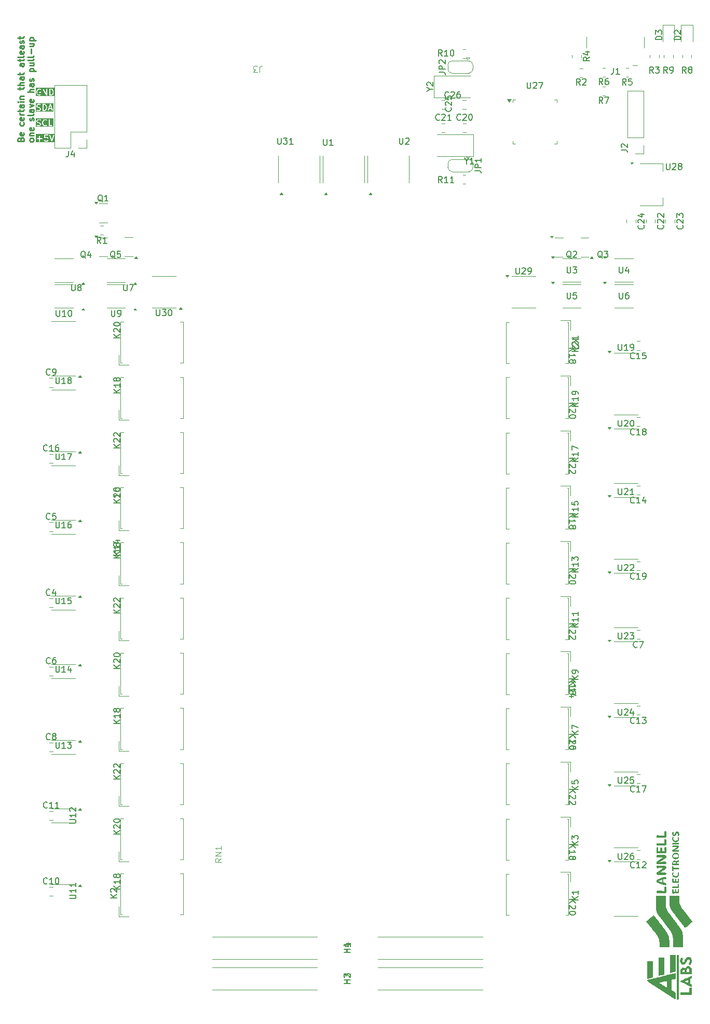
<source format=gbr>
%TF.GenerationSoftware,KiCad,Pcbnew,8.0.9-8.0.9-0~ubuntu24.04.1*%
%TF.CreationDate,2025-03-26T21:18:20+01:00*%
%TF.ProjectId,xResistorTranferBank,78526573-6973-4746-9f72-5472616e6665,rev?*%
%TF.SameCoordinates,Original*%
%TF.FileFunction,Legend,Top*%
%TF.FilePolarity,Positive*%
%FSLAX46Y46*%
G04 Gerber Fmt 4.6, Leading zero omitted, Abs format (unit mm)*
G04 Created by KiCad (PCBNEW 8.0.9-8.0.9-0~ubuntu24.04.1) date 2025-03-26 21:18:20*
%MOMM*%
%LPD*%
G01*
G04 APERTURE LIST*
%ADD10C,0.150000*%
%ADD11C,0.250000*%
%ADD12C,0.100000*%
%ADD13C,0.120000*%
%ADD14C,0.000000*%
G04 APERTURE END LIST*
D10*
X50812969Y-119387685D02*
X49812969Y-119387685D01*
X50812969Y-118816257D02*
X50241540Y-119244828D01*
X49812969Y-118816257D02*
X50384397Y-119387685D01*
X49908207Y-118435304D02*
X49860588Y-118387685D01*
X49860588Y-118387685D02*
X49812969Y-118292447D01*
X49812969Y-118292447D02*
X49812969Y-118054352D01*
X49812969Y-118054352D02*
X49860588Y-117959114D01*
X49860588Y-117959114D02*
X49908207Y-117911495D01*
X49908207Y-117911495D02*
X50003445Y-117863876D01*
X50003445Y-117863876D02*
X50098683Y-117863876D01*
X50098683Y-117863876D02*
X50241540Y-117911495D01*
X50241540Y-117911495D02*
X50812969Y-118482923D01*
X50812969Y-118482923D02*
X50812969Y-117863876D01*
X49908207Y-117482923D02*
X49860588Y-117435304D01*
X49860588Y-117435304D02*
X49812969Y-117340066D01*
X49812969Y-117340066D02*
X49812969Y-117101971D01*
X49812969Y-117101971D02*
X49860588Y-117006733D01*
X49860588Y-117006733D02*
X49908207Y-116959114D01*
X49908207Y-116959114D02*
X50003445Y-116911495D01*
X50003445Y-116911495D02*
X50098683Y-116911495D01*
X50098683Y-116911495D02*
X50241540Y-116959114D01*
X50241540Y-116959114D02*
X50812969Y-117530542D01*
X50812969Y-117530542D02*
X50812969Y-116911495D01*
X124169730Y-166115514D02*
X125169730Y-166115514D01*
X124169730Y-166686942D02*
X124741159Y-166258371D01*
X125169730Y-166686942D02*
X124598302Y-166115514D01*
X125074492Y-167067895D02*
X125122111Y-167115514D01*
X125122111Y-167115514D02*
X125169730Y-167210752D01*
X125169730Y-167210752D02*
X125169730Y-167448847D01*
X125169730Y-167448847D02*
X125122111Y-167544085D01*
X125122111Y-167544085D02*
X125074492Y-167591704D01*
X125074492Y-167591704D02*
X124979254Y-167639323D01*
X124979254Y-167639323D02*
X124884016Y-167639323D01*
X124884016Y-167639323D02*
X124741159Y-167591704D01*
X124741159Y-167591704D02*
X124169730Y-167020276D01*
X124169730Y-167020276D02*
X124169730Y-167639323D01*
X125169730Y-168258371D02*
X125169730Y-168353609D01*
X125169730Y-168353609D02*
X125122111Y-168448847D01*
X125122111Y-168448847D02*
X125074492Y-168496466D01*
X125074492Y-168496466D02*
X124979254Y-168544085D01*
X124979254Y-168544085D02*
X124788778Y-168591704D01*
X124788778Y-168591704D02*
X124550683Y-168591704D01*
X124550683Y-168591704D02*
X124360207Y-168544085D01*
X124360207Y-168544085D02*
X124264969Y-168496466D01*
X124264969Y-168496466D02*
X124217350Y-168448847D01*
X124217350Y-168448847D02*
X124169730Y-168353609D01*
X124169730Y-168353609D02*
X124169730Y-168258371D01*
X124169730Y-168258371D02*
X124217350Y-168163133D01*
X124217350Y-168163133D02*
X124264969Y-168115514D01*
X124264969Y-168115514D02*
X124360207Y-168067895D01*
X124360207Y-168067895D02*
X124550683Y-168020276D01*
X124550683Y-168020276D02*
X124788778Y-168020276D01*
X124788778Y-168020276D02*
X124979254Y-168067895D01*
X124979254Y-168067895D02*
X125074492Y-168115514D01*
X125074492Y-168115514D02*
X125122111Y-168163133D01*
X125122111Y-168163133D02*
X125169730Y-168258371D01*
X124180680Y-94130714D02*
X125180680Y-94130714D01*
X124180680Y-94702142D02*
X124752109Y-94273571D01*
X125180680Y-94702142D02*
X124609252Y-94130714D01*
X125085442Y-95083095D02*
X125133061Y-95130714D01*
X125133061Y-95130714D02*
X125180680Y-95225952D01*
X125180680Y-95225952D02*
X125180680Y-95464047D01*
X125180680Y-95464047D02*
X125133061Y-95559285D01*
X125133061Y-95559285D02*
X125085442Y-95606904D01*
X125085442Y-95606904D02*
X124990204Y-95654523D01*
X124990204Y-95654523D02*
X124894966Y-95654523D01*
X124894966Y-95654523D02*
X124752109Y-95606904D01*
X124752109Y-95606904D02*
X124180680Y-95035476D01*
X124180680Y-95035476D02*
X124180680Y-95654523D01*
X125085442Y-96035476D02*
X125133061Y-96083095D01*
X125133061Y-96083095D02*
X125180680Y-96178333D01*
X125180680Y-96178333D02*
X125180680Y-96416428D01*
X125180680Y-96416428D02*
X125133061Y-96511666D01*
X125133061Y-96511666D02*
X125085442Y-96559285D01*
X125085442Y-96559285D02*
X124990204Y-96606904D01*
X124990204Y-96606904D02*
X124894966Y-96606904D01*
X124894966Y-96606904D02*
X124752109Y-96559285D01*
X124752109Y-96559285D02*
X124180680Y-95987857D01*
X124180680Y-95987857D02*
X124180680Y-96606904D01*
G36*
X39950020Y-40055930D02*
G01*
X37103049Y-40055930D01*
X37103049Y-39060295D01*
X37214160Y-39060295D01*
X37214160Y-39155533D01*
X37215601Y-39170165D01*
X37216632Y-39172654D01*
X37216823Y-39175342D01*
X37222078Y-39189074D01*
X37269697Y-39284312D01*
X37273661Y-39290611D01*
X37274419Y-39292439D01*
X37276107Y-39294495D01*
X37277529Y-39296755D01*
X37279027Y-39298054D01*
X37283746Y-39303804D01*
X37331365Y-39351423D01*
X37337114Y-39356141D01*
X37338414Y-39357640D01*
X37340673Y-39359061D01*
X37342730Y-39360750D01*
X37344557Y-39361507D01*
X37350857Y-39365472D01*
X37446095Y-39413091D01*
X37447164Y-39413500D01*
X37447600Y-39413823D01*
X37453736Y-39416015D01*
X37459826Y-39418346D01*
X37460366Y-39418384D01*
X37461446Y-39418770D01*
X37643936Y-39464392D01*
X37720923Y-39502886D01*
X37751330Y-39533293D01*
X37785588Y-39601809D01*
X37785588Y-39661637D01*
X37751329Y-39730153D01*
X37720922Y-39760561D01*
X37652407Y-39794819D01*
X37444187Y-39794819D01*
X37312877Y-39751049D01*
X37298540Y-39747789D01*
X37269350Y-39749864D01*
X37243177Y-39762950D01*
X37224003Y-39785057D01*
X37214749Y-39812820D01*
X37216824Y-39842010D01*
X37229910Y-39868183D01*
X37252017Y-39887357D01*
X37265443Y-39893351D01*
X37408299Y-39940970D01*
X37415554Y-39942619D01*
X37417385Y-39943378D01*
X37420038Y-39943639D01*
X37422636Y-39944230D01*
X37424610Y-39944089D01*
X37432017Y-39944819D01*
X37670112Y-39944819D01*
X37684744Y-39943378D01*
X37687233Y-39942346D01*
X37689921Y-39942156D01*
X37703653Y-39936901D01*
X37798891Y-39889282D01*
X37805190Y-39885317D01*
X37807018Y-39884560D01*
X37809074Y-39882872D01*
X37811334Y-39881450D01*
X37812634Y-39879950D01*
X37818384Y-39875232D01*
X37866002Y-39827613D01*
X37870720Y-39821863D01*
X37872219Y-39820564D01*
X37873640Y-39818305D01*
X37875330Y-39816247D01*
X37876087Y-39814417D01*
X37880051Y-39808121D01*
X37927670Y-39712883D01*
X37932925Y-39699152D01*
X37933116Y-39696462D01*
X37934147Y-39693974D01*
X37935588Y-39679342D01*
X37935588Y-39584104D01*
X37934147Y-39569472D01*
X37933116Y-39566983D01*
X37932925Y-39564294D01*
X37927670Y-39550563D01*
X37880051Y-39455325D01*
X37876086Y-39449025D01*
X37875329Y-39447198D01*
X37873640Y-39445141D01*
X37872219Y-39442882D01*
X37870720Y-39441582D01*
X37866002Y-39435833D01*
X37818383Y-39388214D01*
X37812633Y-39383495D01*
X37811334Y-39381997D01*
X37809074Y-39380575D01*
X37807018Y-39378887D01*
X37805190Y-39378129D01*
X37798891Y-39374165D01*
X37703653Y-39326546D01*
X37702583Y-39326136D01*
X37702148Y-39325814D01*
X37696002Y-39323618D01*
X37689921Y-39321291D01*
X37689381Y-39321252D01*
X37688302Y-39320867D01*
X37598395Y-39298390D01*
X38166541Y-39298390D01*
X38166541Y-39441247D01*
X38166792Y-39443800D01*
X38166630Y-39444893D01*
X38167439Y-39450366D01*
X38167982Y-39455879D01*
X38168404Y-39456900D01*
X38168780Y-39459437D01*
X38216399Y-39649913D01*
X38216784Y-39650992D01*
X38216823Y-39651532D01*
X38219150Y-39657613D01*
X38221346Y-39663759D01*
X38221668Y-39664194D01*
X38222078Y-39665264D01*
X38269697Y-39760502D01*
X38273660Y-39766798D01*
X38274418Y-39768628D01*
X38276107Y-39770686D01*
X38277529Y-39772945D01*
X38279027Y-39774244D01*
X38283746Y-39779994D01*
X38378984Y-39875233D01*
X38390349Y-39884561D01*
X38392839Y-39885592D01*
X38394874Y-39887357D01*
X38408300Y-39893351D01*
X38551156Y-39940970D01*
X38558411Y-39942619D01*
X38560242Y-39943378D01*
X38562895Y-39943639D01*
X38565493Y-39944230D01*
X38567467Y-39944089D01*
X38574874Y-39944819D01*
X38670112Y-39944819D01*
X38677517Y-39944089D01*
X38679492Y-39944230D01*
X38682089Y-39943639D01*
X38684744Y-39943378D01*
X38686575Y-39942619D01*
X38693829Y-39940970D01*
X38836686Y-39893351D01*
X38850111Y-39887357D01*
X38852146Y-39885591D01*
X38854637Y-39884560D01*
X38866003Y-39875232D01*
X38913621Y-39827613D01*
X38922949Y-39816247D01*
X38934147Y-39789211D01*
X38934147Y-39759948D01*
X38922948Y-39732912D01*
X38902255Y-39712219D01*
X38875219Y-39701021D01*
X38845956Y-39701021D01*
X38818920Y-39712220D01*
X38807554Y-39721548D01*
X38772455Y-39756647D01*
X38657942Y-39794819D01*
X38587044Y-39794819D01*
X38472531Y-39756648D01*
X38398418Y-39682534D01*
X38359924Y-39605547D01*
X38316541Y-39432013D01*
X38316541Y-39307624D01*
X38359924Y-39134090D01*
X38398418Y-39057103D01*
X38472531Y-38982990D01*
X38587044Y-38944819D01*
X38657942Y-38944819D01*
X38772455Y-38982990D01*
X38807555Y-39018090D01*
X38818920Y-39027417D01*
X38845956Y-39038616D01*
X38875219Y-39038616D01*
X38902255Y-39027417D01*
X38922948Y-39006724D01*
X38934147Y-38979688D01*
X38934147Y-38950425D01*
X38922948Y-38923389D01*
X38913621Y-38912024D01*
X38871416Y-38869819D01*
X39214160Y-38869819D01*
X39214160Y-39869819D01*
X39215601Y-39884451D01*
X39226800Y-39911487D01*
X39247492Y-39932179D01*
X39274528Y-39943378D01*
X39289160Y-39944819D01*
X39765350Y-39944819D01*
X39779982Y-39943378D01*
X39807018Y-39932179D01*
X39827710Y-39911487D01*
X39838909Y-39884451D01*
X39838909Y-39855187D01*
X39827710Y-39828151D01*
X39807018Y-39807459D01*
X39779982Y-39796260D01*
X39765350Y-39794819D01*
X39364160Y-39794819D01*
X39364160Y-38869819D01*
X39362719Y-38855187D01*
X39351520Y-38828151D01*
X39330828Y-38807459D01*
X39303792Y-38796260D01*
X39274528Y-38796260D01*
X39247492Y-38807459D01*
X39226800Y-38828151D01*
X39215601Y-38855187D01*
X39214160Y-38869819D01*
X38871416Y-38869819D01*
X38866002Y-38864405D01*
X38854637Y-38855078D01*
X38852146Y-38854046D01*
X38850111Y-38852281D01*
X38836686Y-38846287D01*
X38693829Y-38798668D01*
X38686575Y-38797018D01*
X38684744Y-38796260D01*
X38682089Y-38795998D01*
X38679492Y-38795408D01*
X38677517Y-38795548D01*
X38670112Y-38794819D01*
X38574874Y-38794819D01*
X38567467Y-38795548D01*
X38565493Y-38795408D01*
X38562895Y-38795998D01*
X38560242Y-38796260D01*
X38558411Y-38797018D01*
X38551156Y-38798668D01*
X38408300Y-38846287D01*
X38394874Y-38852281D01*
X38392839Y-38854045D01*
X38390349Y-38855077D01*
X38378984Y-38864405D01*
X38283746Y-38959643D01*
X38279027Y-38965392D01*
X38277529Y-38966692D01*
X38276107Y-38968951D01*
X38274419Y-38971008D01*
X38273661Y-38972835D01*
X38269697Y-38979135D01*
X38222078Y-39074373D01*
X38221668Y-39075442D01*
X38221346Y-39075878D01*
X38219150Y-39082023D01*
X38216823Y-39088105D01*
X38216784Y-39088644D01*
X38216399Y-39089724D01*
X38168780Y-39280200D01*
X38168404Y-39282736D01*
X38167982Y-39283758D01*
X38167439Y-39289270D01*
X38166630Y-39294744D01*
X38166792Y-39295836D01*
X38166541Y-39298390D01*
X37598395Y-39298390D01*
X37505812Y-39275244D01*
X37428825Y-39236751D01*
X37398418Y-39206344D01*
X37364160Y-39137828D01*
X37364160Y-39078000D01*
X37398418Y-39009484D01*
X37428825Y-38979077D01*
X37497341Y-38944819D01*
X37705561Y-38944819D01*
X37836870Y-38988589D01*
X37851207Y-38991849D01*
X37880397Y-38989774D01*
X37906571Y-38976688D01*
X37925745Y-38954580D01*
X37934999Y-38926818D01*
X37932924Y-38897628D01*
X37919837Y-38871455D01*
X37897730Y-38852281D01*
X37884305Y-38846287D01*
X37741448Y-38798668D01*
X37734194Y-38797018D01*
X37732363Y-38796260D01*
X37729708Y-38795998D01*
X37727111Y-38795408D01*
X37725136Y-38795548D01*
X37717731Y-38794819D01*
X37479636Y-38794819D01*
X37465004Y-38796260D01*
X37462515Y-38797290D01*
X37459826Y-38797482D01*
X37446095Y-38802737D01*
X37350857Y-38850356D01*
X37344557Y-38854320D01*
X37342730Y-38855078D01*
X37340673Y-38856766D01*
X37338414Y-38858188D01*
X37337114Y-38859686D01*
X37331365Y-38864405D01*
X37283746Y-38912024D01*
X37279027Y-38917773D01*
X37277529Y-38919073D01*
X37276107Y-38921332D01*
X37274419Y-38923389D01*
X37273661Y-38925216D01*
X37269697Y-38931516D01*
X37222078Y-39026754D01*
X37216823Y-39040486D01*
X37216632Y-39043173D01*
X37215601Y-39045663D01*
X37214160Y-39060295D01*
X37103049Y-39060295D01*
X37103049Y-38683708D01*
X39950020Y-38683708D01*
X39950020Y-40055930D01*
G37*
X50812969Y-128387685D02*
X49812969Y-128387685D01*
X50812969Y-127816257D02*
X50241540Y-128244828D01*
X49812969Y-127816257D02*
X50384397Y-128387685D01*
X49908207Y-127435304D02*
X49860588Y-127387685D01*
X49860588Y-127387685D02*
X49812969Y-127292447D01*
X49812969Y-127292447D02*
X49812969Y-127054352D01*
X49812969Y-127054352D02*
X49860588Y-126959114D01*
X49860588Y-126959114D02*
X49908207Y-126911495D01*
X49908207Y-126911495D02*
X50003445Y-126863876D01*
X50003445Y-126863876D02*
X50098683Y-126863876D01*
X50098683Y-126863876D02*
X50241540Y-126911495D01*
X50241540Y-126911495D02*
X50812969Y-127482923D01*
X50812969Y-127482923D02*
X50812969Y-126863876D01*
X49812969Y-126244828D02*
X49812969Y-126149590D01*
X49812969Y-126149590D02*
X49860588Y-126054352D01*
X49860588Y-126054352D02*
X49908207Y-126006733D01*
X49908207Y-126006733D02*
X50003445Y-125959114D01*
X50003445Y-125959114D02*
X50193921Y-125911495D01*
X50193921Y-125911495D02*
X50432016Y-125911495D01*
X50432016Y-125911495D02*
X50622492Y-125959114D01*
X50622492Y-125959114D02*
X50717730Y-126006733D01*
X50717730Y-126006733D02*
X50765350Y-126054352D01*
X50765350Y-126054352D02*
X50812969Y-126149590D01*
X50812969Y-126149590D02*
X50812969Y-126244828D01*
X50812969Y-126244828D02*
X50765350Y-126340066D01*
X50765350Y-126340066D02*
X50717730Y-126387685D01*
X50717730Y-126387685D02*
X50622492Y-126435304D01*
X50622492Y-126435304D02*
X50432016Y-126482923D01*
X50432016Y-126482923D02*
X50193921Y-126482923D01*
X50193921Y-126482923D02*
X50003445Y-126435304D01*
X50003445Y-126435304D02*
X49908207Y-126387685D01*
X49908207Y-126387685D02*
X49860588Y-126340066D01*
X49860588Y-126340066D02*
X49812969Y-126244828D01*
X50812969Y-137387685D02*
X49812969Y-137387685D01*
X50812969Y-136816257D02*
X50241540Y-137244828D01*
X49812969Y-136816257D02*
X50384397Y-137387685D01*
X50812969Y-135863876D02*
X50812969Y-136435304D01*
X50812969Y-136149590D02*
X49812969Y-136149590D01*
X49812969Y-136149590D02*
X49955826Y-136244828D01*
X49955826Y-136244828D02*
X50051064Y-136340066D01*
X50051064Y-136340066D02*
X50098683Y-136435304D01*
X50241540Y-135292447D02*
X50193921Y-135387685D01*
X50193921Y-135387685D02*
X50146302Y-135435304D01*
X50146302Y-135435304D02*
X50051064Y-135482923D01*
X50051064Y-135482923D02*
X50003445Y-135482923D01*
X50003445Y-135482923D02*
X49908207Y-135435304D01*
X49908207Y-135435304D02*
X49860588Y-135387685D01*
X49860588Y-135387685D02*
X49812969Y-135292447D01*
X49812969Y-135292447D02*
X49812969Y-135101971D01*
X49812969Y-135101971D02*
X49860588Y-135006733D01*
X49860588Y-135006733D02*
X49908207Y-134959114D01*
X49908207Y-134959114D02*
X50003445Y-134911495D01*
X50003445Y-134911495D02*
X50051064Y-134911495D01*
X50051064Y-134911495D02*
X50146302Y-134959114D01*
X50146302Y-134959114D02*
X50193921Y-135006733D01*
X50193921Y-135006733D02*
X50241540Y-135101971D01*
X50241540Y-135101971D02*
X50241540Y-135292447D01*
X50241540Y-135292447D02*
X50289159Y-135387685D01*
X50289159Y-135387685D02*
X50336778Y-135435304D01*
X50336778Y-135435304D02*
X50432016Y-135482923D01*
X50432016Y-135482923D02*
X50622492Y-135482923D01*
X50622492Y-135482923D02*
X50717730Y-135435304D01*
X50717730Y-135435304D02*
X50765350Y-135387685D01*
X50765350Y-135387685D02*
X50812969Y-135292447D01*
X50812969Y-135292447D02*
X50812969Y-135101971D01*
X50812969Y-135101971D02*
X50765350Y-135006733D01*
X50765350Y-135006733D02*
X50717730Y-134959114D01*
X50717730Y-134959114D02*
X50622492Y-134911495D01*
X50622492Y-134911495D02*
X50432016Y-134911495D01*
X50432016Y-134911495D02*
X50336778Y-134959114D01*
X50336778Y-134959114D02*
X50289159Y-135006733D01*
X50289159Y-135006733D02*
X50241540Y-135101971D01*
G36*
X39724836Y-33982990D02*
G01*
X39798949Y-34057103D01*
X39837442Y-34134090D01*
X39880826Y-34307624D01*
X39880826Y-34432013D01*
X39837442Y-34605547D01*
X39798948Y-34682534D01*
X39724836Y-34756647D01*
X39610323Y-34794819D01*
X39459398Y-34794819D01*
X39459398Y-33944819D01*
X39610323Y-33944819D01*
X39724836Y-33982990D01*
G37*
G36*
X40141937Y-35055930D02*
G01*
X37103049Y-35055930D01*
X37103049Y-34298390D01*
X37214160Y-34298390D01*
X37214160Y-34441247D01*
X37214411Y-34443800D01*
X37214249Y-34444893D01*
X37215058Y-34450366D01*
X37215601Y-34455879D01*
X37216023Y-34456900D01*
X37216399Y-34459437D01*
X37264018Y-34649913D01*
X37264403Y-34650992D01*
X37264442Y-34651532D01*
X37266769Y-34657613D01*
X37268965Y-34663759D01*
X37269287Y-34664194D01*
X37269697Y-34665264D01*
X37317316Y-34760502D01*
X37321279Y-34766798D01*
X37322037Y-34768628D01*
X37323726Y-34770686D01*
X37325148Y-34772945D01*
X37326646Y-34774244D01*
X37331365Y-34779994D01*
X37426603Y-34875233D01*
X37437968Y-34884561D01*
X37440458Y-34885592D01*
X37442493Y-34887357D01*
X37455919Y-34893351D01*
X37598775Y-34940970D01*
X37606030Y-34942619D01*
X37607861Y-34943378D01*
X37610514Y-34943639D01*
X37613112Y-34944230D01*
X37615086Y-34944089D01*
X37622493Y-34944819D01*
X37717731Y-34944819D01*
X37725136Y-34944089D01*
X37727111Y-34944230D01*
X37729708Y-34943639D01*
X37732363Y-34943378D01*
X37734194Y-34942619D01*
X37741448Y-34940970D01*
X37884305Y-34893351D01*
X37897730Y-34887357D01*
X37899765Y-34885591D01*
X37902256Y-34884560D01*
X37913622Y-34875232D01*
X37961240Y-34827613D01*
X37970568Y-34816247D01*
X37977849Y-34798668D01*
X37981766Y-34789212D01*
X37983207Y-34774580D01*
X37983207Y-34441247D01*
X37981766Y-34426615D01*
X37970567Y-34399579D01*
X37949875Y-34378887D01*
X37922839Y-34367688D01*
X37908207Y-34366247D01*
X37717731Y-34366247D01*
X37703099Y-34367688D01*
X37676063Y-34378887D01*
X37655371Y-34399579D01*
X37644172Y-34426615D01*
X37644172Y-34455879D01*
X37655371Y-34482915D01*
X37676063Y-34503607D01*
X37703099Y-34514806D01*
X37717731Y-34516247D01*
X37833207Y-34516247D01*
X37833207Y-34743514D01*
X37820074Y-34756647D01*
X37705561Y-34794819D01*
X37634663Y-34794819D01*
X37520150Y-34756648D01*
X37446037Y-34682534D01*
X37407543Y-34605547D01*
X37364160Y-34432013D01*
X37364160Y-34307624D01*
X37407543Y-34134090D01*
X37446037Y-34057103D01*
X37520150Y-33982990D01*
X37634663Y-33944819D01*
X37747645Y-33944819D01*
X37827047Y-33984520D01*
X37840778Y-33989775D01*
X37869968Y-33991849D01*
X37897730Y-33982595D01*
X37919837Y-33963422D01*
X37932925Y-33937247D01*
X37934999Y-33908057D01*
X37925745Y-33880296D01*
X37916659Y-33869819D01*
X38261779Y-33869819D01*
X38261779Y-34869819D01*
X38263220Y-34884451D01*
X38274419Y-34911487D01*
X38295111Y-34932179D01*
X38322147Y-34943378D01*
X38351411Y-34943378D01*
X38378447Y-34932179D01*
X38399139Y-34911487D01*
X38410338Y-34884451D01*
X38411779Y-34869819D01*
X38411779Y-34152235D01*
X38843089Y-34907030D01*
X38845278Y-34910114D01*
X38845847Y-34911487D01*
X38847244Y-34912884D01*
X38851599Y-34919019D01*
X38859487Y-34925127D01*
X38866539Y-34932179D01*
X38870957Y-34934009D01*
X38874737Y-34936936D01*
X38884358Y-34939560D01*
X38893575Y-34943378D01*
X38898356Y-34943378D01*
X38902968Y-34944636D01*
X38912865Y-34943378D01*
X38922839Y-34943378D01*
X38927254Y-34941548D01*
X38931998Y-34940946D01*
X38940662Y-34935995D01*
X38949875Y-34932179D01*
X38953253Y-34928800D01*
X38957407Y-34926427D01*
X38963516Y-34918537D01*
X38970567Y-34911487D01*
X38972396Y-34907070D01*
X38975324Y-34903290D01*
X38977948Y-34893666D01*
X38981766Y-34884451D01*
X38982502Y-34876968D01*
X38983024Y-34875058D01*
X38982836Y-34873582D01*
X38983207Y-34869819D01*
X38983207Y-33869819D01*
X39309398Y-33869819D01*
X39309398Y-34869819D01*
X39310839Y-34884451D01*
X39322038Y-34911487D01*
X39342730Y-34932179D01*
X39369766Y-34943378D01*
X39384398Y-34944819D01*
X39622493Y-34944819D01*
X39629898Y-34944089D01*
X39631873Y-34944230D01*
X39634470Y-34943639D01*
X39637125Y-34943378D01*
X39638956Y-34942619D01*
X39646210Y-34940970D01*
X39789067Y-34893351D01*
X39802492Y-34887357D01*
X39804527Y-34885591D01*
X39807018Y-34884560D01*
X39818383Y-34875233D01*
X39913622Y-34779993D01*
X39918339Y-34774244D01*
X39919838Y-34772945D01*
X39921259Y-34770686D01*
X39922949Y-34768628D01*
X39923706Y-34766798D01*
X39927670Y-34760502D01*
X39975289Y-34665264D01*
X39975698Y-34664194D01*
X39976021Y-34663759D01*
X39978213Y-34657622D01*
X39980544Y-34651533D01*
X39980582Y-34650992D01*
X39980968Y-34649913D01*
X40028587Y-34459437D01*
X40028962Y-34456900D01*
X40029385Y-34455879D01*
X40029927Y-34450366D01*
X40030737Y-34444893D01*
X40030574Y-34443800D01*
X40030826Y-34441247D01*
X40030826Y-34298390D01*
X40030574Y-34295836D01*
X40030737Y-34294744D01*
X40029927Y-34289270D01*
X40029385Y-34283758D01*
X40028962Y-34282736D01*
X40028587Y-34280200D01*
X39980968Y-34089724D01*
X39980582Y-34088644D01*
X39980544Y-34088104D01*
X39978213Y-34082014D01*
X39976021Y-34075878D01*
X39975698Y-34075442D01*
X39975289Y-34074373D01*
X39927670Y-33979135D01*
X39923707Y-33972840D01*
X39922949Y-33971008D01*
X39921257Y-33968946D01*
X39919838Y-33966692D01*
X39918341Y-33965393D01*
X39913621Y-33959643D01*
X39818383Y-33864405D01*
X39807018Y-33855078D01*
X39804527Y-33854046D01*
X39802492Y-33852281D01*
X39789067Y-33846287D01*
X39646210Y-33798668D01*
X39638956Y-33797018D01*
X39637125Y-33796260D01*
X39634470Y-33795998D01*
X39631873Y-33795408D01*
X39629898Y-33795548D01*
X39622493Y-33794819D01*
X39384398Y-33794819D01*
X39369766Y-33796260D01*
X39342730Y-33807459D01*
X39322038Y-33828151D01*
X39310839Y-33855187D01*
X39309398Y-33869819D01*
X38983207Y-33869819D01*
X38981766Y-33855187D01*
X38970567Y-33828151D01*
X38949875Y-33807459D01*
X38922839Y-33796260D01*
X38893575Y-33796260D01*
X38866539Y-33807459D01*
X38845847Y-33828151D01*
X38834648Y-33855187D01*
X38833207Y-33869819D01*
X38833207Y-34587402D01*
X38401897Y-33832609D01*
X38399708Y-33829525D01*
X38399139Y-33828151D01*
X38397739Y-33826751D01*
X38393387Y-33820619D01*
X38385497Y-33814509D01*
X38378447Y-33807459D01*
X38374030Y-33805629D01*
X38370250Y-33802702D01*
X38360626Y-33800077D01*
X38351411Y-33796260D01*
X38346630Y-33796260D01*
X38342018Y-33795002D01*
X38332121Y-33796260D01*
X38322147Y-33796260D01*
X38317731Y-33798089D01*
X38312988Y-33798692D01*
X38304323Y-33803642D01*
X38295111Y-33807459D01*
X38291732Y-33810837D01*
X38287579Y-33813211D01*
X38281469Y-33821100D01*
X38274419Y-33828151D01*
X38272589Y-33832567D01*
X38269662Y-33836348D01*
X38267037Y-33845971D01*
X38263220Y-33855187D01*
X38262483Y-33862669D01*
X38261962Y-33864580D01*
X38262149Y-33866055D01*
X38261779Y-33869819D01*
X37916659Y-33869819D01*
X37906572Y-33858188D01*
X37894129Y-33850356D01*
X37798891Y-33802737D01*
X37785159Y-33797482D01*
X37782471Y-33797291D01*
X37779982Y-33796260D01*
X37765350Y-33794819D01*
X37622493Y-33794819D01*
X37615086Y-33795548D01*
X37613112Y-33795408D01*
X37610514Y-33795998D01*
X37607861Y-33796260D01*
X37606030Y-33797018D01*
X37598775Y-33798668D01*
X37455919Y-33846287D01*
X37442493Y-33852281D01*
X37440458Y-33854045D01*
X37437968Y-33855077D01*
X37426603Y-33864405D01*
X37331365Y-33959643D01*
X37326646Y-33965392D01*
X37325148Y-33966692D01*
X37323726Y-33968951D01*
X37322038Y-33971008D01*
X37321280Y-33972835D01*
X37317316Y-33979135D01*
X37269697Y-34074373D01*
X37269287Y-34075442D01*
X37268965Y-34075878D01*
X37266769Y-34082023D01*
X37264442Y-34088105D01*
X37264403Y-34088644D01*
X37264018Y-34089724D01*
X37216399Y-34280200D01*
X37216023Y-34282736D01*
X37215601Y-34283758D01*
X37215058Y-34289270D01*
X37214249Y-34294744D01*
X37214411Y-34295836D01*
X37214160Y-34298390D01*
X37103049Y-34298390D01*
X37103049Y-33683708D01*
X40141937Y-33683708D01*
X40141937Y-35055930D01*
G37*
X124173880Y-148140714D02*
X125173880Y-148140714D01*
X124173880Y-148712142D02*
X124745309Y-148283571D01*
X125173880Y-148712142D02*
X124602452Y-148140714D01*
X125078642Y-149093095D02*
X125126261Y-149140714D01*
X125126261Y-149140714D02*
X125173880Y-149235952D01*
X125173880Y-149235952D02*
X125173880Y-149474047D01*
X125173880Y-149474047D02*
X125126261Y-149569285D01*
X125126261Y-149569285D02*
X125078642Y-149616904D01*
X125078642Y-149616904D02*
X124983404Y-149664523D01*
X124983404Y-149664523D02*
X124888166Y-149664523D01*
X124888166Y-149664523D02*
X124745309Y-149616904D01*
X124745309Y-149616904D02*
X124173880Y-149045476D01*
X124173880Y-149045476D02*
X124173880Y-149664523D01*
X125078642Y-150045476D02*
X125126261Y-150093095D01*
X125126261Y-150093095D02*
X125173880Y-150188333D01*
X125173880Y-150188333D02*
X125173880Y-150426428D01*
X125173880Y-150426428D02*
X125126261Y-150521666D01*
X125126261Y-150521666D02*
X125078642Y-150569285D01*
X125078642Y-150569285D02*
X124983404Y-150616904D01*
X124983404Y-150616904D02*
X124888166Y-150616904D01*
X124888166Y-150616904D02*
X124745309Y-150569285D01*
X124745309Y-150569285D02*
X124173880Y-149997857D01*
X124173880Y-149997857D02*
X124173880Y-150616904D01*
X124173880Y-139140714D02*
X125173880Y-139140714D01*
X124173880Y-139712142D02*
X124745309Y-139283571D01*
X125173880Y-139712142D02*
X124602452Y-139140714D01*
X125078642Y-140093095D02*
X125126261Y-140140714D01*
X125126261Y-140140714D02*
X125173880Y-140235952D01*
X125173880Y-140235952D02*
X125173880Y-140474047D01*
X125173880Y-140474047D02*
X125126261Y-140569285D01*
X125126261Y-140569285D02*
X125078642Y-140616904D01*
X125078642Y-140616904D02*
X124983404Y-140664523D01*
X124983404Y-140664523D02*
X124888166Y-140664523D01*
X124888166Y-140664523D02*
X124745309Y-140616904D01*
X124745309Y-140616904D02*
X124173880Y-140045476D01*
X124173880Y-140045476D02*
X124173880Y-140664523D01*
X125173880Y-141283571D02*
X125173880Y-141378809D01*
X125173880Y-141378809D02*
X125126261Y-141474047D01*
X125126261Y-141474047D02*
X125078642Y-141521666D01*
X125078642Y-141521666D02*
X124983404Y-141569285D01*
X124983404Y-141569285D02*
X124792928Y-141616904D01*
X124792928Y-141616904D02*
X124554833Y-141616904D01*
X124554833Y-141616904D02*
X124364357Y-141569285D01*
X124364357Y-141569285D02*
X124269119Y-141521666D01*
X124269119Y-141521666D02*
X124221500Y-141474047D01*
X124221500Y-141474047D02*
X124173880Y-141378809D01*
X124173880Y-141378809D02*
X124173880Y-141283571D01*
X124173880Y-141283571D02*
X124221500Y-141188333D01*
X124221500Y-141188333D02*
X124269119Y-141140714D01*
X124269119Y-141140714D02*
X124364357Y-141093095D01*
X124364357Y-141093095D02*
X124554833Y-141045476D01*
X124554833Y-141045476D02*
X124792928Y-141045476D01*
X124792928Y-141045476D02*
X124983404Y-141093095D01*
X124983404Y-141093095D02*
X125078642Y-141140714D01*
X125078642Y-141140714D02*
X125126261Y-141188333D01*
X125126261Y-141188333D02*
X125173880Y-141283571D01*
X124173880Y-130140714D02*
X125173880Y-130140714D01*
X124173880Y-130712142D02*
X124745309Y-130283571D01*
X125173880Y-130712142D02*
X124602452Y-130140714D01*
X124173880Y-131664523D02*
X124173880Y-131093095D01*
X124173880Y-131378809D02*
X125173880Y-131378809D01*
X125173880Y-131378809D02*
X125031023Y-131283571D01*
X125031023Y-131283571D02*
X124935785Y-131188333D01*
X124935785Y-131188333D02*
X124888166Y-131093095D01*
X124745309Y-132235952D02*
X124792928Y-132140714D01*
X124792928Y-132140714D02*
X124840547Y-132093095D01*
X124840547Y-132093095D02*
X124935785Y-132045476D01*
X124935785Y-132045476D02*
X124983404Y-132045476D01*
X124983404Y-132045476D02*
X125078642Y-132093095D01*
X125078642Y-132093095D02*
X125126261Y-132140714D01*
X125126261Y-132140714D02*
X125173880Y-132235952D01*
X125173880Y-132235952D02*
X125173880Y-132426428D01*
X125173880Y-132426428D02*
X125126261Y-132521666D01*
X125126261Y-132521666D02*
X125078642Y-132569285D01*
X125078642Y-132569285D02*
X124983404Y-132616904D01*
X124983404Y-132616904D02*
X124935785Y-132616904D01*
X124935785Y-132616904D02*
X124840547Y-132569285D01*
X124840547Y-132569285D02*
X124792928Y-132521666D01*
X124792928Y-132521666D02*
X124745309Y-132426428D01*
X124745309Y-132426428D02*
X124745309Y-132235952D01*
X124745309Y-132235952D02*
X124697690Y-132140714D01*
X124697690Y-132140714D02*
X124650071Y-132093095D01*
X124650071Y-132093095D02*
X124554833Y-132045476D01*
X124554833Y-132045476D02*
X124364357Y-132045476D01*
X124364357Y-132045476D02*
X124269119Y-132093095D01*
X124269119Y-132093095D02*
X124221500Y-132140714D01*
X124221500Y-132140714D02*
X124173880Y-132235952D01*
X124173880Y-132235952D02*
X124173880Y-132426428D01*
X124173880Y-132426428D02*
X124221500Y-132521666D01*
X124221500Y-132521666D02*
X124269119Y-132569285D01*
X124269119Y-132569285D02*
X124364357Y-132616904D01*
X124364357Y-132616904D02*
X124554833Y-132616904D01*
X124554833Y-132616904D02*
X124650071Y-132569285D01*
X124650071Y-132569285D02*
X124697690Y-132521666D01*
X124697690Y-132521666D02*
X124745309Y-132426428D01*
G36*
X38629598Y-36482990D02*
G01*
X38703711Y-36557103D01*
X38742204Y-36634090D01*
X38785588Y-36807624D01*
X38785588Y-36932013D01*
X38742204Y-37105547D01*
X38703710Y-37182534D01*
X38629598Y-37256647D01*
X38515085Y-37294819D01*
X38364160Y-37294819D01*
X38364160Y-36444819D01*
X38515085Y-36444819D01*
X38629598Y-36482990D01*
G37*
G36*
X39613674Y-37009104D02*
G01*
X39345598Y-37009104D01*
X39479636Y-36606989D01*
X39613674Y-37009104D01*
G37*
G36*
X39998491Y-37555930D02*
G01*
X37103049Y-37555930D01*
X37103049Y-36560295D01*
X37214160Y-36560295D01*
X37214160Y-36655533D01*
X37215601Y-36670165D01*
X37216632Y-36672654D01*
X37216823Y-36675342D01*
X37222078Y-36689074D01*
X37269697Y-36784312D01*
X37273661Y-36790611D01*
X37274419Y-36792439D01*
X37276107Y-36794495D01*
X37277529Y-36796755D01*
X37279027Y-36798054D01*
X37283746Y-36803804D01*
X37331365Y-36851423D01*
X37337114Y-36856141D01*
X37338414Y-36857640D01*
X37340673Y-36859061D01*
X37342730Y-36860750D01*
X37344557Y-36861507D01*
X37350857Y-36865472D01*
X37446095Y-36913091D01*
X37447164Y-36913500D01*
X37447600Y-36913823D01*
X37453736Y-36916015D01*
X37459826Y-36918346D01*
X37460366Y-36918384D01*
X37461446Y-36918770D01*
X37643936Y-36964392D01*
X37720923Y-37002886D01*
X37751330Y-37033293D01*
X37785588Y-37101809D01*
X37785588Y-37161637D01*
X37751329Y-37230153D01*
X37720922Y-37260561D01*
X37652407Y-37294819D01*
X37444187Y-37294819D01*
X37312877Y-37251049D01*
X37298540Y-37247789D01*
X37269350Y-37249864D01*
X37243177Y-37262950D01*
X37224003Y-37285057D01*
X37214749Y-37312820D01*
X37216824Y-37342010D01*
X37229910Y-37368183D01*
X37252017Y-37387357D01*
X37265443Y-37393351D01*
X37408299Y-37440970D01*
X37415554Y-37442619D01*
X37417385Y-37443378D01*
X37420038Y-37443639D01*
X37422636Y-37444230D01*
X37424610Y-37444089D01*
X37432017Y-37444819D01*
X37670112Y-37444819D01*
X37684744Y-37443378D01*
X37687233Y-37442346D01*
X37689921Y-37442156D01*
X37703653Y-37436901D01*
X37798891Y-37389282D01*
X37805190Y-37385317D01*
X37807018Y-37384560D01*
X37809074Y-37382872D01*
X37811334Y-37381450D01*
X37812634Y-37379950D01*
X37818384Y-37375232D01*
X37866002Y-37327613D01*
X37870720Y-37321863D01*
X37872219Y-37320564D01*
X37873640Y-37318305D01*
X37875330Y-37316247D01*
X37876087Y-37314417D01*
X37880051Y-37308121D01*
X37927670Y-37212883D01*
X37932925Y-37199152D01*
X37933116Y-37196462D01*
X37934147Y-37193974D01*
X37935588Y-37179342D01*
X37935588Y-37084104D01*
X37934147Y-37069472D01*
X37933116Y-37066983D01*
X37932925Y-37064294D01*
X37927670Y-37050563D01*
X37880051Y-36955325D01*
X37876086Y-36949025D01*
X37875329Y-36947198D01*
X37873640Y-36945141D01*
X37872219Y-36942882D01*
X37870720Y-36941582D01*
X37866002Y-36935833D01*
X37818383Y-36888214D01*
X37812633Y-36883495D01*
X37811334Y-36881997D01*
X37809074Y-36880575D01*
X37807018Y-36878887D01*
X37805190Y-36878129D01*
X37798891Y-36874165D01*
X37703653Y-36826546D01*
X37702583Y-36826136D01*
X37702148Y-36825814D01*
X37696002Y-36823618D01*
X37689921Y-36821291D01*
X37689381Y-36821252D01*
X37688302Y-36820867D01*
X37505812Y-36775244D01*
X37428825Y-36736751D01*
X37398418Y-36706344D01*
X37364160Y-36637828D01*
X37364160Y-36578000D01*
X37398418Y-36509484D01*
X37428825Y-36479077D01*
X37497341Y-36444819D01*
X37705561Y-36444819D01*
X37836870Y-36488589D01*
X37851207Y-36491849D01*
X37880397Y-36489774D01*
X37906571Y-36476688D01*
X37925745Y-36454580D01*
X37934999Y-36426818D01*
X37932924Y-36397628D01*
X37919837Y-36371455D01*
X37917951Y-36369819D01*
X38214160Y-36369819D01*
X38214160Y-37369819D01*
X38215601Y-37384451D01*
X38226800Y-37411487D01*
X38247492Y-37432179D01*
X38274528Y-37443378D01*
X38289160Y-37444819D01*
X38527255Y-37444819D01*
X38534660Y-37444089D01*
X38536635Y-37444230D01*
X38539232Y-37443639D01*
X38541887Y-37443378D01*
X38543718Y-37442619D01*
X38550972Y-37440970D01*
X38693829Y-37393351D01*
X38707254Y-37387357D01*
X38709289Y-37385591D01*
X38711780Y-37384560D01*
X38723145Y-37375233D01*
X38737939Y-37360439D01*
X39071892Y-37360439D01*
X39073967Y-37389629D01*
X39087053Y-37415802D01*
X39109160Y-37434976D01*
X39136923Y-37444230D01*
X39166113Y-37442155D01*
X39192286Y-37429069D01*
X39211460Y-37406962D01*
X39217454Y-37393536D01*
X39295598Y-37159104D01*
X39663674Y-37159104D01*
X39741818Y-37393536D01*
X39747812Y-37406961D01*
X39766986Y-37429068D01*
X39793159Y-37442155D01*
X39822349Y-37444230D01*
X39850111Y-37434976D01*
X39872219Y-37415802D01*
X39885305Y-37389628D01*
X39887380Y-37360438D01*
X39884120Y-37346102D01*
X39550787Y-36346102D01*
X39544793Y-36332676D01*
X39541281Y-36328627D01*
X39538886Y-36323836D01*
X39531782Y-36317674D01*
X39525619Y-36310569D01*
X39520825Y-36308172D01*
X39516778Y-36304662D01*
X39507856Y-36301688D01*
X39499446Y-36297483D01*
X39494101Y-36297103D01*
X39489016Y-36295408D01*
X39479636Y-36296074D01*
X39470256Y-36295408D01*
X39465170Y-36297103D01*
X39459826Y-36297483D01*
X39451418Y-36301687D01*
X39442493Y-36304662D01*
X39438442Y-36308175D01*
X39433653Y-36310570D01*
X39427494Y-36317670D01*
X39420386Y-36323836D01*
X39417989Y-36328629D01*
X39414479Y-36332677D01*
X39408485Y-36346102D01*
X39075152Y-37346102D01*
X39071892Y-37360439D01*
X38737939Y-37360439D01*
X38818384Y-37279993D01*
X38823101Y-37274244D01*
X38824600Y-37272945D01*
X38826021Y-37270686D01*
X38827711Y-37268628D01*
X38828468Y-37266798D01*
X38832432Y-37260502D01*
X38880051Y-37165264D01*
X38880460Y-37164194D01*
X38880783Y-37163759D01*
X38882975Y-37157622D01*
X38885306Y-37151533D01*
X38885344Y-37150992D01*
X38885730Y-37149913D01*
X38933349Y-36959437D01*
X38933724Y-36956900D01*
X38934147Y-36955879D01*
X38934689Y-36950366D01*
X38935499Y-36944893D01*
X38935336Y-36943800D01*
X38935588Y-36941247D01*
X38935588Y-36798390D01*
X38935336Y-36795836D01*
X38935499Y-36794744D01*
X38934689Y-36789270D01*
X38934147Y-36783758D01*
X38933724Y-36782736D01*
X38933349Y-36780200D01*
X38885730Y-36589724D01*
X38885344Y-36588644D01*
X38885306Y-36588104D01*
X38882975Y-36582014D01*
X38880783Y-36575878D01*
X38880460Y-36575442D01*
X38880051Y-36574373D01*
X38832432Y-36479135D01*
X38828469Y-36472840D01*
X38827711Y-36471008D01*
X38826019Y-36468946D01*
X38824600Y-36466692D01*
X38823103Y-36465393D01*
X38818383Y-36459643D01*
X38723145Y-36364405D01*
X38711780Y-36355078D01*
X38709289Y-36354046D01*
X38707254Y-36352281D01*
X38693829Y-36346287D01*
X38550972Y-36298668D01*
X38543718Y-36297018D01*
X38541887Y-36296260D01*
X38539232Y-36295998D01*
X38536635Y-36295408D01*
X38534660Y-36295548D01*
X38527255Y-36294819D01*
X38289160Y-36294819D01*
X38274528Y-36296260D01*
X38247492Y-36307459D01*
X38226800Y-36328151D01*
X38215601Y-36355187D01*
X38214160Y-36369819D01*
X37917951Y-36369819D01*
X37897730Y-36352281D01*
X37884305Y-36346287D01*
X37741448Y-36298668D01*
X37734194Y-36297018D01*
X37732363Y-36296260D01*
X37729708Y-36295998D01*
X37727111Y-36295408D01*
X37725136Y-36295548D01*
X37717731Y-36294819D01*
X37479636Y-36294819D01*
X37465004Y-36296260D01*
X37462515Y-36297290D01*
X37459826Y-36297482D01*
X37446095Y-36302737D01*
X37350857Y-36350356D01*
X37344557Y-36354320D01*
X37342730Y-36355078D01*
X37340673Y-36356766D01*
X37338414Y-36358188D01*
X37337114Y-36359686D01*
X37331365Y-36364405D01*
X37283746Y-36412024D01*
X37279027Y-36417773D01*
X37277529Y-36419073D01*
X37276107Y-36421332D01*
X37274419Y-36423389D01*
X37273661Y-36425216D01*
X37269697Y-36431516D01*
X37222078Y-36526754D01*
X37216823Y-36540486D01*
X37216632Y-36543173D01*
X37215601Y-36545663D01*
X37214160Y-36560295D01*
X37103049Y-36560295D01*
X37103049Y-36183708D01*
X39998491Y-36183708D01*
X39998491Y-37555930D01*
G37*
X124690180Y-74737905D02*
X125690180Y-74737905D01*
X124690180Y-75309333D02*
X125261609Y-74880762D01*
X125690180Y-75309333D02*
X125118752Y-74737905D01*
X125594942Y-75690286D02*
X125642561Y-75737905D01*
X125642561Y-75737905D02*
X125690180Y-75833143D01*
X125690180Y-75833143D02*
X125690180Y-76071238D01*
X125690180Y-76071238D02*
X125642561Y-76166476D01*
X125642561Y-76166476D02*
X125594942Y-76214095D01*
X125594942Y-76214095D02*
X125499704Y-76261714D01*
X125499704Y-76261714D02*
X125404466Y-76261714D01*
X125404466Y-76261714D02*
X125261609Y-76214095D01*
X125261609Y-76214095D02*
X124690180Y-75642667D01*
X124690180Y-75642667D02*
X124690180Y-76261714D01*
X124180680Y-76130714D02*
X125180680Y-76130714D01*
X124180680Y-76702142D02*
X124752109Y-76273571D01*
X125180680Y-76702142D02*
X124609252Y-76130714D01*
X124180680Y-77654523D02*
X124180680Y-77083095D01*
X124180680Y-77368809D02*
X125180680Y-77368809D01*
X125180680Y-77368809D02*
X125037823Y-77273571D01*
X125037823Y-77273571D02*
X124942585Y-77178333D01*
X124942585Y-77178333D02*
X124894966Y-77083095D01*
X124752109Y-78225952D02*
X124799728Y-78130714D01*
X124799728Y-78130714D02*
X124847347Y-78083095D01*
X124847347Y-78083095D02*
X124942585Y-78035476D01*
X124942585Y-78035476D02*
X124990204Y-78035476D01*
X124990204Y-78035476D02*
X125085442Y-78083095D01*
X125085442Y-78083095D02*
X125133061Y-78130714D01*
X125133061Y-78130714D02*
X125180680Y-78225952D01*
X125180680Y-78225952D02*
X125180680Y-78416428D01*
X125180680Y-78416428D02*
X125133061Y-78511666D01*
X125133061Y-78511666D02*
X125085442Y-78559285D01*
X125085442Y-78559285D02*
X124990204Y-78606904D01*
X124990204Y-78606904D02*
X124942585Y-78606904D01*
X124942585Y-78606904D02*
X124847347Y-78559285D01*
X124847347Y-78559285D02*
X124799728Y-78511666D01*
X124799728Y-78511666D02*
X124752109Y-78416428D01*
X124752109Y-78416428D02*
X124752109Y-78225952D01*
X124752109Y-78225952D02*
X124704490Y-78130714D01*
X124704490Y-78130714D02*
X124656871Y-78083095D01*
X124656871Y-78083095D02*
X124561633Y-78035476D01*
X124561633Y-78035476D02*
X124371157Y-78035476D01*
X124371157Y-78035476D02*
X124275919Y-78083095D01*
X124275919Y-78083095D02*
X124228300Y-78130714D01*
X124228300Y-78130714D02*
X124180680Y-78225952D01*
X124180680Y-78225952D02*
X124180680Y-78416428D01*
X124180680Y-78416428D02*
X124228300Y-78511666D01*
X124228300Y-78511666D02*
X124275919Y-78559285D01*
X124275919Y-78559285D02*
X124371157Y-78606904D01*
X124371157Y-78606904D02*
X124561633Y-78606904D01*
X124561633Y-78606904D02*
X124656871Y-78559285D01*
X124656871Y-78559285D02*
X124704490Y-78511666D01*
X124704490Y-78511666D02*
X124752109Y-78416428D01*
D11*
X34630865Y-42064098D02*
X34678484Y-41921241D01*
X34678484Y-41921241D02*
X34726103Y-41873622D01*
X34726103Y-41873622D02*
X34821341Y-41826003D01*
X34821341Y-41826003D02*
X34964198Y-41826003D01*
X34964198Y-41826003D02*
X35059436Y-41873622D01*
X35059436Y-41873622D02*
X35107056Y-41921241D01*
X35107056Y-41921241D02*
X35154675Y-42016479D01*
X35154675Y-42016479D02*
X35154675Y-42397431D01*
X35154675Y-42397431D02*
X34154675Y-42397431D01*
X34154675Y-42397431D02*
X34154675Y-42064098D01*
X34154675Y-42064098D02*
X34202294Y-41968860D01*
X34202294Y-41968860D02*
X34249913Y-41921241D01*
X34249913Y-41921241D02*
X34345151Y-41873622D01*
X34345151Y-41873622D02*
X34440389Y-41873622D01*
X34440389Y-41873622D02*
X34535627Y-41921241D01*
X34535627Y-41921241D02*
X34583246Y-41968860D01*
X34583246Y-41968860D02*
X34630865Y-42064098D01*
X34630865Y-42064098D02*
X34630865Y-42397431D01*
X35107056Y-41016479D02*
X35154675Y-41111717D01*
X35154675Y-41111717D02*
X35154675Y-41302193D01*
X35154675Y-41302193D02*
X35107056Y-41397431D01*
X35107056Y-41397431D02*
X35011817Y-41445050D01*
X35011817Y-41445050D02*
X34630865Y-41445050D01*
X34630865Y-41445050D02*
X34535627Y-41397431D01*
X34535627Y-41397431D02*
X34488008Y-41302193D01*
X34488008Y-41302193D02*
X34488008Y-41111717D01*
X34488008Y-41111717D02*
X34535627Y-41016479D01*
X34535627Y-41016479D02*
X34630865Y-40968860D01*
X34630865Y-40968860D02*
X34726103Y-40968860D01*
X34726103Y-40968860D02*
X34821341Y-41445050D01*
X35107056Y-39349812D02*
X35154675Y-39445050D01*
X35154675Y-39445050D02*
X35154675Y-39635526D01*
X35154675Y-39635526D02*
X35107056Y-39730764D01*
X35107056Y-39730764D02*
X35059436Y-39778383D01*
X35059436Y-39778383D02*
X34964198Y-39826002D01*
X34964198Y-39826002D02*
X34678484Y-39826002D01*
X34678484Y-39826002D02*
X34583246Y-39778383D01*
X34583246Y-39778383D02*
X34535627Y-39730764D01*
X34535627Y-39730764D02*
X34488008Y-39635526D01*
X34488008Y-39635526D02*
X34488008Y-39445050D01*
X34488008Y-39445050D02*
X34535627Y-39349812D01*
X35107056Y-38540288D02*
X35154675Y-38635526D01*
X35154675Y-38635526D02*
X35154675Y-38826002D01*
X35154675Y-38826002D02*
X35107056Y-38921240D01*
X35107056Y-38921240D02*
X35011817Y-38968859D01*
X35011817Y-38968859D02*
X34630865Y-38968859D01*
X34630865Y-38968859D02*
X34535627Y-38921240D01*
X34535627Y-38921240D02*
X34488008Y-38826002D01*
X34488008Y-38826002D02*
X34488008Y-38635526D01*
X34488008Y-38635526D02*
X34535627Y-38540288D01*
X34535627Y-38540288D02*
X34630865Y-38492669D01*
X34630865Y-38492669D02*
X34726103Y-38492669D01*
X34726103Y-38492669D02*
X34821341Y-38968859D01*
X35154675Y-38064097D02*
X34488008Y-38064097D01*
X34678484Y-38064097D02*
X34583246Y-38016478D01*
X34583246Y-38016478D02*
X34535627Y-37968859D01*
X34535627Y-37968859D02*
X34488008Y-37873621D01*
X34488008Y-37873621D02*
X34488008Y-37778383D01*
X34488008Y-37587906D02*
X34488008Y-37206954D01*
X34154675Y-37445049D02*
X35011817Y-37445049D01*
X35011817Y-37445049D02*
X35107056Y-37397430D01*
X35107056Y-37397430D02*
X35154675Y-37302192D01*
X35154675Y-37302192D02*
X35154675Y-37206954D01*
X35154675Y-36445049D02*
X34630865Y-36445049D01*
X34630865Y-36445049D02*
X34535627Y-36492668D01*
X34535627Y-36492668D02*
X34488008Y-36587906D01*
X34488008Y-36587906D02*
X34488008Y-36778382D01*
X34488008Y-36778382D02*
X34535627Y-36873620D01*
X35107056Y-36445049D02*
X35154675Y-36540287D01*
X35154675Y-36540287D02*
X35154675Y-36778382D01*
X35154675Y-36778382D02*
X35107056Y-36873620D01*
X35107056Y-36873620D02*
X35011817Y-36921239D01*
X35011817Y-36921239D02*
X34916579Y-36921239D01*
X34916579Y-36921239D02*
X34821341Y-36873620D01*
X34821341Y-36873620D02*
X34773722Y-36778382D01*
X34773722Y-36778382D02*
X34773722Y-36540287D01*
X34773722Y-36540287D02*
X34726103Y-36445049D01*
X35154675Y-35968858D02*
X34488008Y-35968858D01*
X34154675Y-35968858D02*
X34202294Y-36016477D01*
X34202294Y-36016477D02*
X34249913Y-35968858D01*
X34249913Y-35968858D02*
X34202294Y-35921239D01*
X34202294Y-35921239D02*
X34154675Y-35968858D01*
X34154675Y-35968858D02*
X34249913Y-35968858D01*
X34488008Y-35492668D02*
X35154675Y-35492668D01*
X34583246Y-35492668D02*
X34535627Y-35445049D01*
X34535627Y-35445049D02*
X34488008Y-35349811D01*
X34488008Y-35349811D02*
X34488008Y-35206954D01*
X34488008Y-35206954D02*
X34535627Y-35111716D01*
X34535627Y-35111716D02*
X34630865Y-35064097D01*
X34630865Y-35064097D02*
X35154675Y-35064097D01*
X34488008Y-33968858D02*
X34488008Y-33587906D01*
X34154675Y-33826001D02*
X35011817Y-33826001D01*
X35011817Y-33826001D02*
X35107056Y-33778382D01*
X35107056Y-33778382D02*
X35154675Y-33683144D01*
X35154675Y-33683144D02*
X35154675Y-33587906D01*
X35154675Y-33254572D02*
X34154675Y-33254572D01*
X35154675Y-32826001D02*
X34630865Y-32826001D01*
X34630865Y-32826001D02*
X34535627Y-32873620D01*
X34535627Y-32873620D02*
X34488008Y-32968858D01*
X34488008Y-32968858D02*
X34488008Y-33111715D01*
X34488008Y-33111715D02*
X34535627Y-33206953D01*
X34535627Y-33206953D02*
X34583246Y-33254572D01*
X35154675Y-31921239D02*
X34630865Y-31921239D01*
X34630865Y-31921239D02*
X34535627Y-31968858D01*
X34535627Y-31968858D02*
X34488008Y-32064096D01*
X34488008Y-32064096D02*
X34488008Y-32254572D01*
X34488008Y-32254572D02*
X34535627Y-32349810D01*
X35107056Y-31921239D02*
X35154675Y-32016477D01*
X35154675Y-32016477D02*
X35154675Y-32254572D01*
X35154675Y-32254572D02*
X35107056Y-32349810D01*
X35107056Y-32349810D02*
X35011817Y-32397429D01*
X35011817Y-32397429D02*
X34916579Y-32397429D01*
X34916579Y-32397429D02*
X34821341Y-32349810D01*
X34821341Y-32349810D02*
X34773722Y-32254572D01*
X34773722Y-32254572D02*
X34773722Y-32016477D01*
X34773722Y-32016477D02*
X34726103Y-31921239D01*
X34488008Y-31587905D02*
X34488008Y-31206953D01*
X34154675Y-31445048D02*
X35011817Y-31445048D01*
X35011817Y-31445048D02*
X35107056Y-31397429D01*
X35107056Y-31397429D02*
X35154675Y-31302191D01*
X35154675Y-31302191D02*
X35154675Y-31206953D01*
X35154675Y-29683143D02*
X34630865Y-29683143D01*
X34630865Y-29683143D02*
X34535627Y-29730762D01*
X34535627Y-29730762D02*
X34488008Y-29826000D01*
X34488008Y-29826000D02*
X34488008Y-30016476D01*
X34488008Y-30016476D02*
X34535627Y-30111714D01*
X35107056Y-29683143D02*
X35154675Y-29778381D01*
X35154675Y-29778381D02*
X35154675Y-30016476D01*
X35154675Y-30016476D02*
X35107056Y-30111714D01*
X35107056Y-30111714D02*
X35011817Y-30159333D01*
X35011817Y-30159333D02*
X34916579Y-30159333D01*
X34916579Y-30159333D02*
X34821341Y-30111714D01*
X34821341Y-30111714D02*
X34773722Y-30016476D01*
X34773722Y-30016476D02*
X34773722Y-29778381D01*
X34773722Y-29778381D02*
X34726103Y-29683143D01*
X34488008Y-29349809D02*
X34488008Y-28968857D01*
X34154675Y-29206952D02*
X35011817Y-29206952D01*
X35011817Y-29206952D02*
X35107056Y-29159333D01*
X35107056Y-29159333D02*
X35154675Y-29064095D01*
X35154675Y-29064095D02*
X35154675Y-28968857D01*
X35154675Y-28492666D02*
X35107056Y-28587904D01*
X35107056Y-28587904D02*
X35011817Y-28635523D01*
X35011817Y-28635523D02*
X34154675Y-28635523D01*
X35107056Y-27730761D02*
X35154675Y-27825999D01*
X35154675Y-27825999D02*
X35154675Y-28016475D01*
X35154675Y-28016475D02*
X35107056Y-28111713D01*
X35107056Y-28111713D02*
X35011817Y-28159332D01*
X35011817Y-28159332D02*
X34630865Y-28159332D01*
X34630865Y-28159332D02*
X34535627Y-28111713D01*
X34535627Y-28111713D02*
X34488008Y-28016475D01*
X34488008Y-28016475D02*
X34488008Y-27825999D01*
X34488008Y-27825999D02*
X34535627Y-27730761D01*
X34535627Y-27730761D02*
X34630865Y-27683142D01*
X34630865Y-27683142D02*
X34726103Y-27683142D01*
X34726103Y-27683142D02*
X34821341Y-28159332D01*
X35154675Y-26825999D02*
X34630865Y-26825999D01*
X34630865Y-26825999D02*
X34535627Y-26873618D01*
X34535627Y-26873618D02*
X34488008Y-26968856D01*
X34488008Y-26968856D02*
X34488008Y-27159332D01*
X34488008Y-27159332D02*
X34535627Y-27254570D01*
X35107056Y-26825999D02*
X35154675Y-26921237D01*
X35154675Y-26921237D02*
X35154675Y-27159332D01*
X35154675Y-27159332D02*
X35107056Y-27254570D01*
X35107056Y-27254570D02*
X35011817Y-27302189D01*
X35011817Y-27302189D02*
X34916579Y-27302189D01*
X34916579Y-27302189D02*
X34821341Y-27254570D01*
X34821341Y-27254570D02*
X34773722Y-27159332D01*
X34773722Y-27159332D02*
X34773722Y-26921237D01*
X34773722Y-26921237D02*
X34726103Y-26825999D01*
X35107056Y-26397427D02*
X35154675Y-26302189D01*
X35154675Y-26302189D02*
X35154675Y-26111713D01*
X35154675Y-26111713D02*
X35107056Y-26016475D01*
X35107056Y-26016475D02*
X35011817Y-25968856D01*
X35011817Y-25968856D02*
X34964198Y-25968856D01*
X34964198Y-25968856D02*
X34868960Y-26016475D01*
X34868960Y-26016475D02*
X34821341Y-26111713D01*
X34821341Y-26111713D02*
X34821341Y-26254570D01*
X34821341Y-26254570D02*
X34773722Y-26349808D01*
X34773722Y-26349808D02*
X34678484Y-26397427D01*
X34678484Y-26397427D02*
X34630865Y-26397427D01*
X34630865Y-26397427D02*
X34535627Y-26349808D01*
X34535627Y-26349808D02*
X34488008Y-26254570D01*
X34488008Y-26254570D02*
X34488008Y-26111713D01*
X34488008Y-26111713D02*
X34535627Y-26016475D01*
X34488008Y-25683141D02*
X34488008Y-25302189D01*
X34154675Y-25540284D02*
X35011817Y-25540284D01*
X35011817Y-25540284D02*
X35107056Y-25492665D01*
X35107056Y-25492665D02*
X35154675Y-25397427D01*
X35154675Y-25397427D02*
X35154675Y-25302189D01*
X36764619Y-42254574D02*
X36717000Y-42349812D01*
X36717000Y-42349812D02*
X36669380Y-42397431D01*
X36669380Y-42397431D02*
X36574142Y-42445050D01*
X36574142Y-42445050D02*
X36288428Y-42445050D01*
X36288428Y-42445050D02*
X36193190Y-42397431D01*
X36193190Y-42397431D02*
X36145571Y-42349812D01*
X36145571Y-42349812D02*
X36097952Y-42254574D01*
X36097952Y-42254574D02*
X36097952Y-42111717D01*
X36097952Y-42111717D02*
X36145571Y-42016479D01*
X36145571Y-42016479D02*
X36193190Y-41968860D01*
X36193190Y-41968860D02*
X36288428Y-41921241D01*
X36288428Y-41921241D02*
X36574142Y-41921241D01*
X36574142Y-41921241D02*
X36669380Y-41968860D01*
X36669380Y-41968860D02*
X36717000Y-42016479D01*
X36717000Y-42016479D02*
X36764619Y-42111717D01*
X36764619Y-42111717D02*
X36764619Y-42254574D01*
X36097952Y-41492669D02*
X36764619Y-41492669D01*
X36193190Y-41492669D02*
X36145571Y-41445050D01*
X36145571Y-41445050D02*
X36097952Y-41349812D01*
X36097952Y-41349812D02*
X36097952Y-41206955D01*
X36097952Y-41206955D02*
X36145571Y-41111717D01*
X36145571Y-41111717D02*
X36240809Y-41064098D01*
X36240809Y-41064098D02*
X36764619Y-41064098D01*
X36717000Y-40206955D02*
X36764619Y-40302193D01*
X36764619Y-40302193D02*
X36764619Y-40492669D01*
X36764619Y-40492669D02*
X36717000Y-40587907D01*
X36717000Y-40587907D02*
X36621761Y-40635526D01*
X36621761Y-40635526D02*
X36240809Y-40635526D01*
X36240809Y-40635526D02*
X36145571Y-40587907D01*
X36145571Y-40587907D02*
X36097952Y-40492669D01*
X36097952Y-40492669D02*
X36097952Y-40302193D01*
X36097952Y-40302193D02*
X36145571Y-40206955D01*
X36145571Y-40206955D02*
X36240809Y-40159336D01*
X36240809Y-40159336D02*
X36336047Y-40159336D01*
X36336047Y-40159336D02*
X36431285Y-40635526D01*
X36717000Y-39016478D02*
X36764619Y-38921240D01*
X36764619Y-38921240D02*
X36764619Y-38730764D01*
X36764619Y-38730764D02*
X36717000Y-38635526D01*
X36717000Y-38635526D02*
X36621761Y-38587907D01*
X36621761Y-38587907D02*
X36574142Y-38587907D01*
X36574142Y-38587907D02*
X36478904Y-38635526D01*
X36478904Y-38635526D02*
X36431285Y-38730764D01*
X36431285Y-38730764D02*
X36431285Y-38873621D01*
X36431285Y-38873621D02*
X36383666Y-38968859D01*
X36383666Y-38968859D02*
X36288428Y-39016478D01*
X36288428Y-39016478D02*
X36240809Y-39016478D01*
X36240809Y-39016478D02*
X36145571Y-38968859D01*
X36145571Y-38968859D02*
X36097952Y-38873621D01*
X36097952Y-38873621D02*
X36097952Y-38730764D01*
X36097952Y-38730764D02*
X36145571Y-38635526D01*
X36764619Y-38016478D02*
X36717000Y-38111716D01*
X36717000Y-38111716D02*
X36621761Y-38159335D01*
X36621761Y-38159335D02*
X35764619Y-38159335D01*
X36764619Y-37206954D02*
X36240809Y-37206954D01*
X36240809Y-37206954D02*
X36145571Y-37254573D01*
X36145571Y-37254573D02*
X36097952Y-37349811D01*
X36097952Y-37349811D02*
X36097952Y-37540287D01*
X36097952Y-37540287D02*
X36145571Y-37635525D01*
X36717000Y-37206954D02*
X36764619Y-37302192D01*
X36764619Y-37302192D02*
X36764619Y-37540287D01*
X36764619Y-37540287D02*
X36717000Y-37635525D01*
X36717000Y-37635525D02*
X36621761Y-37683144D01*
X36621761Y-37683144D02*
X36526523Y-37683144D01*
X36526523Y-37683144D02*
X36431285Y-37635525D01*
X36431285Y-37635525D02*
X36383666Y-37540287D01*
X36383666Y-37540287D02*
X36383666Y-37302192D01*
X36383666Y-37302192D02*
X36336047Y-37206954D01*
X36097952Y-36826001D02*
X36764619Y-36587906D01*
X36764619Y-36587906D02*
X36097952Y-36349811D01*
X36717000Y-35587906D02*
X36764619Y-35683144D01*
X36764619Y-35683144D02*
X36764619Y-35873620D01*
X36764619Y-35873620D02*
X36717000Y-35968858D01*
X36717000Y-35968858D02*
X36621761Y-36016477D01*
X36621761Y-36016477D02*
X36240809Y-36016477D01*
X36240809Y-36016477D02*
X36145571Y-35968858D01*
X36145571Y-35968858D02*
X36097952Y-35873620D01*
X36097952Y-35873620D02*
X36097952Y-35683144D01*
X36097952Y-35683144D02*
X36145571Y-35587906D01*
X36145571Y-35587906D02*
X36240809Y-35540287D01*
X36240809Y-35540287D02*
X36336047Y-35540287D01*
X36336047Y-35540287D02*
X36431285Y-36016477D01*
X36764619Y-34349810D02*
X35764619Y-34349810D01*
X36764619Y-33921239D02*
X36240809Y-33921239D01*
X36240809Y-33921239D02*
X36145571Y-33968858D01*
X36145571Y-33968858D02*
X36097952Y-34064096D01*
X36097952Y-34064096D02*
X36097952Y-34206953D01*
X36097952Y-34206953D02*
X36145571Y-34302191D01*
X36145571Y-34302191D02*
X36193190Y-34349810D01*
X36764619Y-33016477D02*
X36240809Y-33016477D01*
X36240809Y-33016477D02*
X36145571Y-33064096D01*
X36145571Y-33064096D02*
X36097952Y-33159334D01*
X36097952Y-33159334D02*
X36097952Y-33349810D01*
X36097952Y-33349810D02*
X36145571Y-33445048D01*
X36717000Y-33016477D02*
X36764619Y-33111715D01*
X36764619Y-33111715D02*
X36764619Y-33349810D01*
X36764619Y-33349810D02*
X36717000Y-33445048D01*
X36717000Y-33445048D02*
X36621761Y-33492667D01*
X36621761Y-33492667D02*
X36526523Y-33492667D01*
X36526523Y-33492667D02*
X36431285Y-33445048D01*
X36431285Y-33445048D02*
X36383666Y-33349810D01*
X36383666Y-33349810D02*
X36383666Y-33111715D01*
X36383666Y-33111715D02*
X36336047Y-33016477D01*
X36717000Y-32587905D02*
X36764619Y-32492667D01*
X36764619Y-32492667D02*
X36764619Y-32302191D01*
X36764619Y-32302191D02*
X36717000Y-32206953D01*
X36717000Y-32206953D02*
X36621761Y-32159334D01*
X36621761Y-32159334D02*
X36574142Y-32159334D01*
X36574142Y-32159334D02*
X36478904Y-32206953D01*
X36478904Y-32206953D02*
X36431285Y-32302191D01*
X36431285Y-32302191D02*
X36431285Y-32445048D01*
X36431285Y-32445048D02*
X36383666Y-32540286D01*
X36383666Y-32540286D02*
X36288428Y-32587905D01*
X36288428Y-32587905D02*
X36240809Y-32587905D01*
X36240809Y-32587905D02*
X36145571Y-32540286D01*
X36145571Y-32540286D02*
X36097952Y-32445048D01*
X36097952Y-32445048D02*
X36097952Y-32302191D01*
X36097952Y-32302191D02*
X36145571Y-32206953D01*
X36097952Y-30968857D02*
X37097952Y-30968857D01*
X36145571Y-30968857D02*
X36097952Y-30873619D01*
X36097952Y-30873619D02*
X36097952Y-30683143D01*
X36097952Y-30683143D02*
X36145571Y-30587905D01*
X36145571Y-30587905D02*
X36193190Y-30540286D01*
X36193190Y-30540286D02*
X36288428Y-30492667D01*
X36288428Y-30492667D02*
X36574142Y-30492667D01*
X36574142Y-30492667D02*
X36669380Y-30540286D01*
X36669380Y-30540286D02*
X36717000Y-30587905D01*
X36717000Y-30587905D02*
X36764619Y-30683143D01*
X36764619Y-30683143D02*
X36764619Y-30873619D01*
X36764619Y-30873619D02*
X36717000Y-30968857D01*
X36097952Y-29635524D02*
X36764619Y-29635524D01*
X36097952Y-30064095D02*
X36621761Y-30064095D01*
X36621761Y-30064095D02*
X36717000Y-30016476D01*
X36717000Y-30016476D02*
X36764619Y-29921238D01*
X36764619Y-29921238D02*
X36764619Y-29778381D01*
X36764619Y-29778381D02*
X36717000Y-29683143D01*
X36717000Y-29683143D02*
X36669380Y-29635524D01*
X36764619Y-29016476D02*
X36717000Y-29111714D01*
X36717000Y-29111714D02*
X36621761Y-29159333D01*
X36621761Y-29159333D02*
X35764619Y-29159333D01*
X36764619Y-28492666D02*
X36717000Y-28587904D01*
X36717000Y-28587904D02*
X36621761Y-28635523D01*
X36621761Y-28635523D02*
X35764619Y-28635523D01*
X36383666Y-28111713D02*
X36383666Y-27349809D01*
X36097952Y-26445047D02*
X36764619Y-26445047D01*
X36097952Y-26873618D02*
X36621761Y-26873618D01*
X36621761Y-26873618D02*
X36717000Y-26825999D01*
X36717000Y-26825999D02*
X36764619Y-26730761D01*
X36764619Y-26730761D02*
X36764619Y-26587904D01*
X36764619Y-26587904D02*
X36717000Y-26492666D01*
X36717000Y-26492666D02*
X36669380Y-26445047D01*
X36097952Y-25968856D02*
X37097952Y-25968856D01*
X36145571Y-25968856D02*
X36097952Y-25873618D01*
X36097952Y-25873618D02*
X36097952Y-25683142D01*
X36097952Y-25683142D02*
X36145571Y-25587904D01*
X36145571Y-25587904D02*
X36193190Y-25540285D01*
X36193190Y-25540285D02*
X36288428Y-25492666D01*
X36288428Y-25492666D02*
X36574142Y-25492666D01*
X36574142Y-25492666D02*
X36669380Y-25540285D01*
X36669380Y-25540285D02*
X36717000Y-25587904D01*
X36717000Y-25587904D02*
X36764619Y-25683142D01*
X36764619Y-25683142D02*
X36764619Y-25873618D01*
X36764619Y-25873618D02*
X36717000Y-25968856D01*
D10*
X50823919Y-83438085D02*
X49823919Y-83438085D01*
X50823919Y-82866657D02*
X50252490Y-83295228D01*
X49823919Y-82866657D02*
X50395347Y-83438085D01*
X50823919Y-81914276D02*
X50823919Y-82485704D01*
X50823919Y-82199990D02*
X49823919Y-82199990D01*
X49823919Y-82199990D02*
X49966776Y-82295228D01*
X49966776Y-82295228D02*
X50062014Y-82390466D01*
X50062014Y-82390466D02*
X50109633Y-82485704D01*
X50252490Y-81342847D02*
X50204871Y-81438085D01*
X50204871Y-81438085D02*
X50157252Y-81485704D01*
X50157252Y-81485704D02*
X50062014Y-81533323D01*
X50062014Y-81533323D02*
X50014395Y-81533323D01*
X50014395Y-81533323D02*
X49919157Y-81485704D01*
X49919157Y-81485704D02*
X49871538Y-81438085D01*
X49871538Y-81438085D02*
X49823919Y-81342847D01*
X49823919Y-81342847D02*
X49823919Y-81152371D01*
X49823919Y-81152371D02*
X49871538Y-81057133D01*
X49871538Y-81057133D02*
X49919157Y-81009514D01*
X49919157Y-81009514D02*
X50014395Y-80961895D01*
X50014395Y-80961895D02*
X50062014Y-80961895D01*
X50062014Y-80961895D02*
X50157252Y-81009514D01*
X50157252Y-81009514D02*
X50204871Y-81057133D01*
X50204871Y-81057133D02*
X50252490Y-81152371D01*
X50252490Y-81152371D02*
X50252490Y-81342847D01*
X50252490Y-81342847D02*
X50300109Y-81438085D01*
X50300109Y-81438085D02*
X50347728Y-81485704D01*
X50347728Y-81485704D02*
X50442966Y-81533323D01*
X50442966Y-81533323D02*
X50633442Y-81533323D01*
X50633442Y-81533323D02*
X50728680Y-81485704D01*
X50728680Y-81485704D02*
X50776300Y-81438085D01*
X50776300Y-81438085D02*
X50823919Y-81342847D01*
X50823919Y-81342847D02*
X50823919Y-81152371D01*
X50823919Y-81152371D02*
X50776300Y-81057133D01*
X50776300Y-81057133D02*
X50728680Y-81009514D01*
X50728680Y-81009514D02*
X50633442Y-80961895D01*
X50633442Y-80961895D02*
X50442966Y-80961895D01*
X50442966Y-80961895D02*
X50347728Y-81009514D01*
X50347728Y-81009514D02*
X50300109Y-81057133D01*
X50300109Y-81057133D02*
X50252490Y-81152371D01*
X124180680Y-85130714D02*
X125180680Y-85130714D01*
X124180680Y-85702142D02*
X124752109Y-85273571D01*
X125180680Y-85702142D02*
X124609252Y-85130714D01*
X125085442Y-86083095D02*
X125133061Y-86130714D01*
X125133061Y-86130714D02*
X125180680Y-86225952D01*
X125180680Y-86225952D02*
X125180680Y-86464047D01*
X125180680Y-86464047D02*
X125133061Y-86559285D01*
X125133061Y-86559285D02*
X125085442Y-86606904D01*
X125085442Y-86606904D02*
X124990204Y-86654523D01*
X124990204Y-86654523D02*
X124894966Y-86654523D01*
X124894966Y-86654523D02*
X124752109Y-86606904D01*
X124752109Y-86606904D02*
X124180680Y-86035476D01*
X124180680Y-86035476D02*
X124180680Y-86654523D01*
X125180680Y-87273571D02*
X125180680Y-87368809D01*
X125180680Y-87368809D02*
X125133061Y-87464047D01*
X125133061Y-87464047D02*
X125085442Y-87511666D01*
X125085442Y-87511666D02*
X124990204Y-87559285D01*
X124990204Y-87559285D02*
X124799728Y-87606904D01*
X124799728Y-87606904D02*
X124561633Y-87606904D01*
X124561633Y-87606904D02*
X124371157Y-87559285D01*
X124371157Y-87559285D02*
X124275919Y-87511666D01*
X124275919Y-87511666D02*
X124228300Y-87464047D01*
X124228300Y-87464047D02*
X124180680Y-87368809D01*
X124180680Y-87368809D02*
X124180680Y-87273571D01*
X124180680Y-87273571D02*
X124228300Y-87178333D01*
X124228300Y-87178333D02*
X124275919Y-87130714D01*
X124275919Y-87130714D02*
X124371157Y-87083095D01*
X124371157Y-87083095D02*
X124561633Y-87035476D01*
X124561633Y-87035476D02*
X124799728Y-87035476D01*
X124799728Y-87035476D02*
X124990204Y-87083095D01*
X124990204Y-87083095D02*
X125085442Y-87130714D01*
X125085442Y-87130714D02*
X125133061Y-87178333D01*
X125133061Y-87178333D02*
X125180680Y-87273571D01*
X124190180Y-130641714D02*
X125190180Y-130641714D01*
X124190180Y-131213142D02*
X124761609Y-130784571D01*
X125190180Y-131213142D02*
X124618752Y-130641714D01*
X124190180Y-132165523D02*
X124190180Y-131594095D01*
X124190180Y-131879809D02*
X125190180Y-131879809D01*
X125190180Y-131879809D02*
X125047323Y-131784571D01*
X125047323Y-131784571D02*
X124952085Y-131689333D01*
X124952085Y-131689333D02*
X124904466Y-131594095D01*
X124856847Y-133022666D02*
X124190180Y-133022666D01*
X125237800Y-132784571D02*
X124523514Y-132546476D01*
X124523514Y-132546476D02*
X124523514Y-133165523D01*
X124180680Y-112165914D02*
X125180680Y-112165914D01*
X124180680Y-112737342D02*
X124752109Y-112308771D01*
X125180680Y-112737342D02*
X124609252Y-112165914D01*
X125085442Y-113118295D02*
X125133061Y-113165914D01*
X125133061Y-113165914D02*
X125180680Y-113261152D01*
X125180680Y-113261152D02*
X125180680Y-113499247D01*
X125180680Y-113499247D02*
X125133061Y-113594485D01*
X125133061Y-113594485D02*
X125085442Y-113642104D01*
X125085442Y-113642104D02*
X124990204Y-113689723D01*
X124990204Y-113689723D02*
X124894966Y-113689723D01*
X124894966Y-113689723D02*
X124752109Y-113642104D01*
X124752109Y-113642104D02*
X124180680Y-113070676D01*
X124180680Y-113070676D02*
X124180680Y-113689723D01*
X125180680Y-114308771D02*
X125180680Y-114404009D01*
X125180680Y-114404009D02*
X125133061Y-114499247D01*
X125133061Y-114499247D02*
X125085442Y-114546866D01*
X125085442Y-114546866D02*
X124990204Y-114594485D01*
X124990204Y-114594485D02*
X124799728Y-114642104D01*
X124799728Y-114642104D02*
X124561633Y-114642104D01*
X124561633Y-114642104D02*
X124371157Y-114594485D01*
X124371157Y-114594485D02*
X124275919Y-114546866D01*
X124275919Y-114546866D02*
X124228300Y-114499247D01*
X124228300Y-114499247D02*
X124180680Y-114404009D01*
X124180680Y-114404009D02*
X124180680Y-114308771D01*
X124180680Y-114308771D02*
X124228300Y-114213533D01*
X124228300Y-114213533D02*
X124275919Y-114165914D01*
X124275919Y-114165914D02*
X124371157Y-114118295D01*
X124371157Y-114118295D02*
X124561633Y-114070676D01*
X124561633Y-114070676D02*
X124799728Y-114070676D01*
X124799728Y-114070676D02*
X124990204Y-114118295D01*
X124990204Y-114118295D02*
X125085442Y-114165914D01*
X125085442Y-114165914D02*
X125133061Y-114213533D01*
X125133061Y-114213533D02*
X125180680Y-114308771D01*
X124190180Y-139141714D02*
X125190180Y-139141714D01*
X124190180Y-139713142D02*
X124761609Y-139284571D01*
X125190180Y-139713142D02*
X124618752Y-139141714D01*
X124190180Y-140665523D02*
X124190180Y-140094095D01*
X124190180Y-140379809D02*
X125190180Y-140379809D01*
X125190180Y-140379809D02*
X125047323Y-140284571D01*
X125047323Y-140284571D02*
X124952085Y-140189333D01*
X124952085Y-140189333D02*
X124904466Y-140094095D01*
X125190180Y-141522666D02*
X125190180Y-141332190D01*
X125190180Y-141332190D02*
X125142561Y-141236952D01*
X125142561Y-141236952D02*
X125094942Y-141189333D01*
X125094942Y-141189333D02*
X124952085Y-141094095D01*
X124952085Y-141094095D02*
X124761609Y-141046476D01*
X124761609Y-141046476D02*
X124380657Y-141046476D01*
X124380657Y-141046476D02*
X124285419Y-141094095D01*
X124285419Y-141094095D02*
X124237800Y-141141714D01*
X124237800Y-141141714D02*
X124190180Y-141236952D01*
X124190180Y-141236952D02*
X124190180Y-141427428D01*
X124190180Y-141427428D02*
X124237800Y-141522666D01*
X124237800Y-141522666D02*
X124285419Y-141570285D01*
X124285419Y-141570285D02*
X124380657Y-141617904D01*
X124380657Y-141617904D02*
X124618752Y-141617904D01*
X124618752Y-141617904D02*
X124713990Y-141570285D01*
X124713990Y-141570285D02*
X124761609Y-141522666D01*
X124761609Y-141522666D02*
X124809228Y-141427428D01*
X124809228Y-141427428D02*
X124809228Y-141236952D01*
X124809228Y-141236952D02*
X124761609Y-141141714D01*
X124761609Y-141141714D02*
X124713990Y-141094095D01*
X124713990Y-141094095D02*
X124618752Y-141046476D01*
X50812969Y-164422885D02*
X49812969Y-164422885D01*
X50812969Y-163851457D02*
X50241540Y-164280028D01*
X49812969Y-163851457D02*
X50384397Y-164422885D01*
X50812969Y-162899076D02*
X50812969Y-163470504D01*
X50812969Y-163184790D02*
X49812969Y-163184790D01*
X49812969Y-163184790D02*
X49955826Y-163280028D01*
X49955826Y-163280028D02*
X50051064Y-163375266D01*
X50051064Y-163375266D02*
X50098683Y-163470504D01*
X50241540Y-162327647D02*
X50193921Y-162422885D01*
X50193921Y-162422885D02*
X50146302Y-162470504D01*
X50146302Y-162470504D02*
X50051064Y-162518123D01*
X50051064Y-162518123D02*
X50003445Y-162518123D01*
X50003445Y-162518123D02*
X49908207Y-162470504D01*
X49908207Y-162470504D02*
X49860588Y-162422885D01*
X49860588Y-162422885D02*
X49812969Y-162327647D01*
X49812969Y-162327647D02*
X49812969Y-162137171D01*
X49812969Y-162137171D02*
X49860588Y-162041933D01*
X49860588Y-162041933D02*
X49908207Y-161994314D01*
X49908207Y-161994314D02*
X50003445Y-161946695D01*
X50003445Y-161946695D02*
X50051064Y-161946695D01*
X50051064Y-161946695D02*
X50146302Y-161994314D01*
X50146302Y-161994314D02*
X50193921Y-162041933D01*
X50193921Y-162041933D02*
X50241540Y-162137171D01*
X50241540Y-162137171D02*
X50241540Y-162327647D01*
X50241540Y-162327647D02*
X50289159Y-162422885D01*
X50289159Y-162422885D02*
X50336778Y-162470504D01*
X50336778Y-162470504D02*
X50432016Y-162518123D01*
X50432016Y-162518123D02*
X50622492Y-162518123D01*
X50622492Y-162518123D02*
X50717730Y-162470504D01*
X50717730Y-162470504D02*
X50765350Y-162422885D01*
X50765350Y-162422885D02*
X50812969Y-162327647D01*
X50812969Y-162327647D02*
X50812969Y-162137171D01*
X50812969Y-162137171D02*
X50765350Y-162041933D01*
X50765350Y-162041933D02*
X50717730Y-161994314D01*
X50717730Y-161994314D02*
X50622492Y-161946695D01*
X50622492Y-161946695D02*
X50432016Y-161946695D01*
X50432016Y-161946695D02*
X50336778Y-161994314D01*
X50336778Y-161994314D02*
X50289159Y-162041933D01*
X50289159Y-162041933D02*
X50241540Y-162137171D01*
X50823919Y-74438085D02*
X49823919Y-74438085D01*
X50823919Y-73866657D02*
X50252490Y-74295228D01*
X49823919Y-73866657D02*
X50395347Y-74438085D01*
X49919157Y-73485704D02*
X49871538Y-73438085D01*
X49871538Y-73438085D02*
X49823919Y-73342847D01*
X49823919Y-73342847D02*
X49823919Y-73104752D01*
X49823919Y-73104752D02*
X49871538Y-73009514D01*
X49871538Y-73009514D02*
X49919157Y-72961895D01*
X49919157Y-72961895D02*
X50014395Y-72914276D01*
X50014395Y-72914276D02*
X50109633Y-72914276D01*
X50109633Y-72914276D02*
X50252490Y-72961895D01*
X50252490Y-72961895D02*
X50823919Y-73533323D01*
X50823919Y-73533323D02*
X50823919Y-72914276D01*
X49823919Y-72295228D02*
X49823919Y-72199990D01*
X49823919Y-72199990D02*
X49871538Y-72104752D01*
X49871538Y-72104752D02*
X49919157Y-72057133D01*
X49919157Y-72057133D02*
X50014395Y-72009514D01*
X50014395Y-72009514D02*
X50204871Y-71961895D01*
X50204871Y-71961895D02*
X50442966Y-71961895D01*
X50442966Y-71961895D02*
X50633442Y-72009514D01*
X50633442Y-72009514D02*
X50728680Y-72057133D01*
X50728680Y-72057133D02*
X50776300Y-72104752D01*
X50776300Y-72104752D02*
X50823919Y-72199990D01*
X50823919Y-72199990D02*
X50823919Y-72295228D01*
X50823919Y-72295228D02*
X50776300Y-72390466D01*
X50776300Y-72390466D02*
X50728680Y-72438085D01*
X50728680Y-72438085D02*
X50633442Y-72485704D01*
X50633442Y-72485704D02*
X50442966Y-72533323D01*
X50442966Y-72533323D02*
X50204871Y-72533323D01*
X50204871Y-72533323D02*
X50014395Y-72485704D01*
X50014395Y-72485704D02*
X49919157Y-72438085D01*
X49919157Y-72438085D02*
X49871538Y-72390466D01*
X49871538Y-72390466D02*
X49823919Y-72295228D01*
X124180680Y-103165914D02*
X125180680Y-103165914D01*
X124180680Y-103737342D02*
X124752109Y-103308771D01*
X125180680Y-103737342D02*
X124609252Y-103165914D01*
X124180680Y-104689723D02*
X124180680Y-104118295D01*
X124180680Y-104404009D02*
X125180680Y-104404009D01*
X125180680Y-104404009D02*
X125037823Y-104308771D01*
X125037823Y-104308771D02*
X124942585Y-104213533D01*
X124942585Y-104213533D02*
X124894966Y-104118295D01*
X124752109Y-105261152D02*
X124799728Y-105165914D01*
X124799728Y-105165914D02*
X124847347Y-105118295D01*
X124847347Y-105118295D02*
X124942585Y-105070676D01*
X124942585Y-105070676D02*
X124990204Y-105070676D01*
X124990204Y-105070676D02*
X125085442Y-105118295D01*
X125085442Y-105118295D02*
X125133061Y-105165914D01*
X125133061Y-105165914D02*
X125180680Y-105261152D01*
X125180680Y-105261152D02*
X125180680Y-105451628D01*
X125180680Y-105451628D02*
X125133061Y-105546866D01*
X125133061Y-105546866D02*
X125085442Y-105594485D01*
X125085442Y-105594485D02*
X124990204Y-105642104D01*
X124990204Y-105642104D02*
X124942585Y-105642104D01*
X124942585Y-105642104D02*
X124847347Y-105594485D01*
X124847347Y-105594485D02*
X124799728Y-105546866D01*
X124799728Y-105546866D02*
X124752109Y-105451628D01*
X124752109Y-105451628D02*
X124752109Y-105261152D01*
X124752109Y-105261152D02*
X124704490Y-105165914D01*
X124704490Y-105165914D02*
X124656871Y-105118295D01*
X124656871Y-105118295D02*
X124561633Y-105070676D01*
X124561633Y-105070676D02*
X124371157Y-105070676D01*
X124371157Y-105070676D02*
X124275919Y-105118295D01*
X124275919Y-105118295D02*
X124228300Y-105165914D01*
X124228300Y-105165914D02*
X124180680Y-105261152D01*
X124180680Y-105261152D02*
X124180680Y-105451628D01*
X124180680Y-105451628D02*
X124228300Y-105546866D01*
X124228300Y-105546866D02*
X124275919Y-105594485D01*
X124275919Y-105594485D02*
X124371157Y-105642104D01*
X124371157Y-105642104D02*
X124561633Y-105642104D01*
X124561633Y-105642104D02*
X124656871Y-105594485D01*
X124656871Y-105594485D02*
X124704490Y-105546866D01*
X124704490Y-105546866D02*
X124752109Y-105451628D01*
X124169730Y-157115514D02*
X125169730Y-157115514D01*
X124169730Y-157686942D02*
X124741159Y-157258371D01*
X125169730Y-157686942D02*
X124598302Y-157115514D01*
X124169730Y-158639323D02*
X124169730Y-158067895D01*
X124169730Y-158353609D02*
X125169730Y-158353609D01*
X125169730Y-158353609D02*
X125026873Y-158258371D01*
X125026873Y-158258371D02*
X124931635Y-158163133D01*
X124931635Y-158163133D02*
X124884016Y-158067895D01*
X124741159Y-159210752D02*
X124788778Y-159115514D01*
X124788778Y-159115514D02*
X124836397Y-159067895D01*
X124836397Y-159067895D02*
X124931635Y-159020276D01*
X124931635Y-159020276D02*
X124979254Y-159020276D01*
X124979254Y-159020276D02*
X125074492Y-159067895D01*
X125074492Y-159067895D02*
X125122111Y-159115514D01*
X125122111Y-159115514D02*
X125169730Y-159210752D01*
X125169730Y-159210752D02*
X125169730Y-159401228D01*
X125169730Y-159401228D02*
X125122111Y-159496466D01*
X125122111Y-159496466D02*
X125074492Y-159544085D01*
X125074492Y-159544085D02*
X124979254Y-159591704D01*
X124979254Y-159591704D02*
X124931635Y-159591704D01*
X124931635Y-159591704D02*
X124836397Y-159544085D01*
X124836397Y-159544085D02*
X124788778Y-159496466D01*
X124788778Y-159496466D02*
X124741159Y-159401228D01*
X124741159Y-159401228D02*
X124741159Y-159210752D01*
X124741159Y-159210752D02*
X124693540Y-159115514D01*
X124693540Y-159115514D02*
X124645921Y-159067895D01*
X124645921Y-159067895D02*
X124550683Y-159020276D01*
X124550683Y-159020276D02*
X124360207Y-159020276D01*
X124360207Y-159020276D02*
X124264969Y-159067895D01*
X124264969Y-159067895D02*
X124217350Y-159115514D01*
X124217350Y-159115514D02*
X124169730Y-159210752D01*
X124169730Y-159210752D02*
X124169730Y-159401228D01*
X124169730Y-159401228D02*
X124217350Y-159496466D01*
X124217350Y-159496466D02*
X124264969Y-159544085D01*
X124264969Y-159544085D02*
X124360207Y-159591704D01*
X124360207Y-159591704D02*
X124550683Y-159591704D01*
X124550683Y-159591704D02*
X124645921Y-159544085D01*
X124645921Y-159544085D02*
X124693540Y-159496466D01*
X124693540Y-159496466D02*
X124741159Y-159401228D01*
X50812969Y-155422885D02*
X49812969Y-155422885D01*
X50812969Y-154851457D02*
X50241540Y-155280028D01*
X49812969Y-154851457D02*
X50384397Y-155422885D01*
X49908207Y-154470504D02*
X49860588Y-154422885D01*
X49860588Y-154422885D02*
X49812969Y-154327647D01*
X49812969Y-154327647D02*
X49812969Y-154089552D01*
X49812969Y-154089552D02*
X49860588Y-153994314D01*
X49860588Y-153994314D02*
X49908207Y-153946695D01*
X49908207Y-153946695D02*
X50003445Y-153899076D01*
X50003445Y-153899076D02*
X50098683Y-153899076D01*
X50098683Y-153899076D02*
X50241540Y-153946695D01*
X50241540Y-153946695D02*
X50812969Y-154518123D01*
X50812969Y-154518123D02*
X50812969Y-153899076D01*
X49812969Y-153280028D02*
X49812969Y-153184790D01*
X49812969Y-153184790D02*
X49860588Y-153089552D01*
X49860588Y-153089552D02*
X49908207Y-153041933D01*
X49908207Y-153041933D02*
X50003445Y-152994314D01*
X50003445Y-152994314D02*
X50193921Y-152946695D01*
X50193921Y-152946695D02*
X50432016Y-152946695D01*
X50432016Y-152946695D02*
X50622492Y-152994314D01*
X50622492Y-152994314D02*
X50717730Y-153041933D01*
X50717730Y-153041933D02*
X50765350Y-153089552D01*
X50765350Y-153089552D02*
X50812969Y-153184790D01*
X50812969Y-153184790D02*
X50812969Y-153280028D01*
X50812969Y-153280028D02*
X50765350Y-153375266D01*
X50765350Y-153375266D02*
X50717730Y-153422885D01*
X50717730Y-153422885D02*
X50622492Y-153470504D01*
X50622492Y-153470504D02*
X50432016Y-153518123D01*
X50432016Y-153518123D02*
X50193921Y-153518123D01*
X50193921Y-153518123D02*
X50003445Y-153470504D01*
X50003445Y-153470504D02*
X49908207Y-153422885D01*
X49908207Y-153422885D02*
X49860588Y-153375266D01*
X49860588Y-153375266D02*
X49812969Y-153280028D01*
G36*
X40236586Y-42555930D02*
G01*
X37152109Y-42555930D01*
X37152109Y-41974234D01*
X37263220Y-41974234D01*
X37263220Y-42003498D01*
X37274419Y-42030534D01*
X37295111Y-42051226D01*
X37322147Y-42062425D01*
X37336779Y-42063866D01*
X37642731Y-42063866D01*
X37642731Y-42369819D01*
X37644172Y-42384451D01*
X37655371Y-42411487D01*
X37676063Y-42432179D01*
X37703099Y-42443378D01*
X37732363Y-42443378D01*
X37759399Y-42432179D01*
X37780091Y-42411487D01*
X37791290Y-42384451D01*
X37792731Y-42369819D01*
X37792731Y-42063866D01*
X38098684Y-42063866D01*
X38113316Y-42062425D01*
X38140352Y-42051226D01*
X38161044Y-42030534D01*
X38172243Y-42003498D01*
X38172243Y-41974234D01*
X38161044Y-41947198D01*
X38140352Y-41926506D01*
X38113316Y-41915307D01*
X38098684Y-41913866D01*
X37792731Y-41913866D01*
X37792731Y-41853249D01*
X38452605Y-41853249D01*
X38453696Y-41856864D01*
X38453696Y-41860640D01*
X38457890Y-41870765D01*
X38461058Y-41881265D01*
X38463449Y-41884188D01*
X38464895Y-41887677D01*
X38472648Y-41895430D01*
X38479589Y-41903913D01*
X38482915Y-41905697D01*
X38485587Y-41908369D01*
X38495714Y-41912564D01*
X38505376Y-41917747D01*
X38509135Y-41918122D01*
X38512624Y-41919568D01*
X38523585Y-41919568D01*
X38534495Y-41920659D01*
X38538111Y-41919568D01*
X38541886Y-41919568D01*
X38552011Y-41915373D01*
X38562511Y-41912206D01*
X38565434Y-41909814D01*
X38568923Y-41908369D01*
X38580288Y-41899042D01*
X38619301Y-41860029D01*
X38687817Y-41825771D01*
X38890502Y-41825771D01*
X38959018Y-41860029D01*
X38989425Y-41890436D01*
X39023683Y-41958952D01*
X39023683Y-42161637D01*
X38989424Y-42230153D01*
X38959017Y-42260561D01*
X38890502Y-42294819D01*
X38687817Y-42294819D01*
X38619301Y-42260561D01*
X38580289Y-42221548D01*
X38568923Y-42212220D01*
X38541887Y-42201021D01*
X38512624Y-42201021D01*
X38485588Y-42212219D01*
X38464895Y-42232912D01*
X38453696Y-42259948D01*
X38453696Y-42289211D01*
X38464894Y-42316247D01*
X38474221Y-42327612D01*
X38521840Y-42375232D01*
X38527589Y-42379950D01*
X38528890Y-42381450D01*
X38531149Y-42382872D01*
X38533206Y-42384560D01*
X38535033Y-42385317D01*
X38541333Y-42389282D01*
X38636571Y-42436901D01*
X38650302Y-42442156D01*
X38652991Y-42442347D01*
X38655480Y-42443378D01*
X38670112Y-42444819D01*
X38908207Y-42444819D01*
X38922839Y-42443378D01*
X38925328Y-42442346D01*
X38928016Y-42442156D01*
X38941748Y-42436901D01*
X39036986Y-42389282D01*
X39043285Y-42385317D01*
X39045113Y-42384560D01*
X39047169Y-42382872D01*
X39049429Y-42381450D01*
X39050729Y-42379950D01*
X39056479Y-42375232D01*
X39104097Y-42327613D01*
X39108815Y-42321863D01*
X39110314Y-42320564D01*
X39111735Y-42318305D01*
X39113425Y-42316247D01*
X39114182Y-42314417D01*
X39118146Y-42308121D01*
X39165765Y-42212883D01*
X39171020Y-42199152D01*
X39171211Y-42196462D01*
X39172242Y-42193974D01*
X39173683Y-42179342D01*
X39173683Y-41941247D01*
X39172242Y-41926615D01*
X39171211Y-41924126D01*
X39171020Y-41921437D01*
X39165765Y-41907706D01*
X39118146Y-41812468D01*
X39114181Y-41806168D01*
X39113424Y-41804341D01*
X39111735Y-41802284D01*
X39110314Y-41800025D01*
X39108815Y-41798725D01*
X39104097Y-41792976D01*
X39056478Y-41745357D01*
X39050728Y-41740638D01*
X39049429Y-41739140D01*
X39047169Y-41737718D01*
X39045113Y-41736030D01*
X39043285Y-41735272D01*
X39036986Y-41731308D01*
X38941748Y-41683689D01*
X38928016Y-41678434D01*
X38925328Y-41678243D01*
X38922839Y-41677212D01*
X38908207Y-41675771D01*
X38670112Y-41675771D01*
X38655480Y-41677212D01*
X38652991Y-41678242D01*
X38650302Y-41678434D01*
X38636571Y-41683689D01*
X38617929Y-41693009D01*
X38642748Y-41444819D01*
X39051064Y-41444819D01*
X39065696Y-41443378D01*
X39092732Y-41432179D01*
X39113424Y-41411487D01*
X39124623Y-41384451D01*
X39124623Y-41379199D01*
X39309987Y-41379199D01*
X39313247Y-41393536D01*
X39646580Y-42393536D01*
X39652574Y-42406961D01*
X39656084Y-42411008D01*
X39658481Y-42415802D01*
X39665589Y-42421967D01*
X39671748Y-42429068D01*
X39676537Y-42431462D01*
X39680588Y-42434976D01*
X39689513Y-42437950D01*
X39697921Y-42442155D01*
X39703265Y-42442534D01*
X39708351Y-42444230D01*
X39717731Y-42443563D01*
X39727111Y-42444230D01*
X39732196Y-42442534D01*
X39737541Y-42442155D01*
X39745951Y-42437949D01*
X39754873Y-42434976D01*
X39758920Y-42431465D01*
X39763714Y-42429069D01*
X39769877Y-42421963D01*
X39776981Y-42415802D01*
X39779376Y-42411010D01*
X39782888Y-42406962D01*
X39788882Y-42393536D01*
X40122215Y-41393536D01*
X40125475Y-41379200D01*
X40123400Y-41350010D01*
X40110314Y-41323836D01*
X40088206Y-41304662D01*
X40060444Y-41295408D01*
X40031254Y-41297483D01*
X40005081Y-41310570D01*
X39985907Y-41332677D01*
X39979913Y-41346102D01*
X39717731Y-42132648D01*
X39455549Y-41346102D01*
X39449555Y-41332676D01*
X39430381Y-41310569D01*
X39404208Y-41297483D01*
X39375018Y-41295408D01*
X39347255Y-41304662D01*
X39325148Y-41323836D01*
X39312062Y-41350009D01*
X39309987Y-41379199D01*
X39124623Y-41379199D01*
X39124623Y-41355187D01*
X39113424Y-41328151D01*
X39092732Y-41307459D01*
X39065696Y-41296260D01*
X39051064Y-41294819D01*
X38574874Y-41294819D01*
X38569462Y-41295351D01*
X38567634Y-41295169D01*
X38565847Y-41295707D01*
X38560242Y-41296260D01*
X38550115Y-41300454D01*
X38539618Y-41303622D01*
X38536694Y-41306013D01*
X38533206Y-41307459D01*
X38525452Y-41315212D01*
X38516970Y-41322153D01*
X38515185Y-41325479D01*
X38512514Y-41328151D01*
X38508318Y-41338280D01*
X38503136Y-41347940D01*
X38502028Y-41353464D01*
X38501315Y-41355187D01*
X38501315Y-41357023D01*
X38500246Y-41362356D01*
X38452627Y-41838546D01*
X38452605Y-41853249D01*
X37792731Y-41853249D01*
X37792731Y-41607914D01*
X37791290Y-41593282D01*
X37780091Y-41566246D01*
X37759399Y-41545554D01*
X37732363Y-41534355D01*
X37703099Y-41534355D01*
X37676063Y-41545554D01*
X37655371Y-41566246D01*
X37644172Y-41593282D01*
X37642731Y-41607914D01*
X37642731Y-41913866D01*
X37336779Y-41913866D01*
X37322147Y-41915307D01*
X37295111Y-41926506D01*
X37274419Y-41947198D01*
X37263220Y-41974234D01*
X37152109Y-41974234D01*
X37152109Y-41183708D01*
X40236586Y-41183708D01*
X40236586Y-42555930D01*
G37*
X50812969Y-146422885D02*
X49812969Y-146422885D01*
X50812969Y-145851457D02*
X50241540Y-146280028D01*
X49812969Y-145851457D02*
X50384397Y-146422885D01*
X49908207Y-145470504D02*
X49860588Y-145422885D01*
X49860588Y-145422885D02*
X49812969Y-145327647D01*
X49812969Y-145327647D02*
X49812969Y-145089552D01*
X49812969Y-145089552D02*
X49860588Y-144994314D01*
X49860588Y-144994314D02*
X49908207Y-144946695D01*
X49908207Y-144946695D02*
X50003445Y-144899076D01*
X50003445Y-144899076D02*
X50098683Y-144899076D01*
X50098683Y-144899076D02*
X50241540Y-144946695D01*
X50241540Y-144946695D02*
X50812969Y-145518123D01*
X50812969Y-145518123D02*
X50812969Y-144899076D01*
X49908207Y-144518123D02*
X49860588Y-144470504D01*
X49860588Y-144470504D02*
X49812969Y-144375266D01*
X49812969Y-144375266D02*
X49812969Y-144137171D01*
X49812969Y-144137171D02*
X49860588Y-144041933D01*
X49860588Y-144041933D02*
X49908207Y-143994314D01*
X49908207Y-143994314D02*
X50003445Y-143946695D01*
X50003445Y-143946695D02*
X50098683Y-143946695D01*
X50098683Y-143946695D02*
X50241540Y-143994314D01*
X50241540Y-143994314D02*
X50812969Y-144565742D01*
X50812969Y-144565742D02*
X50812969Y-143946695D01*
X124180680Y-121165914D02*
X125180680Y-121165914D01*
X124180680Y-121737342D02*
X124752109Y-121308771D01*
X125180680Y-121737342D02*
X124609252Y-121165914D01*
X125085442Y-122118295D02*
X125133061Y-122165914D01*
X125133061Y-122165914D02*
X125180680Y-122261152D01*
X125180680Y-122261152D02*
X125180680Y-122499247D01*
X125180680Y-122499247D02*
X125133061Y-122594485D01*
X125133061Y-122594485D02*
X125085442Y-122642104D01*
X125085442Y-122642104D02*
X124990204Y-122689723D01*
X124990204Y-122689723D02*
X124894966Y-122689723D01*
X124894966Y-122689723D02*
X124752109Y-122642104D01*
X124752109Y-122642104D02*
X124180680Y-122070676D01*
X124180680Y-122070676D02*
X124180680Y-122689723D01*
X125085442Y-123070676D02*
X125133061Y-123118295D01*
X125133061Y-123118295D02*
X125180680Y-123213533D01*
X125180680Y-123213533D02*
X125180680Y-123451628D01*
X125180680Y-123451628D02*
X125133061Y-123546866D01*
X125133061Y-123546866D02*
X125085442Y-123594485D01*
X125085442Y-123594485D02*
X124990204Y-123642104D01*
X124990204Y-123642104D02*
X124894966Y-123642104D01*
X124894966Y-123642104D02*
X124752109Y-123594485D01*
X124752109Y-123594485D02*
X124180680Y-123023057D01*
X124180680Y-123023057D02*
X124180680Y-123642104D01*
X132144405Y-122601819D02*
X132144405Y-123411342D01*
X132144405Y-123411342D02*
X132192024Y-123506580D01*
X132192024Y-123506580D02*
X132239643Y-123554200D01*
X132239643Y-123554200D02*
X132334881Y-123601819D01*
X132334881Y-123601819D02*
X132525357Y-123601819D01*
X132525357Y-123601819D02*
X132620595Y-123554200D01*
X132620595Y-123554200D02*
X132668214Y-123506580D01*
X132668214Y-123506580D02*
X132715833Y-123411342D01*
X132715833Y-123411342D02*
X132715833Y-122601819D01*
X133144405Y-122697057D02*
X133192024Y-122649438D01*
X133192024Y-122649438D02*
X133287262Y-122601819D01*
X133287262Y-122601819D02*
X133525357Y-122601819D01*
X133525357Y-122601819D02*
X133620595Y-122649438D01*
X133620595Y-122649438D02*
X133668214Y-122697057D01*
X133668214Y-122697057D02*
X133715833Y-122792295D01*
X133715833Y-122792295D02*
X133715833Y-122887533D01*
X133715833Y-122887533D02*
X133668214Y-123030390D01*
X133668214Y-123030390D02*
X133096786Y-123601819D01*
X133096786Y-123601819D02*
X133715833Y-123601819D01*
X134049167Y-122601819D02*
X134668214Y-122601819D01*
X134668214Y-122601819D02*
X134334881Y-122982771D01*
X134334881Y-122982771D02*
X134477738Y-122982771D01*
X134477738Y-122982771D02*
X134572976Y-123030390D01*
X134572976Y-123030390D02*
X134620595Y-123078009D01*
X134620595Y-123078009D02*
X134668214Y-123173247D01*
X134668214Y-123173247D02*
X134668214Y-123411342D01*
X134668214Y-123411342D02*
X134620595Y-123506580D01*
X134620595Y-123506580D02*
X134572976Y-123554200D01*
X134572976Y-123554200D02*
X134477738Y-123601819D01*
X134477738Y-123601819D02*
X134192024Y-123601819D01*
X134192024Y-123601819D02*
X134096786Y-123554200D01*
X134096786Y-123554200D02*
X134049167Y-123506580D01*
X134739642Y-160836580D02*
X134692023Y-160884200D01*
X134692023Y-160884200D02*
X134549166Y-160931819D01*
X134549166Y-160931819D02*
X134453928Y-160931819D01*
X134453928Y-160931819D02*
X134311071Y-160884200D01*
X134311071Y-160884200D02*
X134215833Y-160788961D01*
X134215833Y-160788961D02*
X134168214Y-160693723D01*
X134168214Y-160693723D02*
X134120595Y-160503247D01*
X134120595Y-160503247D02*
X134120595Y-160360390D01*
X134120595Y-160360390D02*
X134168214Y-160169914D01*
X134168214Y-160169914D02*
X134215833Y-160074676D01*
X134215833Y-160074676D02*
X134311071Y-159979438D01*
X134311071Y-159979438D02*
X134453928Y-159931819D01*
X134453928Y-159931819D02*
X134549166Y-159931819D01*
X134549166Y-159931819D02*
X134692023Y-159979438D01*
X134692023Y-159979438D02*
X134739642Y-160027057D01*
X135692023Y-160931819D02*
X135120595Y-160931819D01*
X135406309Y-160931819D02*
X135406309Y-159931819D01*
X135406309Y-159931819D02*
X135311071Y-160074676D01*
X135311071Y-160074676D02*
X135215833Y-160169914D01*
X135215833Y-160169914D02*
X135120595Y-160217533D01*
X136072976Y-160027057D02*
X136120595Y-159979438D01*
X136120595Y-159979438D02*
X136215833Y-159931819D01*
X136215833Y-159931819D02*
X136453928Y-159931819D01*
X136453928Y-159931819D02*
X136549166Y-159979438D01*
X136549166Y-159979438D02*
X136596785Y-160027057D01*
X136596785Y-160027057D02*
X136644404Y-160122295D01*
X136644404Y-160122295D02*
X136644404Y-160217533D01*
X136644404Y-160217533D02*
X136596785Y-160360390D01*
X136596785Y-160360390D02*
X136025357Y-160931819D01*
X136025357Y-160931819D02*
X136644404Y-160931819D01*
X40373055Y-80926419D02*
X40373055Y-81735942D01*
X40373055Y-81735942D02*
X40420674Y-81831180D01*
X40420674Y-81831180D02*
X40468293Y-81878800D01*
X40468293Y-81878800D02*
X40563531Y-81926419D01*
X40563531Y-81926419D02*
X40754007Y-81926419D01*
X40754007Y-81926419D02*
X40849245Y-81878800D01*
X40849245Y-81878800D02*
X40896864Y-81831180D01*
X40896864Y-81831180D02*
X40944483Y-81735942D01*
X40944483Y-81735942D02*
X40944483Y-80926419D01*
X41944483Y-81926419D02*
X41373055Y-81926419D01*
X41658769Y-81926419D02*
X41658769Y-80926419D01*
X41658769Y-80926419D02*
X41563531Y-81069276D01*
X41563531Y-81069276D02*
X41468293Y-81164514D01*
X41468293Y-81164514D02*
X41373055Y-81212133D01*
X42515912Y-81354990D02*
X42420674Y-81307371D01*
X42420674Y-81307371D02*
X42373055Y-81259752D01*
X42373055Y-81259752D02*
X42325436Y-81164514D01*
X42325436Y-81164514D02*
X42325436Y-81116895D01*
X42325436Y-81116895D02*
X42373055Y-81021657D01*
X42373055Y-81021657D02*
X42420674Y-80974038D01*
X42420674Y-80974038D02*
X42515912Y-80926419D01*
X42515912Y-80926419D02*
X42706388Y-80926419D01*
X42706388Y-80926419D02*
X42801626Y-80974038D01*
X42801626Y-80974038D02*
X42849245Y-81021657D01*
X42849245Y-81021657D02*
X42896864Y-81116895D01*
X42896864Y-81116895D02*
X42896864Y-81164514D01*
X42896864Y-81164514D02*
X42849245Y-81259752D01*
X42849245Y-81259752D02*
X42801626Y-81307371D01*
X42801626Y-81307371D02*
X42706388Y-81354990D01*
X42706388Y-81354990D02*
X42515912Y-81354990D01*
X42515912Y-81354990D02*
X42420674Y-81402609D01*
X42420674Y-81402609D02*
X42373055Y-81450228D01*
X42373055Y-81450228D02*
X42325436Y-81545466D01*
X42325436Y-81545466D02*
X42325436Y-81735942D01*
X42325436Y-81735942D02*
X42373055Y-81831180D01*
X42373055Y-81831180D02*
X42420674Y-81878800D01*
X42420674Y-81878800D02*
X42515912Y-81926419D01*
X42515912Y-81926419D02*
X42706388Y-81926419D01*
X42706388Y-81926419D02*
X42801626Y-81878800D01*
X42801626Y-81878800D02*
X42849245Y-81831180D01*
X42849245Y-81831180D02*
X42896864Y-81735942D01*
X42896864Y-81735942D02*
X42896864Y-81545466D01*
X42896864Y-81545466D02*
X42849245Y-81450228D01*
X42849245Y-81450228D02*
X42801626Y-81402609D01*
X42801626Y-81402609D02*
X42706388Y-81354990D01*
X123778595Y-67089819D02*
X123778595Y-67899342D01*
X123778595Y-67899342D02*
X123826214Y-67994580D01*
X123826214Y-67994580D02*
X123873833Y-68042200D01*
X123873833Y-68042200D02*
X123969071Y-68089819D01*
X123969071Y-68089819D02*
X124159547Y-68089819D01*
X124159547Y-68089819D02*
X124254785Y-68042200D01*
X124254785Y-68042200D02*
X124302404Y-67994580D01*
X124302404Y-67994580D02*
X124350023Y-67899342D01*
X124350023Y-67899342D02*
X124350023Y-67089819D01*
X125302404Y-67089819D02*
X124826214Y-67089819D01*
X124826214Y-67089819D02*
X124778595Y-67566009D01*
X124778595Y-67566009D02*
X124826214Y-67518390D01*
X124826214Y-67518390D02*
X124921452Y-67470771D01*
X124921452Y-67470771D02*
X125159547Y-67470771D01*
X125159547Y-67470771D02*
X125254785Y-67518390D01*
X125254785Y-67518390D02*
X125302404Y-67566009D01*
X125302404Y-67566009D02*
X125350023Y-67661247D01*
X125350023Y-67661247D02*
X125350023Y-67899342D01*
X125350023Y-67899342D02*
X125302404Y-67994580D01*
X125302404Y-67994580D02*
X125254785Y-68042200D01*
X125254785Y-68042200D02*
X125159547Y-68089819D01*
X125159547Y-68089819D02*
X124921452Y-68089819D01*
X124921452Y-68089819D02*
X124826214Y-68042200D01*
X124826214Y-68042200D02*
X124778595Y-67994580D01*
X102879319Y-31130333D02*
X103593604Y-31130333D01*
X103593604Y-31130333D02*
X103736461Y-31177952D01*
X103736461Y-31177952D02*
X103831700Y-31273190D01*
X103831700Y-31273190D02*
X103879319Y-31416047D01*
X103879319Y-31416047D02*
X103879319Y-31511285D01*
X103879319Y-30654142D02*
X102879319Y-30654142D01*
X102879319Y-30654142D02*
X102879319Y-30273190D01*
X102879319Y-30273190D02*
X102926938Y-30177952D01*
X102926938Y-30177952D02*
X102974557Y-30130333D01*
X102974557Y-30130333D02*
X103069795Y-30082714D01*
X103069795Y-30082714D02*
X103212652Y-30082714D01*
X103212652Y-30082714D02*
X103307890Y-30130333D01*
X103307890Y-30130333D02*
X103355509Y-30177952D01*
X103355509Y-30177952D02*
X103403128Y-30273190D01*
X103403128Y-30273190D02*
X103403128Y-30654142D01*
X102974557Y-29701761D02*
X102926938Y-29654142D01*
X102926938Y-29654142D02*
X102879319Y-29558904D01*
X102879319Y-29558904D02*
X102879319Y-29320809D01*
X102879319Y-29320809D02*
X102926938Y-29225571D01*
X102926938Y-29225571D02*
X102974557Y-29177952D01*
X102974557Y-29177952D02*
X103069795Y-29130333D01*
X103069795Y-29130333D02*
X103165033Y-29130333D01*
X103165033Y-29130333D02*
X103307890Y-29177952D01*
X103307890Y-29177952D02*
X103879319Y-29749380D01*
X103879319Y-29749380D02*
X103879319Y-29130333D01*
X50819769Y-92412885D02*
X49819769Y-92412885D01*
X50819769Y-91841457D02*
X50248340Y-92270028D01*
X49819769Y-91841457D02*
X50391197Y-92412885D01*
X49915007Y-91460504D02*
X49867388Y-91412885D01*
X49867388Y-91412885D02*
X49819769Y-91317647D01*
X49819769Y-91317647D02*
X49819769Y-91079552D01*
X49819769Y-91079552D02*
X49867388Y-90984314D01*
X49867388Y-90984314D02*
X49915007Y-90936695D01*
X49915007Y-90936695D02*
X50010245Y-90889076D01*
X50010245Y-90889076D02*
X50105483Y-90889076D01*
X50105483Y-90889076D02*
X50248340Y-90936695D01*
X50248340Y-90936695D02*
X50819769Y-91508123D01*
X50819769Y-91508123D02*
X50819769Y-90889076D01*
X49915007Y-90508123D02*
X49867388Y-90460504D01*
X49867388Y-90460504D02*
X49819769Y-90365266D01*
X49819769Y-90365266D02*
X49819769Y-90127171D01*
X49819769Y-90127171D02*
X49867388Y-90031933D01*
X49867388Y-90031933D02*
X49915007Y-89984314D01*
X49915007Y-89984314D02*
X50010245Y-89936695D01*
X50010245Y-89936695D02*
X50105483Y-89936695D01*
X50105483Y-89936695D02*
X50248340Y-89984314D01*
X50248340Y-89984314D02*
X50819769Y-90555742D01*
X50819769Y-90555742D02*
X50819769Y-89936695D01*
X140146833Y-31259819D02*
X139813500Y-30783628D01*
X139575405Y-31259819D02*
X139575405Y-30259819D01*
X139575405Y-30259819D02*
X139956357Y-30259819D01*
X139956357Y-30259819D02*
X140051595Y-30307438D01*
X140051595Y-30307438D02*
X140099214Y-30355057D01*
X140099214Y-30355057D02*
X140146833Y-30450295D01*
X140146833Y-30450295D02*
X140146833Y-30593152D01*
X140146833Y-30593152D02*
X140099214Y-30688390D01*
X140099214Y-30688390D02*
X140051595Y-30736009D01*
X140051595Y-30736009D02*
X139956357Y-30783628D01*
X139956357Y-30783628D02*
X139575405Y-30783628D01*
X140623024Y-31259819D02*
X140813500Y-31259819D01*
X140813500Y-31259819D02*
X140908738Y-31212200D01*
X140908738Y-31212200D02*
X140956357Y-31164580D01*
X140956357Y-31164580D02*
X141051595Y-31021723D01*
X141051595Y-31021723D02*
X141099214Y-30831247D01*
X141099214Y-30831247D02*
X141099214Y-30450295D01*
X141099214Y-30450295D02*
X141051595Y-30355057D01*
X141051595Y-30355057D02*
X141003976Y-30307438D01*
X141003976Y-30307438D02*
X140908738Y-30259819D01*
X140908738Y-30259819D02*
X140718262Y-30259819D01*
X140718262Y-30259819D02*
X140623024Y-30307438D01*
X140623024Y-30307438D02*
X140575405Y-30355057D01*
X140575405Y-30355057D02*
X140527786Y-30450295D01*
X140527786Y-30450295D02*
X140527786Y-30688390D01*
X140527786Y-30688390D02*
X140575405Y-30783628D01*
X140575405Y-30783628D02*
X140623024Y-30831247D01*
X140623024Y-30831247D02*
X140718262Y-30878866D01*
X140718262Y-30878866D02*
X140908738Y-30878866D01*
X140908738Y-30878866D02*
X141003976Y-30831247D01*
X141003976Y-30831247D02*
X141051595Y-30783628D01*
X141051595Y-30783628D02*
X141099214Y-30688390D01*
X134739642Y-137291580D02*
X134692023Y-137339200D01*
X134692023Y-137339200D02*
X134549166Y-137386819D01*
X134549166Y-137386819D02*
X134453928Y-137386819D01*
X134453928Y-137386819D02*
X134311071Y-137339200D01*
X134311071Y-137339200D02*
X134215833Y-137243961D01*
X134215833Y-137243961D02*
X134168214Y-137148723D01*
X134168214Y-137148723D02*
X134120595Y-136958247D01*
X134120595Y-136958247D02*
X134120595Y-136815390D01*
X134120595Y-136815390D02*
X134168214Y-136624914D01*
X134168214Y-136624914D02*
X134215833Y-136529676D01*
X134215833Y-136529676D02*
X134311071Y-136434438D01*
X134311071Y-136434438D02*
X134453928Y-136386819D01*
X134453928Y-136386819D02*
X134549166Y-136386819D01*
X134549166Y-136386819D02*
X134692023Y-136434438D01*
X134692023Y-136434438D02*
X134739642Y-136482057D01*
X135692023Y-137386819D02*
X135120595Y-137386819D01*
X135406309Y-137386819D02*
X135406309Y-136386819D01*
X135406309Y-136386819D02*
X135311071Y-136529676D01*
X135311071Y-136529676D02*
X135215833Y-136624914D01*
X135215833Y-136624914D02*
X135120595Y-136672533D01*
X136025357Y-136386819D02*
X136644404Y-136386819D01*
X136644404Y-136386819D02*
X136311071Y-136767771D01*
X136311071Y-136767771D02*
X136453928Y-136767771D01*
X136453928Y-136767771D02*
X136549166Y-136815390D01*
X136549166Y-136815390D02*
X136596785Y-136863009D01*
X136596785Y-136863009D02*
X136644404Y-136958247D01*
X136644404Y-136958247D02*
X136644404Y-137196342D01*
X136644404Y-137196342D02*
X136596785Y-137291580D01*
X136596785Y-137291580D02*
X136549166Y-137339200D01*
X136549166Y-137339200D02*
X136453928Y-137386819D01*
X136453928Y-137386819D02*
X136168214Y-137386819D01*
X136168214Y-137386819D02*
X136072976Y-137339200D01*
X136072976Y-137339200D02*
X136025357Y-137291580D01*
X142292319Y-25828094D02*
X141292319Y-25828094D01*
X141292319Y-25828094D02*
X141292319Y-25589999D01*
X141292319Y-25589999D02*
X141339938Y-25447142D01*
X141339938Y-25447142D02*
X141435176Y-25351904D01*
X141435176Y-25351904D02*
X141530414Y-25304285D01*
X141530414Y-25304285D02*
X141720890Y-25256666D01*
X141720890Y-25256666D02*
X141863747Y-25256666D01*
X141863747Y-25256666D02*
X142054223Y-25304285D01*
X142054223Y-25304285D02*
X142149461Y-25351904D01*
X142149461Y-25351904D02*
X142244700Y-25447142D01*
X142244700Y-25447142D02*
X142292319Y-25589999D01*
X142292319Y-25589999D02*
X142292319Y-25828094D01*
X141387557Y-24875713D02*
X141339938Y-24828094D01*
X141339938Y-24828094D02*
X141292319Y-24732856D01*
X141292319Y-24732856D02*
X141292319Y-24494761D01*
X141292319Y-24494761D02*
X141339938Y-24399523D01*
X141339938Y-24399523D02*
X141387557Y-24351904D01*
X141387557Y-24351904D02*
X141482795Y-24304285D01*
X141482795Y-24304285D02*
X141578033Y-24304285D01*
X141578033Y-24304285D02*
X141720890Y-24351904D01*
X141720890Y-24351904D02*
X142292319Y-24923332D01*
X142292319Y-24923332D02*
X142292319Y-24304285D01*
X125569369Y-94648285D02*
X124569369Y-94648285D01*
X125569369Y-94076857D02*
X124997940Y-94505428D01*
X124569369Y-94076857D02*
X125140797Y-94648285D01*
X125569369Y-93124476D02*
X125569369Y-93695904D01*
X125569369Y-93410190D02*
X124569369Y-93410190D01*
X124569369Y-93410190D02*
X124712226Y-93505428D01*
X124712226Y-93505428D02*
X124807464Y-93600666D01*
X124807464Y-93600666D02*
X124855083Y-93695904D01*
X124569369Y-92791142D02*
X124569369Y-92124476D01*
X124569369Y-92124476D02*
X125569369Y-92553047D01*
X51448395Y-65774219D02*
X51448395Y-66583742D01*
X51448395Y-66583742D02*
X51496014Y-66678980D01*
X51496014Y-66678980D02*
X51543633Y-66726600D01*
X51543633Y-66726600D02*
X51638871Y-66774219D01*
X51638871Y-66774219D02*
X51829347Y-66774219D01*
X51829347Y-66774219D02*
X51924585Y-66726600D01*
X51924585Y-66726600D02*
X51972204Y-66678980D01*
X51972204Y-66678980D02*
X52019823Y-66583742D01*
X52019823Y-66583742D02*
X52019823Y-65774219D01*
X52400776Y-65774219D02*
X53067442Y-65774219D01*
X53067442Y-65774219D02*
X52638871Y-66774219D01*
X137860833Y-31259819D02*
X137527500Y-30783628D01*
X137289405Y-31259819D02*
X137289405Y-30259819D01*
X137289405Y-30259819D02*
X137670357Y-30259819D01*
X137670357Y-30259819D02*
X137765595Y-30307438D01*
X137765595Y-30307438D02*
X137813214Y-30355057D01*
X137813214Y-30355057D02*
X137860833Y-30450295D01*
X137860833Y-30450295D02*
X137860833Y-30593152D01*
X137860833Y-30593152D02*
X137813214Y-30688390D01*
X137813214Y-30688390D02*
X137765595Y-30736009D01*
X137765595Y-30736009D02*
X137670357Y-30783628D01*
X137670357Y-30783628D02*
X137289405Y-30783628D01*
X138194167Y-30259819D02*
X138813214Y-30259819D01*
X138813214Y-30259819D02*
X138479881Y-30640771D01*
X138479881Y-30640771D02*
X138622738Y-30640771D01*
X138622738Y-30640771D02*
X138717976Y-30688390D01*
X138717976Y-30688390D02*
X138765595Y-30736009D01*
X138765595Y-30736009D02*
X138813214Y-30831247D01*
X138813214Y-30831247D02*
X138813214Y-31069342D01*
X138813214Y-31069342D02*
X138765595Y-31164580D01*
X138765595Y-31164580D02*
X138717976Y-31212200D01*
X138717976Y-31212200D02*
X138622738Y-31259819D01*
X138622738Y-31259819D02*
X138337024Y-31259819D01*
X138337024Y-31259819D02*
X138241786Y-31212200D01*
X138241786Y-31212200D02*
X138194167Y-31164580D01*
X132612319Y-43817333D02*
X133326604Y-43817333D01*
X133326604Y-43817333D02*
X133469461Y-43864952D01*
X133469461Y-43864952D02*
X133564700Y-43960190D01*
X133564700Y-43960190D02*
X133612319Y-44103047D01*
X133612319Y-44103047D02*
X133612319Y-44198285D01*
X132707557Y-43388761D02*
X132659938Y-43341142D01*
X132659938Y-43341142D02*
X132612319Y-43245904D01*
X132612319Y-43245904D02*
X132612319Y-43007809D01*
X132612319Y-43007809D02*
X132659938Y-42912571D01*
X132659938Y-42912571D02*
X132707557Y-42864952D01*
X132707557Y-42864952D02*
X132802795Y-42817333D01*
X132802795Y-42817333D02*
X132898033Y-42817333D01*
X132898033Y-42817333D02*
X133040890Y-42864952D01*
X133040890Y-42864952D02*
X133612319Y-43436380D01*
X133612319Y-43436380D02*
X133612319Y-42817333D01*
X132144405Y-99051819D02*
X132144405Y-99861342D01*
X132144405Y-99861342D02*
X132192024Y-99956580D01*
X132192024Y-99956580D02*
X132239643Y-100004200D01*
X132239643Y-100004200D02*
X132334881Y-100051819D01*
X132334881Y-100051819D02*
X132525357Y-100051819D01*
X132525357Y-100051819D02*
X132620595Y-100004200D01*
X132620595Y-100004200D02*
X132668214Y-99956580D01*
X132668214Y-99956580D02*
X132715833Y-99861342D01*
X132715833Y-99861342D02*
X132715833Y-99051819D01*
X133144405Y-99147057D02*
X133192024Y-99099438D01*
X133192024Y-99099438D02*
X133287262Y-99051819D01*
X133287262Y-99051819D02*
X133525357Y-99051819D01*
X133525357Y-99051819D02*
X133620595Y-99099438D01*
X133620595Y-99099438D02*
X133668214Y-99147057D01*
X133668214Y-99147057D02*
X133715833Y-99242295D01*
X133715833Y-99242295D02*
X133715833Y-99337533D01*
X133715833Y-99337533D02*
X133668214Y-99480390D01*
X133668214Y-99480390D02*
X133096786Y-100051819D01*
X133096786Y-100051819D02*
X133715833Y-100051819D01*
X134668214Y-100051819D02*
X134096786Y-100051819D01*
X134382500Y-100051819D02*
X134382500Y-99051819D01*
X134382500Y-99051819D02*
X134287262Y-99194676D01*
X134287262Y-99194676D02*
X134192024Y-99289914D01*
X134192024Y-99289914D02*
X134096786Y-99337533D01*
X42640969Y-153639694D02*
X43450492Y-153639694D01*
X43450492Y-153639694D02*
X43545730Y-153592075D01*
X43545730Y-153592075D02*
X43593350Y-153544456D01*
X43593350Y-153544456D02*
X43640969Y-153449218D01*
X43640969Y-153449218D02*
X43640969Y-153258742D01*
X43640969Y-153258742D02*
X43593350Y-153163504D01*
X43593350Y-153163504D02*
X43545730Y-153115885D01*
X43545730Y-153115885D02*
X43450492Y-153068266D01*
X43450492Y-153068266D02*
X42640969Y-153068266D01*
X43640969Y-152068266D02*
X43640969Y-152639694D01*
X43640969Y-152353980D02*
X42640969Y-152353980D01*
X42640969Y-152353980D02*
X42783826Y-152449218D01*
X42783826Y-152449218D02*
X42879064Y-152544456D01*
X42879064Y-152544456D02*
X42926683Y-152639694D01*
X42736207Y-151687313D02*
X42688588Y-151639694D01*
X42688588Y-151639694D02*
X42640969Y-151544456D01*
X42640969Y-151544456D02*
X42640969Y-151306361D01*
X42640969Y-151306361D02*
X42688588Y-151211123D01*
X42688588Y-151211123D02*
X42736207Y-151163504D01*
X42736207Y-151163504D02*
X42831445Y-151115885D01*
X42831445Y-151115885D02*
X42926683Y-151115885D01*
X42926683Y-151115885D02*
X43069540Y-151163504D01*
X43069540Y-151163504D02*
X43640969Y-151734932D01*
X43640969Y-151734932D02*
X43640969Y-151115885D01*
X129605833Y-33164819D02*
X129272500Y-32688628D01*
X129034405Y-33164819D02*
X129034405Y-32164819D01*
X129034405Y-32164819D02*
X129415357Y-32164819D01*
X129415357Y-32164819D02*
X129510595Y-32212438D01*
X129510595Y-32212438D02*
X129558214Y-32260057D01*
X129558214Y-32260057D02*
X129605833Y-32355295D01*
X129605833Y-32355295D02*
X129605833Y-32498152D01*
X129605833Y-32498152D02*
X129558214Y-32593390D01*
X129558214Y-32593390D02*
X129510595Y-32641009D01*
X129510595Y-32641009D02*
X129415357Y-32688628D01*
X129415357Y-32688628D02*
X129034405Y-32688628D01*
X130462976Y-32164819D02*
X130272500Y-32164819D01*
X130272500Y-32164819D02*
X130177262Y-32212438D01*
X130177262Y-32212438D02*
X130129643Y-32260057D01*
X130129643Y-32260057D02*
X130034405Y-32402914D01*
X130034405Y-32402914D02*
X129986786Y-32593390D01*
X129986786Y-32593390D02*
X129986786Y-32974342D01*
X129986786Y-32974342D02*
X130034405Y-33069580D01*
X130034405Y-33069580D02*
X130082024Y-33117200D01*
X130082024Y-33117200D02*
X130177262Y-33164819D01*
X130177262Y-33164819D02*
X130367738Y-33164819D01*
X130367738Y-33164819D02*
X130462976Y-33117200D01*
X130462976Y-33117200D02*
X130510595Y-33069580D01*
X130510595Y-33069580D02*
X130558214Y-32974342D01*
X130558214Y-32974342D02*
X130558214Y-32736247D01*
X130558214Y-32736247D02*
X130510595Y-32641009D01*
X130510595Y-32641009D02*
X130462976Y-32593390D01*
X130462976Y-32593390D02*
X130367738Y-32545771D01*
X130367738Y-32545771D02*
X130177262Y-32545771D01*
X130177262Y-32545771D02*
X130082024Y-32593390D01*
X130082024Y-32593390D02*
X130034405Y-32641009D01*
X130034405Y-32641009D02*
X129986786Y-32736247D01*
X125569369Y-112648285D02*
X124569369Y-112648285D01*
X125569369Y-112076857D02*
X124997940Y-112505428D01*
X124569369Y-112076857D02*
X125140797Y-112648285D01*
X125569369Y-111124476D02*
X125569369Y-111695904D01*
X125569369Y-111410190D02*
X124569369Y-111410190D01*
X124569369Y-111410190D02*
X124712226Y-111505428D01*
X124712226Y-111505428D02*
X124807464Y-111600666D01*
X124807464Y-111600666D02*
X124855083Y-111695904D01*
X124569369Y-110791142D02*
X124569369Y-110172095D01*
X124569369Y-110172095D02*
X124950321Y-110505428D01*
X124950321Y-110505428D02*
X124950321Y-110362571D01*
X124950321Y-110362571D02*
X124997940Y-110267333D01*
X124997940Y-110267333D02*
X125045559Y-110219714D01*
X125045559Y-110219714D02*
X125140797Y-110172095D01*
X125140797Y-110172095D02*
X125378892Y-110172095D01*
X125378892Y-110172095D02*
X125474130Y-110219714D01*
X125474130Y-110219714D02*
X125521750Y-110267333D01*
X125521750Y-110267333D02*
X125569369Y-110362571D01*
X125569369Y-110362571D02*
X125569369Y-110648285D01*
X125569369Y-110648285D02*
X125521750Y-110743523D01*
X125521750Y-110743523D02*
X125474130Y-110791142D01*
X50303469Y-165815694D02*
X49303469Y-165815694D01*
X50303469Y-165244266D02*
X49732040Y-165672837D01*
X49303469Y-165244266D02*
X49874897Y-165815694D01*
X49398707Y-164863313D02*
X49351088Y-164815694D01*
X49351088Y-164815694D02*
X49303469Y-164720456D01*
X49303469Y-164720456D02*
X49303469Y-164482361D01*
X49303469Y-164482361D02*
X49351088Y-164387123D01*
X49351088Y-164387123D02*
X49398707Y-164339504D01*
X49398707Y-164339504D02*
X49493945Y-164291885D01*
X49493945Y-164291885D02*
X49589183Y-164291885D01*
X49589183Y-164291885D02*
X49732040Y-164339504D01*
X49732040Y-164339504D02*
X50303469Y-164910932D01*
X50303469Y-164910932D02*
X50303469Y-164291885D01*
X139244319Y-25828094D02*
X138244319Y-25828094D01*
X138244319Y-25828094D02*
X138244319Y-25589999D01*
X138244319Y-25589999D02*
X138291938Y-25447142D01*
X138291938Y-25447142D02*
X138387176Y-25351904D01*
X138387176Y-25351904D02*
X138482414Y-25304285D01*
X138482414Y-25304285D02*
X138672890Y-25256666D01*
X138672890Y-25256666D02*
X138815747Y-25256666D01*
X138815747Y-25256666D02*
X139006223Y-25304285D01*
X139006223Y-25304285D02*
X139101461Y-25351904D01*
X139101461Y-25351904D02*
X139196700Y-25447142D01*
X139196700Y-25447142D02*
X139244319Y-25589999D01*
X139244319Y-25589999D02*
X139244319Y-25828094D01*
X138244319Y-24923332D02*
X138244319Y-24304285D01*
X138244319Y-24304285D02*
X138625271Y-24637618D01*
X138625271Y-24637618D02*
X138625271Y-24494761D01*
X138625271Y-24494761D02*
X138672890Y-24399523D01*
X138672890Y-24399523D02*
X138720509Y-24351904D01*
X138720509Y-24351904D02*
X138815747Y-24304285D01*
X138815747Y-24304285D02*
X139053842Y-24304285D01*
X139053842Y-24304285D02*
X139149080Y-24351904D01*
X139149080Y-24351904D02*
X139196700Y-24399523D01*
X139196700Y-24399523D02*
X139244319Y-24494761D01*
X139244319Y-24494761D02*
X139244319Y-24780475D01*
X139244319Y-24780475D02*
X139196700Y-24875713D01*
X139196700Y-24875713D02*
X139149080Y-24923332D01*
X40373055Y-140411419D02*
X40373055Y-141220942D01*
X40373055Y-141220942D02*
X40420674Y-141316180D01*
X40420674Y-141316180D02*
X40468293Y-141363800D01*
X40468293Y-141363800D02*
X40563531Y-141411419D01*
X40563531Y-141411419D02*
X40754007Y-141411419D01*
X40754007Y-141411419D02*
X40849245Y-141363800D01*
X40849245Y-141363800D02*
X40896864Y-141316180D01*
X40896864Y-141316180D02*
X40944483Y-141220942D01*
X40944483Y-141220942D02*
X40944483Y-140411419D01*
X41944483Y-141411419D02*
X41373055Y-141411419D01*
X41658769Y-141411419D02*
X41658769Y-140411419D01*
X41658769Y-140411419D02*
X41563531Y-140554276D01*
X41563531Y-140554276D02*
X41468293Y-140649514D01*
X41468293Y-140649514D02*
X41373055Y-140697133D01*
X42277817Y-140411419D02*
X42896864Y-140411419D01*
X42896864Y-140411419D02*
X42563531Y-140792371D01*
X42563531Y-140792371D02*
X42706388Y-140792371D01*
X42706388Y-140792371D02*
X42801626Y-140839990D01*
X42801626Y-140839990D02*
X42849245Y-140887609D01*
X42849245Y-140887609D02*
X42896864Y-140982847D01*
X42896864Y-140982847D02*
X42896864Y-141220942D01*
X42896864Y-141220942D02*
X42849245Y-141316180D01*
X42849245Y-141316180D02*
X42801626Y-141363800D01*
X42801626Y-141363800D02*
X42706388Y-141411419D01*
X42706388Y-141411419D02*
X42420674Y-141411419D01*
X42420674Y-141411419D02*
X42325436Y-141363800D01*
X42325436Y-141363800D02*
X42277817Y-141316180D01*
X88379819Y-174761904D02*
X87379819Y-174761904D01*
X87856009Y-174761904D02*
X87856009Y-174190476D01*
X88379819Y-174190476D02*
X87379819Y-174190476D01*
X88379819Y-173190476D02*
X88379819Y-173761904D01*
X88379819Y-173476190D02*
X87379819Y-173476190D01*
X87379819Y-173476190D02*
X87522676Y-173571428D01*
X87522676Y-173571428D02*
X87617914Y-173666666D01*
X87617914Y-173666666D02*
X87665533Y-173761904D01*
X115428405Y-63054819D02*
X115428405Y-63864342D01*
X115428405Y-63864342D02*
X115476024Y-63959580D01*
X115476024Y-63959580D02*
X115523643Y-64007200D01*
X115523643Y-64007200D02*
X115618881Y-64054819D01*
X115618881Y-64054819D02*
X115809357Y-64054819D01*
X115809357Y-64054819D02*
X115904595Y-64007200D01*
X115904595Y-64007200D02*
X115952214Y-63959580D01*
X115952214Y-63959580D02*
X115999833Y-63864342D01*
X115999833Y-63864342D02*
X115999833Y-63054819D01*
X116428405Y-63150057D02*
X116476024Y-63102438D01*
X116476024Y-63102438D02*
X116571262Y-63054819D01*
X116571262Y-63054819D02*
X116809357Y-63054819D01*
X116809357Y-63054819D02*
X116904595Y-63102438D01*
X116904595Y-63102438D02*
X116952214Y-63150057D01*
X116952214Y-63150057D02*
X116999833Y-63245295D01*
X116999833Y-63245295D02*
X116999833Y-63340533D01*
X116999833Y-63340533D02*
X116952214Y-63483390D01*
X116952214Y-63483390D02*
X116380786Y-64054819D01*
X116380786Y-64054819D02*
X116999833Y-64054819D01*
X117476024Y-64054819D02*
X117666500Y-64054819D01*
X117666500Y-64054819D02*
X117761738Y-64007200D01*
X117761738Y-64007200D02*
X117809357Y-63959580D01*
X117809357Y-63959580D02*
X117904595Y-63816723D01*
X117904595Y-63816723D02*
X117952214Y-63626247D01*
X117952214Y-63626247D02*
X117952214Y-63245295D01*
X117952214Y-63245295D02*
X117904595Y-63150057D01*
X117904595Y-63150057D02*
X117856976Y-63102438D01*
X117856976Y-63102438D02*
X117761738Y-63054819D01*
X117761738Y-63054819D02*
X117571262Y-63054819D01*
X117571262Y-63054819D02*
X117476024Y-63102438D01*
X117476024Y-63102438D02*
X117428405Y-63150057D01*
X117428405Y-63150057D02*
X117380786Y-63245295D01*
X117380786Y-63245295D02*
X117380786Y-63483390D01*
X117380786Y-63483390D02*
X117428405Y-63578628D01*
X117428405Y-63578628D02*
X117476024Y-63626247D01*
X117476024Y-63626247D02*
X117571262Y-63673866D01*
X117571262Y-63673866D02*
X117761738Y-63673866D01*
X117761738Y-63673866D02*
X117856976Y-63626247D01*
X117856976Y-63626247D02*
X117904595Y-63578628D01*
X117904595Y-63578628D02*
X117952214Y-63483390D01*
X48010261Y-52256057D02*
X47915023Y-52208438D01*
X47915023Y-52208438D02*
X47819785Y-52113200D01*
X47819785Y-52113200D02*
X47676928Y-51970342D01*
X47676928Y-51970342D02*
X47581690Y-51922723D01*
X47581690Y-51922723D02*
X47486452Y-51922723D01*
X47534071Y-52160819D02*
X47438833Y-52113200D01*
X47438833Y-52113200D02*
X47343595Y-52017961D01*
X47343595Y-52017961D02*
X47295976Y-51827485D01*
X47295976Y-51827485D02*
X47295976Y-51494152D01*
X47295976Y-51494152D02*
X47343595Y-51303676D01*
X47343595Y-51303676D02*
X47438833Y-51208438D01*
X47438833Y-51208438D02*
X47534071Y-51160819D01*
X47534071Y-51160819D02*
X47724547Y-51160819D01*
X47724547Y-51160819D02*
X47819785Y-51208438D01*
X47819785Y-51208438D02*
X47915023Y-51303676D01*
X47915023Y-51303676D02*
X47962642Y-51494152D01*
X47962642Y-51494152D02*
X47962642Y-51827485D01*
X47962642Y-51827485D02*
X47915023Y-52017961D01*
X47915023Y-52017961D02*
X47819785Y-52113200D01*
X47819785Y-52113200D02*
X47724547Y-52160819D01*
X47724547Y-52160819D02*
X47534071Y-52160819D01*
X48915023Y-52160819D02*
X48343595Y-52160819D01*
X48629309Y-52160819D02*
X48629309Y-51160819D01*
X48629309Y-51160819D02*
X48534071Y-51303676D01*
X48534071Y-51303676D02*
X48438833Y-51398914D01*
X48438833Y-51398914D02*
X48343595Y-51446533D01*
X132287595Y-62898819D02*
X132287595Y-63708342D01*
X132287595Y-63708342D02*
X132335214Y-63803580D01*
X132335214Y-63803580D02*
X132382833Y-63851200D01*
X132382833Y-63851200D02*
X132478071Y-63898819D01*
X132478071Y-63898819D02*
X132668547Y-63898819D01*
X132668547Y-63898819D02*
X132763785Y-63851200D01*
X132763785Y-63851200D02*
X132811404Y-63803580D01*
X132811404Y-63803580D02*
X132859023Y-63708342D01*
X132859023Y-63708342D02*
X132859023Y-62898819D01*
X133763785Y-63232152D02*
X133763785Y-63898819D01*
X133525690Y-62851200D02*
X133287595Y-63565485D01*
X133287595Y-63565485D02*
X133906642Y-63565485D01*
X136257080Y-56096857D02*
X136304700Y-56144476D01*
X136304700Y-56144476D02*
X136352319Y-56287333D01*
X136352319Y-56287333D02*
X136352319Y-56382571D01*
X136352319Y-56382571D02*
X136304700Y-56525428D01*
X136304700Y-56525428D02*
X136209461Y-56620666D01*
X136209461Y-56620666D02*
X136114223Y-56668285D01*
X136114223Y-56668285D02*
X135923747Y-56715904D01*
X135923747Y-56715904D02*
X135780890Y-56715904D01*
X135780890Y-56715904D02*
X135590414Y-56668285D01*
X135590414Y-56668285D02*
X135495176Y-56620666D01*
X135495176Y-56620666D02*
X135399938Y-56525428D01*
X135399938Y-56525428D02*
X135352319Y-56382571D01*
X135352319Y-56382571D02*
X135352319Y-56287333D01*
X135352319Y-56287333D02*
X135399938Y-56144476D01*
X135399938Y-56144476D02*
X135447557Y-56096857D01*
X135447557Y-55715904D02*
X135399938Y-55668285D01*
X135399938Y-55668285D02*
X135352319Y-55573047D01*
X135352319Y-55573047D02*
X135352319Y-55334952D01*
X135352319Y-55334952D02*
X135399938Y-55239714D01*
X135399938Y-55239714D02*
X135447557Y-55192095D01*
X135447557Y-55192095D02*
X135542795Y-55144476D01*
X135542795Y-55144476D02*
X135638033Y-55144476D01*
X135638033Y-55144476D02*
X135780890Y-55192095D01*
X135780890Y-55192095D02*
X136352319Y-55763523D01*
X136352319Y-55763523D02*
X136352319Y-55144476D01*
X135685652Y-54287333D02*
X136352319Y-54287333D01*
X135304700Y-54525428D02*
X136018985Y-54763523D01*
X136018985Y-54763523D02*
X136018985Y-54144476D01*
X125569369Y-139172094D02*
X124569369Y-139172094D01*
X125569369Y-138600666D02*
X124997940Y-139029237D01*
X124569369Y-138600666D02*
X125140797Y-139172094D01*
X124569369Y-138267332D02*
X124569369Y-137600666D01*
X124569369Y-137600666D02*
X125569369Y-138029237D01*
X108736319Y-47201533D02*
X109450604Y-47201533D01*
X109450604Y-47201533D02*
X109593461Y-47249152D01*
X109593461Y-47249152D02*
X109688700Y-47344390D01*
X109688700Y-47344390D02*
X109736319Y-47487247D01*
X109736319Y-47487247D02*
X109736319Y-47582485D01*
X109736319Y-46725342D02*
X108736319Y-46725342D01*
X108736319Y-46725342D02*
X108736319Y-46344390D01*
X108736319Y-46344390D02*
X108783938Y-46249152D01*
X108783938Y-46249152D02*
X108831557Y-46201533D01*
X108831557Y-46201533D02*
X108926795Y-46153914D01*
X108926795Y-46153914D02*
X109069652Y-46153914D01*
X109069652Y-46153914D02*
X109164890Y-46201533D01*
X109164890Y-46201533D02*
X109212509Y-46249152D01*
X109212509Y-46249152D02*
X109260128Y-46344390D01*
X109260128Y-46344390D02*
X109260128Y-46725342D01*
X109736319Y-45201533D02*
X109736319Y-45772961D01*
X109736319Y-45487247D02*
X108736319Y-45487247D01*
X108736319Y-45487247D02*
X108879176Y-45582485D01*
X108879176Y-45582485D02*
X108974414Y-45677723D01*
X108974414Y-45677723D02*
X109022033Y-45772961D01*
X131344166Y-30443819D02*
X131344166Y-31158104D01*
X131344166Y-31158104D02*
X131296547Y-31300961D01*
X131296547Y-31300961D02*
X131201309Y-31396200D01*
X131201309Y-31396200D02*
X131058452Y-31443819D01*
X131058452Y-31443819D02*
X130963214Y-31443819D01*
X132344166Y-31443819D02*
X131772738Y-31443819D01*
X132058452Y-31443819D02*
X132058452Y-30443819D01*
X132058452Y-30443819D02*
X131963214Y-30586676D01*
X131963214Y-30586676D02*
X131867976Y-30681914D01*
X131867976Y-30681914D02*
X131772738Y-30729533D01*
X104821580Y-36908857D02*
X104869200Y-36956476D01*
X104869200Y-36956476D02*
X104916819Y-37099333D01*
X104916819Y-37099333D02*
X104916819Y-37194571D01*
X104916819Y-37194571D02*
X104869200Y-37337428D01*
X104869200Y-37337428D02*
X104773961Y-37432666D01*
X104773961Y-37432666D02*
X104678723Y-37480285D01*
X104678723Y-37480285D02*
X104488247Y-37527904D01*
X104488247Y-37527904D02*
X104345390Y-37527904D01*
X104345390Y-37527904D02*
X104154914Y-37480285D01*
X104154914Y-37480285D02*
X104059676Y-37432666D01*
X104059676Y-37432666D02*
X103964438Y-37337428D01*
X103964438Y-37337428D02*
X103916819Y-37194571D01*
X103916819Y-37194571D02*
X103916819Y-37099333D01*
X103916819Y-37099333D02*
X103964438Y-36956476D01*
X103964438Y-36956476D02*
X104012057Y-36908857D01*
X104012057Y-36527904D02*
X103964438Y-36480285D01*
X103964438Y-36480285D02*
X103916819Y-36385047D01*
X103916819Y-36385047D02*
X103916819Y-36146952D01*
X103916819Y-36146952D02*
X103964438Y-36051714D01*
X103964438Y-36051714D02*
X104012057Y-36004095D01*
X104012057Y-36004095D02*
X104107295Y-35956476D01*
X104107295Y-35956476D02*
X104202533Y-35956476D01*
X104202533Y-35956476D02*
X104345390Y-36004095D01*
X104345390Y-36004095D02*
X104916819Y-36575523D01*
X104916819Y-36575523D02*
X104916819Y-35956476D01*
X103916819Y-35051714D02*
X103916819Y-35527904D01*
X103916819Y-35527904D02*
X104393009Y-35575523D01*
X104393009Y-35575523D02*
X104345390Y-35527904D01*
X104345390Y-35527904D02*
X104297771Y-35432666D01*
X104297771Y-35432666D02*
X104297771Y-35194571D01*
X104297771Y-35194571D02*
X104345390Y-35099333D01*
X104345390Y-35099333D02*
X104393009Y-35051714D01*
X104393009Y-35051714D02*
X104488247Y-35004095D01*
X104488247Y-35004095D02*
X104726342Y-35004095D01*
X104726342Y-35004095D02*
X104821580Y-35051714D01*
X104821580Y-35051714D02*
X104869200Y-35099333D01*
X104869200Y-35099333D02*
X104916819Y-35194571D01*
X104916819Y-35194571D02*
X104916819Y-35432666D01*
X104916819Y-35432666D02*
X104869200Y-35527904D01*
X104869200Y-35527904D02*
X104821580Y-35575523D01*
X132144405Y-134991819D02*
X132144405Y-135801342D01*
X132144405Y-135801342D02*
X132192024Y-135896580D01*
X132192024Y-135896580D02*
X132239643Y-135944200D01*
X132239643Y-135944200D02*
X132334881Y-135991819D01*
X132334881Y-135991819D02*
X132525357Y-135991819D01*
X132525357Y-135991819D02*
X132620595Y-135944200D01*
X132620595Y-135944200D02*
X132668214Y-135896580D01*
X132668214Y-135896580D02*
X132715833Y-135801342D01*
X132715833Y-135801342D02*
X132715833Y-134991819D01*
X133144405Y-135087057D02*
X133192024Y-135039438D01*
X133192024Y-135039438D02*
X133287262Y-134991819D01*
X133287262Y-134991819D02*
X133525357Y-134991819D01*
X133525357Y-134991819D02*
X133620595Y-135039438D01*
X133620595Y-135039438D02*
X133668214Y-135087057D01*
X133668214Y-135087057D02*
X133715833Y-135182295D01*
X133715833Y-135182295D02*
X133715833Y-135277533D01*
X133715833Y-135277533D02*
X133668214Y-135420390D01*
X133668214Y-135420390D02*
X133096786Y-135991819D01*
X133096786Y-135991819D02*
X133715833Y-135991819D01*
X134572976Y-135325152D02*
X134572976Y-135991819D01*
X134334881Y-134944200D02*
X134096786Y-135658485D01*
X134096786Y-135658485D02*
X134715833Y-135658485D01*
X49432395Y-69965219D02*
X49432395Y-70774742D01*
X49432395Y-70774742D02*
X49480014Y-70869980D01*
X49480014Y-70869980D02*
X49527633Y-70917600D01*
X49527633Y-70917600D02*
X49622871Y-70965219D01*
X49622871Y-70965219D02*
X49813347Y-70965219D01*
X49813347Y-70965219D02*
X49908585Y-70917600D01*
X49908585Y-70917600D02*
X49956204Y-70869980D01*
X49956204Y-70869980D02*
X50003823Y-70774742D01*
X50003823Y-70774742D02*
X50003823Y-69965219D01*
X50527633Y-70965219D02*
X50718109Y-70965219D01*
X50718109Y-70965219D02*
X50813347Y-70917600D01*
X50813347Y-70917600D02*
X50860966Y-70869980D01*
X50860966Y-70869980D02*
X50956204Y-70727123D01*
X50956204Y-70727123D02*
X51003823Y-70536647D01*
X51003823Y-70536647D02*
X51003823Y-70155695D01*
X51003823Y-70155695D02*
X50956204Y-70060457D01*
X50956204Y-70060457D02*
X50908585Y-70012838D01*
X50908585Y-70012838D02*
X50813347Y-69965219D01*
X50813347Y-69965219D02*
X50622871Y-69965219D01*
X50622871Y-69965219D02*
X50527633Y-70012838D01*
X50527633Y-70012838D02*
X50480014Y-70060457D01*
X50480014Y-70060457D02*
X50432395Y-70155695D01*
X50432395Y-70155695D02*
X50432395Y-70393790D01*
X50432395Y-70393790D02*
X50480014Y-70489028D01*
X50480014Y-70489028D02*
X50527633Y-70536647D01*
X50527633Y-70536647D02*
X50622871Y-70584266D01*
X50622871Y-70584266D02*
X50813347Y-70584266D01*
X50813347Y-70584266D02*
X50908585Y-70536647D01*
X50908585Y-70536647D02*
X50956204Y-70489028D01*
X50956204Y-70489028D02*
X51003823Y-70393790D01*
X50048261Y-61454057D02*
X49953023Y-61406438D01*
X49953023Y-61406438D02*
X49857785Y-61311200D01*
X49857785Y-61311200D02*
X49714928Y-61168342D01*
X49714928Y-61168342D02*
X49619690Y-61120723D01*
X49619690Y-61120723D02*
X49524452Y-61120723D01*
X49572071Y-61358819D02*
X49476833Y-61311200D01*
X49476833Y-61311200D02*
X49381595Y-61215961D01*
X49381595Y-61215961D02*
X49333976Y-61025485D01*
X49333976Y-61025485D02*
X49333976Y-60692152D01*
X49333976Y-60692152D02*
X49381595Y-60501676D01*
X49381595Y-60501676D02*
X49476833Y-60406438D01*
X49476833Y-60406438D02*
X49572071Y-60358819D01*
X49572071Y-60358819D02*
X49762547Y-60358819D01*
X49762547Y-60358819D02*
X49857785Y-60406438D01*
X49857785Y-60406438D02*
X49953023Y-60501676D01*
X49953023Y-60501676D02*
X50000642Y-60692152D01*
X50000642Y-60692152D02*
X50000642Y-61025485D01*
X50000642Y-61025485D02*
X49953023Y-61215961D01*
X49953023Y-61215961D02*
X49857785Y-61311200D01*
X49857785Y-61311200D02*
X49762547Y-61358819D01*
X49762547Y-61358819D02*
X49572071Y-61358819D01*
X50905404Y-60358819D02*
X50429214Y-60358819D01*
X50429214Y-60358819D02*
X50381595Y-60835009D01*
X50381595Y-60835009D02*
X50429214Y-60787390D01*
X50429214Y-60787390D02*
X50524452Y-60739771D01*
X50524452Y-60739771D02*
X50762547Y-60739771D01*
X50762547Y-60739771D02*
X50857785Y-60787390D01*
X50857785Y-60787390D02*
X50905404Y-60835009D01*
X50905404Y-60835009D02*
X50953023Y-60930247D01*
X50953023Y-60930247D02*
X50953023Y-61168342D01*
X50953023Y-61168342D02*
X50905404Y-61263580D01*
X50905404Y-61263580D02*
X50857785Y-61311200D01*
X50857785Y-61311200D02*
X50762547Y-61358819D01*
X50762547Y-61358819D02*
X50524452Y-61358819D01*
X50524452Y-61358819D02*
X50429214Y-61311200D01*
X50429214Y-61311200D02*
X50381595Y-61263580D01*
X50803469Y-101411885D02*
X49803469Y-101411885D01*
X50803469Y-100840457D02*
X50232040Y-101269028D01*
X49803469Y-100840457D02*
X50374897Y-101411885D01*
X50803469Y-99888076D02*
X50803469Y-100459504D01*
X50803469Y-100173790D02*
X49803469Y-100173790D01*
X49803469Y-100173790D02*
X49946326Y-100269028D01*
X49946326Y-100269028D02*
X50041564Y-100364266D01*
X50041564Y-100364266D02*
X50089183Y-100459504D01*
X49803469Y-99030933D02*
X49803469Y-99221409D01*
X49803469Y-99221409D02*
X49851088Y-99316647D01*
X49851088Y-99316647D02*
X49898707Y-99364266D01*
X49898707Y-99364266D02*
X50041564Y-99459504D01*
X50041564Y-99459504D02*
X50232040Y-99507123D01*
X50232040Y-99507123D02*
X50612992Y-99507123D01*
X50612992Y-99507123D02*
X50708230Y-99459504D01*
X50708230Y-99459504D02*
X50755850Y-99411885D01*
X50755850Y-99411885D02*
X50803469Y-99316647D01*
X50803469Y-99316647D02*
X50803469Y-99126171D01*
X50803469Y-99126171D02*
X50755850Y-99030933D01*
X50755850Y-99030933D02*
X50708230Y-98983314D01*
X50708230Y-98983314D02*
X50612992Y-98935695D01*
X50612992Y-98935695D02*
X50374897Y-98935695D01*
X50374897Y-98935695D02*
X50279659Y-98983314D01*
X50279659Y-98983314D02*
X50232040Y-99030933D01*
X50232040Y-99030933D02*
X50184421Y-99126171D01*
X50184421Y-99126171D02*
X50184421Y-99316647D01*
X50184421Y-99316647D02*
X50232040Y-99411885D01*
X50232040Y-99411885D02*
X50279659Y-99459504D01*
X50279659Y-99459504D02*
X50374897Y-99507123D01*
X125569369Y-76648285D02*
X124569369Y-76648285D01*
X125569369Y-76076857D02*
X124997940Y-76505428D01*
X124569369Y-76076857D02*
X125140797Y-76648285D01*
X124664607Y-75695904D02*
X124616988Y-75648285D01*
X124616988Y-75648285D02*
X124569369Y-75553047D01*
X124569369Y-75553047D02*
X124569369Y-75314952D01*
X124569369Y-75314952D02*
X124616988Y-75219714D01*
X124616988Y-75219714D02*
X124664607Y-75172095D01*
X124664607Y-75172095D02*
X124759845Y-75124476D01*
X124759845Y-75124476D02*
X124855083Y-75124476D01*
X124855083Y-75124476D02*
X124997940Y-75172095D01*
X124997940Y-75172095D02*
X125569369Y-75743523D01*
X125569369Y-75743523D02*
X125569369Y-75124476D01*
X125569369Y-74172095D02*
X125569369Y-74743523D01*
X125569369Y-74457809D02*
X124569369Y-74457809D01*
X124569369Y-74457809D02*
X124712226Y-74553047D01*
X124712226Y-74553047D02*
X124807464Y-74648285D01*
X124807464Y-74648285D02*
X124855083Y-74743523D01*
X40373055Y-93316419D02*
X40373055Y-94125942D01*
X40373055Y-94125942D02*
X40420674Y-94221180D01*
X40420674Y-94221180D02*
X40468293Y-94268800D01*
X40468293Y-94268800D02*
X40563531Y-94316419D01*
X40563531Y-94316419D02*
X40754007Y-94316419D01*
X40754007Y-94316419D02*
X40849245Y-94268800D01*
X40849245Y-94268800D02*
X40896864Y-94221180D01*
X40896864Y-94221180D02*
X40944483Y-94125942D01*
X40944483Y-94125942D02*
X40944483Y-93316419D01*
X41944483Y-94316419D02*
X41373055Y-94316419D01*
X41658769Y-94316419D02*
X41658769Y-93316419D01*
X41658769Y-93316419D02*
X41563531Y-93459276D01*
X41563531Y-93459276D02*
X41468293Y-93554514D01*
X41468293Y-93554514D02*
X41373055Y-93602133D01*
X42277817Y-93316419D02*
X42944483Y-93316419D01*
X42944483Y-93316419D02*
X42515912Y-94316419D01*
X38964642Y-92838580D02*
X38917023Y-92886200D01*
X38917023Y-92886200D02*
X38774166Y-92933819D01*
X38774166Y-92933819D02*
X38678928Y-92933819D01*
X38678928Y-92933819D02*
X38536071Y-92886200D01*
X38536071Y-92886200D02*
X38440833Y-92790961D01*
X38440833Y-92790961D02*
X38393214Y-92695723D01*
X38393214Y-92695723D02*
X38345595Y-92505247D01*
X38345595Y-92505247D02*
X38345595Y-92362390D01*
X38345595Y-92362390D02*
X38393214Y-92171914D01*
X38393214Y-92171914D02*
X38440833Y-92076676D01*
X38440833Y-92076676D02*
X38536071Y-91981438D01*
X38536071Y-91981438D02*
X38678928Y-91933819D01*
X38678928Y-91933819D02*
X38774166Y-91933819D01*
X38774166Y-91933819D02*
X38917023Y-91981438D01*
X38917023Y-91981438D02*
X38964642Y-92029057D01*
X39917023Y-92933819D02*
X39345595Y-92933819D01*
X39631309Y-92933819D02*
X39631309Y-91933819D01*
X39631309Y-91933819D02*
X39536071Y-92076676D01*
X39536071Y-92076676D02*
X39440833Y-92171914D01*
X39440833Y-92171914D02*
X39345595Y-92219533D01*
X40774166Y-91933819D02*
X40583690Y-91933819D01*
X40583690Y-91933819D02*
X40488452Y-91981438D01*
X40488452Y-91981438D02*
X40440833Y-92029057D01*
X40440833Y-92029057D02*
X40345595Y-92171914D01*
X40345595Y-92171914D02*
X40297976Y-92362390D01*
X40297976Y-92362390D02*
X40297976Y-92743342D01*
X40297976Y-92743342D02*
X40345595Y-92838580D01*
X40345595Y-92838580D02*
X40393214Y-92886200D01*
X40393214Y-92886200D02*
X40488452Y-92933819D01*
X40488452Y-92933819D02*
X40678928Y-92933819D01*
X40678928Y-92933819D02*
X40774166Y-92886200D01*
X40774166Y-92886200D02*
X40821785Y-92838580D01*
X40821785Y-92838580D02*
X40869404Y-92743342D01*
X40869404Y-92743342D02*
X40869404Y-92505247D01*
X40869404Y-92505247D02*
X40821785Y-92410009D01*
X40821785Y-92410009D02*
X40774166Y-92362390D01*
X40774166Y-92362390D02*
X40678928Y-92314771D01*
X40678928Y-92314771D02*
X40488452Y-92314771D01*
X40488452Y-92314771D02*
X40393214Y-92362390D01*
X40393214Y-92362390D02*
X40345595Y-92410009D01*
X40345595Y-92410009D02*
X40297976Y-92505247D01*
X39440833Y-116388580D02*
X39393214Y-116436200D01*
X39393214Y-116436200D02*
X39250357Y-116483819D01*
X39250357Y-116483819D02*
X39155119Y-116483819D01*
X39155119Y-116483819D02*
X39012262Y-116436200D01*
X39012262Y-116436200D02*
X38917024Y-116340961D01*
X38917024Y-116340961D02*
X38869405Y-116245723D01*
X38869405Y-116245723D02*
X38821786Y-116055247D01*
X38821786Y-116055247D02*
X38821786Y-115912390D01*
X38821786Y-115912390D02*
X38869405Y-115721914D01*
X38869405Y-115721914D02*
X38917024Y-115626676D01*
X38917024Y-115626676D02*
X39012262Y-115531438D01*
X39012262Y-115531438D02*
X39155119Y-115483819D01*
X39155119Y-115483819D02*
X39250357Y-115483819D01*
X39250357Y-115483819D02*
X39393214Y-115531438D01*
X39393214Y-115531438D02*
X39440833Y-115579057D01*
X40297976Y-115817152D02*
X40297976Y-116483819D01*
X40059881Y-115436200D02*
X39821786Y-116150485D01*
X39821786Y-116150485D02*
X40440833Y-116150485D01*
X125569369Y-157172094D02*
X124569369Y-157172094D01*
X125569369Y-156600666D02*
X124997940Y-157029237D01*
X124569369Y-156600666D02*
X125140797Y-157172094D01*
X124569369Y-156267332D02*
X124569369Y-155648285D01*
X124569369Y-155648285D02*
X124950321Y-155981618D01*
X124950321Y-155981618D02*
X124950321Y-155838761D01*
X124950321Y-155838761D02*
X124997940Y-155743523D01*
X124997940Y-155743523D02*
X125045559Y-155695904D01*
X125045559Y-155695904D02*
X125140797Y-155648285D01*
X125140797Y-155648285D02*
X125378892Y-155648285D01*
X125378892Y-155648285D02*
X125474130Y-155695904D01*
X125474130Y-155695904D02*
X125521750Y-155743523D01*
X125521750Y-155743523D02*
X125569369Y-155838761D01*
X125569369Y-155838761D02*
X125569369Y-156124475D01*
X125569369Y-156124475D02*
X125521750Y-156219713D01*
X125521750Y-156219713D02*
X125474130Y-156267332D01*
X134739642Y-148436580D02*
X134692023Y-148484200D01*
X134692023Y-148484200D02*
X134549166Y-148531819D01*
X134549166Y-148531819D02*
X134453928Y-148531819D01*
X134453928Y-148531819D02*
X134311071Y-148484200D01*
X134311071Y-148484200D02*
X134215833Y-148388961D01*
X134215833Y-148388961D02*
X134168214Y-148293723D01*
X134168214Y-148293723D02*
X134120595Y-148103247D01*
X134120595Y-148103247D02*
X134120595Y-147960390D01*
X134120595Y-147960390D02*
X134168214Y-147769914D01*
X134168214Y-147769914D02*
X134215833Y-147674676D01*
X134215833Y-147674676D02*
X134311071Y-147579438D01*
X134311071Y-147579438D02*
X134453928Y-147531819D01*
X134453928Y-147531819D02*
X134549166Y-147531819D01*
X134549166Y-147531819D02*
X134692023Y-147579438D01*
X134692023Y-147579438D02*
X134739642Y-147627057D01*
X135692023Y-148531819D02*
X135120595Y-148531819D01*
X135406309Y-148531819D02*
X135406309Y-147531819D01*
X135406309Y-147531819D02*
X135311071Y-147674676D01*
X135311071Y-147674676D02*
X135215833Y-147769914D01*
X135215833Y-147769914D02*
X135120595Y-147817533D01*
X136025357Y-147531819D02*
X136692023Y-147531819D01*
X136692023Y-147531819D02*
X136263452Y-148531819D01*
X125569369Y-85648285D02*
X124569369Y-85648285D01*
X125569369Y-85076857D02*
X124997940Y-85505428D01*
X124569369Y-85076857D02*
X125140797Y-85648285D01*
X125569369Y-84124476D02*
X125569369Y-84695904D01*
X125569369Y-84410190D02*
X124569369Y-84410190D01*
X124569369Y-84410190D02*
X124712226Y-84505428D01*
X124712226Y-84505428D02*
X124807464Y-84600666D01*
X124807464Y-84600666D02*
X124855083Y-84695904D01*
X125569369Y-83648285D02*
X125569369Y-83457809D01*
X125569369Y-83457809D02*
X125521750Y-83362571D01*
X125521750Y-83362571D02*
X125474130Y-83314952D01*
X125474130Y-83314952D02*
X125331273Y-83219714D01*
X125331273Y-83219714D02*
X125140797Y-83172095D01*
X125140797Y-83172095D02*
X124759845Y-83172095D01*
X124759845Y-83172095D02*
X124664607Y-83219714D01*
X124664607Y-83219714D02*
X124616988Y-83267333D01*
X124616988Y-83267333D02*
X124569369Y-83362571D01*
X124569369Y-83362571D02*
X124569369Y-83553047D01*
X124569369Y-83553047D02*
X124616988Y-83648285D01*
X124616988Y-83648285D02*
X124664607Y-83695904D01*
X124664607Y-83695904D02*
X124759845Y-83743523D01*
X124759845Y-83743523D02*
X124997940Y-83743523D01*
X124997940Y-83743523D02*
X125093178Y-83695904D01*
X125093178Y-83695904D02*
X125140797Y-83648285D01*
X125140797Y-83648285D02*
X125188416Y-83553047D01*
X125188416Y-83553047D02*
X125188416Y-83362571D01*
X125188416Y-83362571D02*
X125140797Y-83267333D01*
X125140797Y-83267333D02*
X125093178Y-83219714D01*
X125093178Y-83219714D02*
X124997940Y-83172095D01*
X125569369Y-103648285D02*
X124569369Y-103648285D01*
X125569369Y-103076857D02*
X124997940Y-103505428D01*
X124569369Y-103076857D02*
X125140797Y-103648285D01*
X125569369Y-102124476D02*
X125569369Y-102695904D01*
X125569369Y-102410190D02*
X124569369Y-102410190D01*
X124569369Y-102410190D02*
X124712226Y-102505428D01*
X124712226Y-102505428D02*
X124807464Y-102600666D01*
X124807464Y-102600666D02*
X124855083Y-102695904D01*
X124569369Y-101219714D02*
X124569369Y-101695904D01*
X124569369Y-101695904D02*
X125045559Y-101743523D01*
X125045559Y-101743523D02*
X124997940Y-101695904D01*
X124997940Y-101695904D02*
X124950321Y-101600666D01*
X124950321Y-101600666D02*
X124950321Y-101362571D01*
X124950321Y-101362571D02*
X124997940Y-101267333D01*
X124997940Y-101267333D02*
X125045559Y-101219714D01*
X125045559Y-101219714D02*
X125140797Y-101172095D01*
X125140797Y-101172095D02*
X125378892Y-101172095D01*
X125378892Y-101172095D02*
X125474130Y-101219714D01*
X125474130Y-101219714D02*
X125521750Y-101267333D01*
X125521750Y-101267333D02*
X125569369Y-101362571D01*
X125569369Y-101362571D02*
X125569369Y-101600666D01*
X125569369Y-101600666D02*
X125521750Y-101695904D01*
X125521750Y-101695904D02*
X125474130Y-101743523D01*
X125569369Y-130172094D02*
X124569369Y-130172094D01*
X125569369Y-129600666D02*
X124997940Y-130029237D01*
X124569369Y-129600666D02*
X125140797Y-130172094D01*
X125569369Y-129124475D02*
X125569369Y-128933999D01*
X125569369Y-128933999D02*
X125521750Y-128838761D01*
X125521750Y-128838761D02*
X125474130Y-128791142D01*
X125474130Y-128791142D02*
X125331273Y-128695904D01*
X125331273Y-128695904D02*
X125140797Y-128648285D01*
X125140797Y-128648285D02*
X124759845Y-128648285D01*
X124759845Y-128648285D02*
X124664607Y-128695904D01*
X124664607Y-128695904D02*
X124616988Y-128743523D01*
X124616988Y-128743523D02*
X124569369Y-128838761D01*
X124569369Y-128838761D02*
X124569369Y-129029237D01*
X124569369Y-129029237D02*
X124616988Y-129124475D01*
X124616988Y-129124475D02*
X124664607Y-129172094D01*
X124664607Y-129172094D02*
X124759845Y-129219713D01*
X124759845Y-129219713D02*
X124997940Y-129219713D01*
X124997940Y-129219713D02*
X125093178Y-129172094D01*
X125093178Y-129172094D02*
X125140797Y-129124475D01*
X125140797Y-129124475D02*
X125188416Y-129029237D01*
X125188416Y-129029237D02*
X125188416Y-128838761D01*
X125188416Y-128838761D02*
X125140797Y-128743523D01*
X125140797Y-128743523D02*
X125093178Y-128695904D01*
X125093178Y-128695904D02*
X124997940Y-128648285D01*
X135215833Y-124891580D02*
X135168214Y-124939200D01*
X135168214Y-124939200D02*
X135025357Y-124986819D01*
X135025357Y-124986819D02*
X134930119Y-124986819D01*
X134930119Y-124986819D02*
X134787262Y-124939200D01*
X134787262Y-124939200D02*
X134692024Y-124843961D01*
X134692024Y-124843961D02*
X134644405Y-124748723D01*
X134644405Y-124748723D02*
X134596786Y-124558247D01*
X134596786Y-124558247D02*
X134596786Y-124415390D01*
X134596786Y-124415390D02*
X134644405Y-124224914D01*
X134644405Y-124224914D02*
X134692024Y-124129676D01*
X134692024Y-124129676D02*
X134787262Y-124034438D01*
X134787262Y-124034438D02*
X134930119Y-123986819D01*
X134930119Y-123986819D02*
X135025357Y-123986819D01*
X135025357Y-123986819D02*
X135168214Y-124034438D01*
X135168214Y-124034438D02*
X135215833Y-124082057D01*
X135549167Y-123986819D02*
X136215833Y-123986819D01*
X136215833Y-123986819D02*
X135787262Y-124986819D01*
X123778595Y-62898819D02*
X123778595Y-63708342D01*
X123778595Y-63708342D02*
X123826214Y-63803580D01*
X123826214Y-63803580D02*
X123873833Y-63851200D01*
X123873833Y-63851200D02*
X123969071Y-63898819D01*
X123969071Y-63898819D02*
X124159547Y-63898819D01*
X124159547Y-63898819D02*
X124254785Y-63851200D01*
X124254785Y-63851200D02*
X124302404Y-63803580D01*
X124302404Y-63803580D02*
X124350023Y-63708342D01*
X124350023Y-63708342D02*
X124350023Y-62898819D01*
X124730976Y-62898819D02*
X125350023Y-62898819D01*
X125350023Y-62898819D02*
X125016690Y-63279771D01*
X125016690Y-63279771D02*
X125159547Y-63279771D01*
X125159547Y-63279771D02*
X125254785Y-63327390D01*
X125254785Y-63327390D02*
X125302404Y-63375009D01*
X125302404Y-63375009D02*
X125350023Y-63470247D01*
X125350023Y-63470247D02*
X125350023Y-63708342D01*
X125350023Y-63708342D02*
X125302404Y-63803580D01*
X125302404Y-63803580D02*
X125254785Y-63851200D01*
X125254785Y-63851200D02*
X125159547Y-63898819D01*
X125159547Y-63898819D02*
X124873833Y-63898819D01*
X124873833Y-63898819D02*
X124778595Y-63851200D01*
X124778595Y-63851200D02*
X124730976Y-63803580D01*
X132144405Y-146146819D02*
X132144405Y-146956342D01*
X132144405Y-146956342D02*
X132192024Y-147051580D01*
X132192024Y-147051580D02*
X132239643Y-147099200D01*
X132239643Y-147099200D02*
X132334881Y-147146819D01*
X132334881Y-147146819D02*
X132525357Y-147146819D01*
X132525357Y-147146819D02*
X132620595Y-147099200D01*
X132620595Y-147099200D02*
X132668214Y-147051580D01*
X132668214Y-147051580D02*
X132715833Y-146956342D01*
X132715833Y-146956342D02*
X132715833Y-146146819D01*
X133144405Y-146242057D02*
X133192024Y-146194438D01*
X133192024Y-146194438D02*
X133287262Y-146146819D01*
X133287262Y-146146819D02*
X133525357Y-146146819D01*
X133525357Y-146146819D02*
X133620595Y-146194438D01*
X133620595Y-146194438D02*
X133668214Y-146242057D01*
X133668214Y-146242057D02*
X133715833Y-146337295D01*
X133715833Y-146337295D02*
X133715833Y-146432533D01*
X133715833Y-146432533D02*
X133668214Y-146575390D01*
X133668214Y-146575390D02*
X133096786Y-147146819D01*
X133096786Y-147146819D02*
X133715833Y-147146819D01*
X134620595Y-146146819D02*
X134144405Y-146146819D01*
X134144405Y-146146819D02*
X134096786Y-146623009D01*
X134096786Y-146623009D02*
X134144405Y-146575390D01*
X134144405Y-146575390D02*
X134239643Y-146527771D01*
X134239643Y-146527771D02*
X134477738Y-146527771D01*
X134477738Y-146527771D02*
X134572976Y-146575390D01*
X134572976Y-146575390D02*
X134620595Y-146623009D01*
X134620595Y-146623009D02*
X134668214Y-146718247D01*
X134668214Y-146718247D02*
X134668214Y-146956342D01*
X134668214Y-146956342D02*
X134620595Y-147051580D01*
X134620595Y-147051580D02*
X134572976Y-147099200D01*
X134572976Y-147099200D02*
X134477738Y-147146819D01*
X134477738Y-147146819D02*
X134239643Y-147146819D01*
X134239643Y-147146819D02*
X134144405Y-147099200D01*
X134144405Y-147099200D02*
X134096786Y-147051580D01*
X139432080Y-56096857D02*
X139479700Y-56144476D01*
X139479700Y-56144476D02*
X139527319Y-56287333D01*
X139527319Y-56287333D02*
X139527319Y-56382571D01*
X139527319Y-56382571D02*
X139479700Y-56525428D01*
X139479700Y-56525428D02*
X139384461Y-56620666D01*
X139384461Y-56620666D02*
X139289223Y-56668285D01*
X139289223Y-56668285D02*
X139098747Y-56715904D01*
X139098747Y-56715904D02*
X138955890Y-56715904D01*
X138955890Y-56715904D02*
X138765414Y-56668285D01*
X138765414Y-56668285D02*
X138670176Y-56620666D01*
X138670176Y-56620666D02*
X138574938Y-56525428D01*
X138574938Y-56525428D02*
X138527319Y-56382571D01*
X138527319Y-56382571D02*
X138527319Y-56287333D01*
X138527319Y-56287333D02*
X138574938Y-56144476D01*
X138574938Y-56144476D02*
X138622557Y-56096857D01*
X138622557Y-55715904D02*
X138574938Y-55668285D01*
X138574938Y-55668285D02*
X138527319Y-55573047D01*
X138527319Y-55573047D02*
X138527319Y-55334952D01*
X138527319Y-55334952D02*
X138574938Y-55239714D01*
X138574938Y-55239714D02*
X138622557Y-55192095D01*
X138622557Y-55192095D02*
X138717795Y-55144476D01*
X138717795Y-55144476D02*
X138813033Y-55144476D01*
X138813033Y-55144476D02*
X138955890Y-55192095D01*
X138955890Y-55192095D02*
X139527319Y-55763523D01*
X139527319Y-55763523D02*
X139527319Y-55144476D01*
X138622557Y-54763523D02*
X138574938Y-54715904D01*
X138574938Y-54715904D02*
X138527319Y-54620666D01*
X138527319Y-54620666D02*
X138527319Y-54382571D01*
X138527319Y-54382571D02*
X138574938Y-54287333D01*
X138574938Y-54287333D02*
X138622557Y-54239714D01*
X138622557Y-54239714D02*
X138717795Y-54192095D01*
X138717795Y-54192095D02*
X138813033Y-54192095D01*
X138813033Y-54192095D02*
X138955890Y-54239714D01*
X138955890Y-54239714D02*
X139527319Y-54811142D01*
X139527319Y-54811142D02*
X139527319Y-54192095D01*
X38968292Y-163476180D02*
X38920673Y-163523800D01*
X38920673Y-163523800D02*
X38777816Y-163571419D01*
X38777816Y-163571419D02*
X38682578Y-163571419D01*
X38682578Y-163571419D02*
X38539721Y-163523800D01*
X38539721Y-163523800D02*
X38444483Y-163428561D01*
X38444483Y-163428561D02*
X38396864Y-163333323D01*
X38396864Y-163333323D02*
X38349245Y-163142847D01*
X38349245Y-163142847D02*
X38349245Y-162999990D01*
X38349245Y-162999990D02*
X38396864Y-162809514D01*
X38396864Y-162809514D02*
X38444483Y-162714276D01*
X38444483Y-162714276D02*
X38539721Y-162619038D01*
X38539721Y-162619038D02*
X38682578Y-162571419D01*
X38682578Y-162571419D02*
X38777816Y-162571419D01*
X38777816Y-162571419D02*
X38920673Y-162619038D01*
X38920673Y-162619038D02*
X38968292Y-162666657D01*
X39920673Y-163571419D02*
X39349245Y-163571419D01*
X39634959Y-163571419D02*
X39634959Y-162571419D01*
X39634959Y-162571419D02*
X39539721Y-162714276D01*
X39539721Y-162714276D02*
X39444483Y-162809514D01*
X39444483Y-162809514D02*
X39349245Y-162857133D01*
X40539721Y-162571419D02*
X40634959Y-162571419D01*
X40634959Y-162571419D02*
X40730197Y-162619038D01*
X40730197Y-162619038D02*
X40777816Y-162666657D01*
X40777816Y-162666657D02*
X40825435Y-162761895D01*
X40825435Y-162761895D02*
X40873054Y-162952371D01*
X40873054Y-162952371D02*
X40873054Y-163190466D01*
X40873054Y-163190466D02*
X40825435Y-163380942D01*
X40825435Y-163380942D02*
X40777816Y-163476180D01*
X40777816Y-163476180D02*
X40730197Y-163523800D01*
X40730197Y-163523800D02*
X40634959Y-163571419D01*
X40634959Y-163571419D02*
X40539721Y-163571419D01*
X40539721Y-163571419D02*
X40444483Y-163523800D01*
X40444483Y-163523800D02*
X40396864Y-163476180D01*
X40396864Y-163476180D02*
X40349245Y-163380942D01*
X40349245Y-163380942D02*
X40301626Y-163190466D01*
X40301626Y-163190466D02*
X40301626Y-162952371D01*
X40301626Y-162952371D02*
X40349245Y-162761895D01*
X40349245Y-162761895D02*
X40396864Y-162666657D01*
X40396864Y-162666657D02*
X40444483Y-162619038D01*
X40444483Y-162619038D02*
X40539721Y-162571419D01*
X107353809Y-45600628D02*
X107353809Y-46076819D01*
X107020476Y-45076819D02*
X107353809Y-45600628D01*
X107353809Y-45600628D02*
X107687142Y-45076819D01*
X108544285Y-46076819D02*
X107972857Y-46076819D01*
X108258571Y-46076819D02*
X108258571Y-45076819D01*
X108258571Y-45076819D02*
X108163333Y-45219676D01*
X108163333Y-45219676D02*
X108068095Y-45314914D01*
X108068095Y-45314914D02*
X107972857Y-45362533D01*
X139964405Y-46018819D02*
X139964405Y-46828342D01*
X139964405Y-46828342D02*
X140012024Y-46923580D01*
X140012024Y-46923580D02*
X140059643Y-46971200D01*
X140059643Y-46971200D02*
X140154881Y-47018819D01*
X140154881Y-47018819D02*
X140345357Y-47018819D01*
X140345357Y-47018819D02*
X140440595Y-46971200D01*
X140440595Y-46971200D02*
X140488214Y-46923580D01*
X140488214Y-46923580D02*
X140535833Y-46828342D01*
X140535833Y-46828342D02*
X140535833Y-46018819D01*
X140964405Y-46114057D02*
X141012024Y-46066438D01*
X141012024Y-46066438D02*
X141107262Y-46018819D01*
X141107262Y-46018819D02*
X141345357Y-46018819D01*
X141345357Y-46018819D02*
X141440595Y-46066438D01*
X141440595Y-46066438D02*
X141488214Y-46114057D01*
X141488214Y-46114057D02*
X141535833Y-46209295D01*
X141535833Y-46209295D02*
X141535833Y-46304533D01*
X141535833Y-46304533D02*
X141488214Y-46447390D01*
X141488214Y-46447390D02*
X140916786Y-47018819D01*
X140916786Y-47018819D02*
X141535833Y-47018819D01*
X142107262Y-46447390D02*
X142012024Y-46399771D01*
X142012024Y-46399771D02*
X141964405Y-46352152D01*
X141964405Y-46352152D02*
X141916786Y-46256914D01*
X141916786Y-46256914D02*
X141916786Y-46209295D01*
X141916786Y-46209295D02*
X141964405Y-46114057D01*
X141964405Y-46114057D02*
X142012024Y-46066438D01*
X142012024Y-46066438D02*
X142107262Y-46018819D01*
X142107262Y-46018819D02*
X142297738Y-46018819D01*
X142297738Y-46018819D02*
X142392976Y-46066438D01*
X142392976Y-46066438D02*
X142440595Y-46114057D01*
X142440595Y-46114057D02*
X142488214Y-46209295D01*
X142488214Y-46209295D02*
X142488214Y-46256914D01*
X142488214Y-46256914D02*
X142440595Y-46352152D01*
X142440595Y-46352152D02*
X142392976Y-46399771D01*
X142392976Y-46399771D02*
X142297738Y-46447390D01*
X142297738Y-46447390D02*
X142107262Y-46447390D01*
X142107262Y-46447390D02*
X142012024Y-46495009D01*
X142012024Y-46495009D02*
X141964405Y-46542628D01*
X141964405Y-46542628D02*
X141916786Y-46637866D01*
X141916786Y-46637866D02*
X141916786Y-46828342D01*
X141916786Y-46828342D02*
X141964405Y-46923580D01*
X141964405Y-46923580D02*
X142012024Y-46971200D01*
X142012024Y-46971200D02*
X142107262Y-47018819D01*
X142107262Y-47018819D02*
X142297738Y-47018819D01*
X142297738Y-47018819D02*
X142392976Y-46971200D01*
X142392976Y-46971200D02*
X142440595Y-46923580D01*
X142440595Y-46923580D02*
X142488214Y-46828342D01*
X142488214Y-46828342D02*
X142488214Y-46637866D01*
X142488214Y-46637866D02*
X142440595Y-46542628D01*
X142440595Y-46542628D02*
X142392976Y-46495009D01*
X142392976Y-46495009D02*
X142297738Y-46447390D01*
X56779405Y-69854819D02*
X56779405Y-70664342D01*
X56779405Y-70664342D02*
X56827024Y-70759580D01*
X56827024Y-70759580D02*
X56874643Y-70807200D01*
X56874643Y-70807200D02*
X56969881Y-70854819D01*
X56969881Y-70854819D02*
X57160357Y-70854819D01*
X57160357Y-70854819D02*
X57255595Y-70807200D01*
X57255595Y-70807200D02*
X57303214Y-70759580D01*
X57303214Y-70759580D02*
X57350833Y-70664342D01*
X57350833Y-70664342D02*
X57350833Y-69854819D01*
X57731786Y-69854819D02*
X58350833Y-69854819D01*
X58350833Y-69854819D02*
X58017500Y-70235771D01*
X58017500Y-70235771D02*
X58160357Y-70235771D01*
X58160357Y-70235771D02*
X58255595Y-70283390D01*
X58255595Y-70283390D02*
X58303214Y-70331009D01*
X58303214Y-70331009D02*
X58350833Y-70426247D01*
X58350833Y-70426247D02*
X58350833Y-70664342D01*
X58350833Y-70664342D02*
X58303214Y-70759580D01*
X58303214Y-70759580D02*
X58255595Y-70807200D01*
X58255595Y-70807200D02*
X58160357Y-70854819D01*
X58160357Y-70854819D02*
X57874643Y-70854819D01*
X57874643Y-70854819D02*
X57779405Y-70807200D01*
X57779405Y-70807200D02*
X57731786Y-70759580D01*
X58969881Y-69854819D02*
X59065119Y-69854819D01*
X59065119Y-69854819D02*
X59160357Y-69902438D01*
X59160357Y-69902438D02*
X59207976Y-69950057D01*
X59207976Y-69950057D02*
X59255595Y-70045295D01*
X59255595Y-70045295D02*
X59303214Y-70235771D01*
X59303214Y-70235771D02*
X59303214Y-70473866D01*
X59303214Y-70473866D02*
X59255595Y-70664342D01*
X59255595Y-70664342D02*
X59207976Y-70759580D01*
X59207976Y-70759580D02*
X59160357Y-70807200D01*
X59160357Y-70807200D02*
X59065119Y-70854819D01*
X59065119Y-70854819D02*
X58969881Y-70854819D01*
X58969881Y-70854819D02*
X58874643Y-70807200D01*
X58874643Y-70807200D02*
X58827024Y-70759580D01*
X58827024Y-70759580D02*
X58779405Y-70664342D01*
X58779405Y-70664342D02*
X58731786Y-70473866D01*
X58731786Y-70473866D02*
X58731786Y-70235771D01*
X58731786Y-70235771D02*
X58779405Y-70045295D01*
X58779405Y-70045295D02*
X58827024Y-69950057D01*
X58827024Y-69950057D02*
X58874643Y-69902438D01*
X58874643Y-69902438D02*
X58969881Y-69854819D01*
X132287595Y-67089819D02*
X132287595Y-67899342D01*
X132287595Y-67899342D02*
X132335214Y-67994580D01*
X132335214Y-67994580D02*
X132382833Y-68042200D01*
X132382833Y-68042200D02*
X132478071Y-68089819D01*
X132478071Y-68089819D02*
X132668547Y-68089819D01*
X132668547Y-68089819D02*
X132763785Y-68042200D01*
X132763785Y-68042200D02*
X132811404Y-67994580D01*
X132811404Y-67994580D02*
X132859023Y-67899342D01*
X132859023Y-67899342D02*
X132859023Y-67089819D01*
X133763785Y-67089819D02*
X133573309Y-67089819D01*
X133573309Y-67089819D02*
X133478071Y-67137438D01*
X133478071Y-67137438D02*
X133430452Y-67185057D01*
X133430452Y-67185057D02*
X133335214Y-67327914D01*
X133335214Y-67327914D02*
X133287595Y-67518390D01*
X133287595Y-67518390D02*
X133287595Y-67899342D01*
X133287595Y-67899342D02*
X133335214Y-67994580D01*
X133335214Y-67994580D02*
X133382833Y-68042200D01*
X133382833Y-68042200D02*
X133478071Y-68089819D01*
X133478071Y-68089819D02*
X133668547Y-68089819D01*
X133668547Y-68089819D02*
X133763785Y-68042200D01*
X133763785Y-68042200D02*
X133811404Y-67994580D01*
X133811404Y-67994580D02*
X133859023Y-67899342D01*
X133859023Y-67899342D02*
X133859023Y-67661247D01*
X133859023Y-67661247D02*
X133811404Y-67566009D01*
X133811404Y-67566009D02*
X133763785Y-67518390D01*
X133763785Y-67518390D02*
X133668547Y-67470771D01*
X133668547Y-67470771D02*
X133478071Y-67470771D01*
X133478071Y-67470771D02*
X133382833Y-67518390D01*
X133382833Y-67518390D02*
X133335214Y-67566009D01*
X133335214Y-67566009D02*
X133287595Y-67661247D01*
X125922833Y-33215619D02*
X125589500Y-32739428D01*
X125351405Y-33215619D02*
X125351405Y-32215619D01*
X125351405Y-32215619D02*
X125732357Y-32215619D01*
X125732357Y-32215619D02*
X125827595Y-32263238D01*
X125827595Y-32263238D02*
X125875214Y-32310857D01*
X125875214Y-32310857D02*
X125922833Y-32406095D01*
X125922833Y-32406095D02*
X125922833Y-32548952D01*
X125922833Y-32548952D02*
X125875214Y-32644190D01*
X125875214Y-32644190D02*
X125827595Y-32691809D01*
X125827595Y-32691809D02*
X125732357Y-32739428D01*
X125732357Y-32739428D02*
X125351405Y-32739428D01*
X126303786Y-32310857D02*
X126351405Y-32263238D01*
X126351405Y-32263238D02*
X126446643Y-32215619D01*
X126446643Y-32215619D02*
X126684738Y-32215619D01*
X126684738Y-32215619D02*
X126779976Y-32263238D01*
X126779976Y-32263238D02*
X126827595Y-32310857D01*
X126827595Y-32310857D02*
X126875214Y-32406095D01*
X126875214Y-32406095D02*
X126875214Y-32501333D01*
X126875214Y-32501333D02*
X126827595Y-32644190D01*
X126827595Y-32644190D02*
X126256167Y-33215619D01*
X126256167Y-33215619D02*
X126875214Y-33215619D01*
X47733333Y-59034819D02*
X47400000Y-58558628D01*
X47161905Y-59034819D02*
X47161905Y-58034819D01*
X47161905Y-58034819D02*
X47542857Y-58034819D01*
X47542857Y-58034819D02*
X47638095Y-58082438D01*
X47638095Y-58082438D02*
X47685714Y-58130057D01*
X47685714Y-58130057D02*
X47733333Y-58225295D01*
X47733333Y-58225295D02*
X47733333Y-58368152D01*
X47733333Y-58368152D02*
X47685714Y-58463390D01*
X47685714Y-58463390D02*
X47638095Y-58511009D01*
X47638095Y-58511009D02*
X47542857Y-58558628D01*
X47542857Y-58558628D02*
X47161905Y-58558628D01*
X48685714Y-59034819D02*
X48114286Y-59034819D01*
X48400000Y-59034819D02*
X48400000Y-58034819D01*
X48400000Y-58034819D02*
X48304762Y-58177676D01*
X48304762Y-58177676D02*
X48209524Y-58272914D01*
X48209524Y-58272914D02*
X48114286Y-58320533D01*
X132144405Y-111441819D02*
X132144405Y-112251342D01*
X132144405Y-112251342D02*
X132192024Y-112346580D01*
X132192024Y-112346580D02*
X132239643Y-112394200D01*
X132239643Y-112394200D02*
X132334881Y-112441819D01*
X132334881Y-112441819D02*
X132525357Y-112441819D01*
X132525357Y-112441819D02*
X132620595Y-112394200D01*
X132620595Y-112394200D02*
X132668214Y-112346580D01*
X132668214Y-112346580D02*
X132715833Y-112251342D01*
X132715833Y-112251342D02*
X132715833Y-111441819D01*
X133144405Y-111537057D02*
X133192024Y-111489438D01*
X133192024Y-111489438D02*
X133287262Y-111441819D01*
X133287262Y-111441819D02*
X133525357Y-111441819D01*
X133525357Y-111441819D02*
X133620595Y-111489438D01*
X133620595Y-111489438D02*
X133668214Y-111537057D01*
X133668214Y-111537057D02*
X133715833Y-111632295D01*
X133715833Y-111632295D02*
X133715833Y-111727533D01*
X133715833Y-111727533D02*
X133668214Y-111870390D01*
X133668214Y-111870390D02*
X133096786Y-112441819D01*
X133096786Y-112441819D02*
X133715833Y-112441819D01*
X134096786Y-111537057D02*
X134144405Y-111489438D01*
X134144405Y-111489438D02*
X134239643Y-111441819D01*
X134239643Y-111441819D02*
X134477738Y-111441819D01*
X134477738Y-111441819D02*
X134572976Y-111489438D01*
X134572976Y-111489438D02*
X134620595Y-111537057D01*
X134620595Y-111537057D02*
X134668214Y-111632295D01*
X134668214Y-111632295D02*
X134668214Y-111727533D01*
X134668214Y-111727533D02*
X134620595Y-111870390D01*
X134620595Y-111870390D02*
X134049167Y-112441819D01*
X134049167Y-112441819D02*
X134668214Y-112441819D01*
X129550261Y-61454057D02*
X129455023Y-61406438D01*
X129455023Y-61406438D02*
X129359785Y-61311200D01*
X129359785Y-61311200D02*
X129216928Y-61168342D01*
X129216928Y-61168342D02*
X129121690Y-61120723D01*
X129121690Y-61120723D02*
X129026452Y-61120723D01*
X129074071Y-61358819D02*
X128978833Y-61311200D01*
X128978833Y-61311200D02*
X128883595Y-61215961D01*
X128883595Y-61215961D02*
X128835976Y-61025485D01*
X128835976Y-61025485D02*
X128835976Y-60692152D01*
X128835976Y-60692152D02*
X128883595Y-60501676D01*
X128883595Y-60501676D02*
X128978833Y-60406438D01*
X128978833Y-60406438D02*
X129074071Y-60358819D01*
X129074071Y-60358819D02*
X129264547Y-60358819D01*
X129264547Y-60358819D02*
X129359785Y-60406438D01*
X129359785Y-60406438D02*
X129455023Y-60501676D01*
X129455023Y-60501676D02*
X129502642Y-60692152D01*
X129502642Y-60692152D02*
X129502642Y-61025485D01*
X129502642Y-61025485D02*
X129455023Y-61215961D01*
X129455023Y-61215961D02*
X129359785Y-61311200D01*
X129359785Y-61311200D02*
X129264547Y-61358819D01*
X129264547Y-61358819D02*
X129074071Y-61358819D01*
X129835976Y-60358819D02*
X130455023Y-60358819D01*
X130455023Y-60358819D02*
X130121690Y-60739771D01*
X130121690Y-60739771D02*
X130264547Y-60739771D01*
X130264547Y-60739771D02*
X130359785Y-60787390D01*
X130359785Y-60787390D02*
X130407404Y-60835009D01*
X130407404Y-60835009D02*
X130455023Y-60930247D01*
X130455023Y-60930247D02*
X130455023Y-61168342D01*
X130455023Y-61168342D02*
X130407404Y-61263580D01*
X130407404Y-61263580D02*
X130359785Y-61311200D01*
X130359785Y-61311200D02*
X130264547Y-61358819D01*
X130264547Y-61358819D02*
X129978833Y-61358819D01*
X129978833Y-61358819D02*
X129883595Y-61311200D01*
X129883595Y-61311200D02*
X129835976Y-61263580D01*
D12*
X67376569Y-159394076D02*
X66900378Y-159727409D01*
X67376569Y-159965504D02*
X66376569Y-159965504D01*
X66376569Y-159965504D02*
X66376569Y-159584552D01*
X66376569Y-159584552D02*
X66424188Y-159489314D01*
X66424188Y-159489314D02*
X66471807Y-159441695D01*
X66471807Y-159441695D02*
X66567045Y-159394076D01*
X66567045Y-159394076D02*
X66709902Y-159394076D01*
X66709902Y-159394076D02*
X66805140Y-159441695D01*
X66805140Y-159441695D02*
X66852759Y-159489314D01*
X66852759Y-159489314D02*
X66900378Y-159584552D01*
X66900378Y-159584552D02*
X66900378Y-159965504D01*
X67376569Y-158965504D02*
X66376569Y-158965504D01*
X66376569Y-158965504D02*
X67376569Y-158394076D01*
X67376569Y-158394076D02*
X66376569Y-158394076D01*
X67376569Y-157394076D02*
X67376569Y-157965504D01*
X67376569Y-157679790D02*
X66376569Y-157679790D01*
X66376569Y-157679790D02*
X66519426Y-157775028D01*
X66519426Y-157775028D02*
X66614664Y-157870266D01*
X66614664Y-157870266D02*
X66662283Y-157965504D01*
D10*
X84038095Y-42054819D02*
X84038095Y-42864342D01*
X84038095Y-42864342D02*
X84085714Y-42959580D01*
X84085714Y-42959580D02*
X84133333Y-43007200D01*
X84133333Y-43007200D02*
X84228571Y-43054819D01*
X84228571Y-43054819D02*
X84419047Y-43054819D01*
X84419047Y-43054819D02*
X84514285Y-43007200D01*
X84514285Y-43007200D02*
X84561904Y-42959580D01*
X84561904Y-42959580D02*
X84609523Y-42864342D01*
X84609523Y-42864342D02*
X84609523Y-42054819D01*
X85609523Y-43054819D02*
X85038095Y-43054819D01*
X85323809Y-43054819D02*
X85323809Y-42054819D01*
X85323809Y-42054819D02*
X85228571Y-42197676D01*
X85228571Y-42197676D02*
X85133333Y-42292914D01*
X85133333Y-42292914D02*
X85038095Y-42340533D01*
X103406642Y-28501819D02*
X103073309Y-28025628D01*
X102835214Y-28501819D02*
X102835214Y-27501819D01*
X102835214Y-27501819D02*
X103216166Y-27501819D01*
X103216166Y-27501819D02*
X103311404Y-27549438D01*
X103311404Y-27549438D02*
X103359023Y-27597057D01*
X103359023Y-27597057D02*
X103406642Y-27692295D01*
X103406642Y-27692295D02*
X103406642Y-27835152D01*
X103406642Y-27835152D02*
X103359023Y-27930390D01*
X103359023Y-27930390D02*
X103311404Y-27978009D01*
X103311404Y-27978009D02*
X103216166Y-28025628D01*
X103216166Y-28025628D02*
X102835214Y-28025628D01*
X104359023Y-28501819D02*
X103787595Y-28501819D01*
X104073309Y-28501819D02*
X104073309Y-27501819D01*
X104073309Y-27501819D02*
X103978071Y-27644676D01*
X103978071Y-27644676D02*
X103882833Y-27739914D01*
X103882833Y-27739914D02*
X103787595Y-27787533D01*
X104978071Y-27501819D02*
X105073309Y-27501819D01*
X105073309Y-27501819D02*
X105168547Y-27549438D01*
X105168547Y-27549438D02*
X105216166Y-27597057D01*
X105216166Y-27597057D02*
X105263785Y-27692295D01*
X105263785Y-27692295D02*
X105311404Y-27882771D01*
X105311404Y-27882771D02*
X105311404Y-28120866D01*
X105311404Y-28120866D02*
X105263785Y-28311342D01*
X105263785Y-28311342D02*
X105216166Y-28406580D01*
X105216166Y-28406580D02*
X105168547Y-28454200D01*
X105168547Y-28454200D02*
X105073309Y-28501819D01*
X105073309Y-28501819D02*
X104978071Y-28501819D01*
X104978071Y-28501819D02*
X104882833Y-28454200D01*
X104882833Y-28454200D02*
X104835214Y-28406580D01*
X104835214Y-28406580D02*
X104787595Y-28311342D01*
X104787595Y-28311342D02*
X104739976Y-28120866D01*
X104739976Y-28120866D02*
X104739976Y-27882771D01*
X104739976Y-27882771D02*
X104787595Y-27692295D01*
X104787595Y-27692295D02*
X104835214Y-27597057D01*
X104835214Y-27597057D02*
X104882833Y-27549438D01*
X104882833Y-27549438D02*
X104978071Y-27501819D01*
X106414642Y-38869580D02*
X106367023Y-38917200D01*
X106367023Y-38917200D02*
X106224166Y-38964819D01*
X106224166Y-38964819D02*
X106128928Y-38964819D01*
X106128928Y-38964819D02*
X105986071Y-38917200D01*
X105986071Y-38917200D02*
X105890833Y-38821961D01*
X105890833Y-38821961D02*
X105843214Y-38726723D01*
X105843214Y-38726723D02*
X105795595Y-38536247D01*
X105795595Y-38536247D02*
X105795595Y-38393390D01*
X105795595Y-38393390D02*
X105843214Y-38202914D01*
X105843214Y-38202914D02*
X105890833Y-38107676D01*
X105890833Y-38107676D02*
X105986071Y-38012438D01*
X105986071Y-38012438D02*
X106128928Y-37964819D01*
X106128928Y-37964819D02*
X106224166Y-37964819D01*
X106224166Y-37964819D02*
X106367023Y-38012438D01*
X106367023Y-38012438D02*
X106414642Y-38060057D01*
X106795595Y-38060057D02*
X106843214Y-38012438D01*
X106843214Y-38012438D02*
X106938452Y-37964819D01*
X106938452Y-37964819D02*
X107176547Y-37964819D01*
X107176547Y-37964819D02*
X107271785Y-38012438D01*
X107271785Y-38012438D02*
X107319404Y-38060057D01*
X107319404Y-38060057D02*
X107367023Y-38155295D01*
X107367023Y-38155295D02*
X107367023Y-38250533D01*
X107367023Y-38250533D02*
X107319404Y-38393390D01*
X107319404Y-38393390D02*
X106747976Y-38964819D01*
X106747976Y-38964819D02*
X107367023Y-38964819D01*
X107986071Y-37964819D02*
X108081309Y-37964819D01*
X108081309Y-37964819D02*
X108176547Y-38012438D01*
X108176547Y-38012438D02*
X108224166Y-38060057D01*
X108224166Y-38060057D02*
X108271785Y-38155295D01*
X108271785Y-38155295D02*
X108319404Y-38345771D01*
X108319404Y-38345771D02*
X108319404Y-38583866D01*
X108319404Y-38583866D02*
X108271785Y-38774342D01*
X108271785Y-38774342D02*
X108224166Y-38869580D01*
X108224166Y-38869580D02*
X108176547Y-38917200D01*
X108176547Y-38917200D02*
X108081309Y-38964819D01*
X108081309Y-38964819D02*
X107986071Y-38964819D01*
X107986071Y-38964819D02*
X107890833Y-38917200D01*
X107890833Y-38917200D02*
X107843214Y-38869580D01*
X107843214Y-38869580D02*
X107795595Y-38774342D01*
X107795595Y-38774342D02*
X107747976Y-38583866D01*
X107747976Y-38583866D02*
X107747976Y-38345771D01*
X107747976Y-38345771D02*
X107795595Y-38155295D01*
X107795595Y-38155295D02*
X107843214Y-38060057D01*
X107843214Y-38060057D02*
X107890833Y-38012438D01*
X107890833Y-38012438D02*
X107986071Y-37964819D01*
X88404819Y-179761904D02*
X87404819Y-179761904D01*
X87881009Y-179761904D02*
X87881009Y-179190476D01*
X88404819Y-179190476D02*
X87404819Y-179190476D01*
X87500057Y-178761904D02*
X87452438Y-178714285D01*
X87452438Y-178714285D02*
X87404819Y-178619047D01*
X87404819Y-178619047D02*
X87404819Y-178380952D01*
X87404819Y-178380952D02*
X87452438Y-178285714D01*
X87452438Y-178285714D02*
X87500057Y-178238095D01*
X87500057Y-178238095D02*
X87595295Y-178190476D01*
X87595295Y-178190476D02*
X87690533Y-178190476D01*
X87690533Y-178190476D02*
X87833390Y-178238095D01*
X87833390Y-178238095D02*
X88404819Y-178809523D01*
X88404819Y-178809523D02*
X88404819Y-178190476D01*
X134739642Y-77796580D02*
X134692023Y-77844200D01*
X134692023Y-77844200D02*
X134549166Y-77891819D01*
X134549166Y-77891819D02*
X134453928Y-77891819D01*
X134453928Y-77891819D02*
X134311071Y-77844200D01*
X134311071Y-77844200D02*
X134215833Y-77748961D01*
X134215833Y-77748961D02*
X134168214Y-77653723D01*
X134168214Y-77653723D02*
X134120595Y-77463247D01*
X134120595Y-77463247D02*
X134120595Y-77320390D01*
X134120595Y-77320390D02*
X134168214Y-77129914D01*
X134168214Y-77129914D02*
X134215833Y-77034676D01*
X134215833Y-77034676D02*
X134311071Y-76939438D01*
X134311071Y-76939438D02*
X134453928Y-76891819D01*
X134453928Y-76891819D02*
X134549166Y-76891819D01*
X134549166Y-76891819D02*
X134692023Y-76939438D01*
X134692023Y-76939438D02*
X134739642Y-76987057D01*
X135692023Y-77891819D02*
X135120595Y-77891819D01*
X135406309Y-77891819D02*
X135406309Y-76891819D01*
X135406309Y-76891819D02*
X135311071Y-77034676D01*
X135311071Y-77034676D02*
X135215833Y-77129914D01*
X135215833Y-77129914D02*
X135120595Y-77177533D01*
X136596785Y-76891819D02*
X136120595Y-76891819D01*
X136120595Y-76891819D02*
X136072976Y-77368009D01*
X136072976Y-77368009D02*
X136120595Y-77320390D01*
X136120595Y-77320390D02*
X136215833Y-77272771D01*
X136215833Y-77272771D02*
X136453928Y-77272771D01*
X136453928Y-77272771D02*
X136549166Y-77320390D01*
X136549166Y-77320390D02*
X136596785Y-77368009D01*
X136596785Y-77368009D02*
X136644404Y-77463247D01*
X136644404Y-77463247D02*
X136644404Y-77701342D01*
X136644404Y-77701342D02*
X136596785Y-77796580D01*
X136596785Y-77796580D02*
X136549166Y-77844200D01*
X136549166Y-77844200D02*
X136453928Y-77891819D01*
X136453928Y-77891819D02*
X136215833Y-77891819D01*
X136215833Y-77891819D02*
X136120595Y-77844200D01*
X136120595Y-77844200D02*
X136072976Y-77796580D01*
X124470261Y-61454057D02*
X124375023Y-61406438D01*
X124375023Y-61406438D02*
X124279785Y-61311200D01*
X124279785Y-61311200D02*
X124136928Y-61168342D01*
X124136928Y-61168342D02*
X124041690Y-61120723D01*
X124041690Y-61120723D02*
X123946452Y-61120723D01*
X123994071Y-61358819D02*
X123898833Y-61311200D01*
X123898833Y-61311200D02*
X123803595Y-61215961D01*
X123803595Y-61215961D02*
X123755976Y-61025485D01*
X123755976Y-61025485D02*
X123755976Y-60692152D01*
X123755976Y-60692152D02*
X123803595Y-60501676D01*
X123803595Y-60501676D02*
X123898833Y-60406438D01*
X123898833Y-60406438D02*
X123994071Y-60358819D01*
X123994071Y-60358819D02*
X124184547Y-60358819D01*
X124184547Y-60358819D02*
X124279785Y-60406438D01*
X124279785Y-60406438D02*
X124375023Y-60501676D01*
X124375023Y-60501676D02*
X124422642Y-60692152D01*
X124422642Y-60692152D02*
X124422642Y-61025485D01*
X124422642Y-61025485D02*
X124375023Y-61215961D01*
X124375023Y-61215961D02*
X124279785Y-61311200D01*
X124279785Y-61311200D02*
X124184547Y-61358819D01*
X124184547Y-61358819D02*
X123994071Y-61358819D01*
X124803595Y-60454057D02*
X124851214Y-60406438D01*
X124851214Y-60406438D02*
X124946452Y-60358819D01*
X124946452Y-60358819D02*
X125184547Y-60358819D01*
X125184547Y-60358819D02*
X125279785Y-60406438D01*
X125279785Y-60406438D02*
X125327404Y-60454057D01*
X125327404Y-60454057D02*
X125375023Y-60549295D01*
X125375023Y-60549295D02*
X125375023Y-60644533D01*
X125375023Y-60644533D02*
X125327404Y-60787390D01*
X125327404Y-60787390D02*
X124755976Y-61358819D01*
X124755976Y-61358819D02*
X125375023Y-61358819D01*
X127432319Y-28685666D02*
X126956128Y-29018999D01*
X127432319Y-29257094D02*
X126432319Y-29257094D01*
X126432319Y-29257094D02*
X126432319Y-28876142D01*
X126432319Y-28876142D02*
X126479938Y-28780904D01*
X126479938Y-28780904D02*
X126527557Y-28733285D01*
X126527557Y-28733285D02*
X126622795Y-28685666D01*
X126622795Y-28685666D02*
X126765652Y-28685666D01*
X126765652Y-28685666D02*
X126860890Y-28733285D01*
X126860890Y-28733285D02*
X126908509Y-28780904D01*
X126908509Y-28780904D02*
X126956128Y-28876142D01*
X126956128Y-28876142D02*
X126956128Y-29257094D01*
X126765652Y-27828523D02*
X127432319Y-27828523D01*
X126384700Y-28066618D02*
X127098985Y-28304713D01*
X127098985Y-28304713D02*
X127098985Y-27685666D01*
X132144405Y-87896819D02*
X132144405Y-88706342D01*
X132144405Y-88706342D02*
X132192024Y-88801580D01*
X132192024Y-88801580D02*
X132239643Y-88849200D01*
X132239643Y-88849200D02*
X132334881Y-88896819D01*
X132334881Y-88896819D02*
X132525357Y-88896819D01*
X132525357Y-88896819D02*
X132620595Y-88849200D01*
X132620595Y-88849200D02*
X132668214Y-88801580D01*
X132668214Y-88801580D02*
X132715833Y-88706342D01*
X132715833Y-88706342D02*
X132715833Y-87896819D01*
X133144405Y-87992057D02*
X133192024Y-87944438D01*
X133192024Y-87944438D02*
X133287262Y-87896819D01*
X133287262Y-87896819D02*
X133525357Y-87896819D01*
X133525357Y-87896819D02*
X133620595Y-87944438D01*
X133620595Y-87944438D02*
X133668214Y-87992057D01*
X133668214Y-87992057D02*
X133715833Y-88087295D01*
X133715833Y-88087295D02*
X133715833Y-88182533D01*
X133715833Y-88182533D02*
X133668214Y-88325390D01*
X133668214Y-88325390D02*
X133096786Y-88896819D01*
X133096786Y-88896819D02*
X133715833Y-88896819D01*
X134334881Y-87896819D02*
X134430119Y-87896819D01*
X134430119Y-87896819D02*
X134525357Y-87944438D01*
X134525357Y-87944438D02*
X134572976Y-87992057D01*
X134572976Y-87992057D02*
X134620595Y-88087295D01*
X134620595Y-88087295D02*
X134668214Y-88277771D01*
X134668214Y-88277771D02*
X134668214Y-88515866D01*
X134668214Y-88515866D02*
X134620595Y-88706342D01*
X134620595Y-88706342D02*
X134572976Y-88801580D01*
X134572976Y-88801580D02*
X134525357Y-88849200D01*
X134525357Y-88849200D02*
X134430119Y-88896819D01*
X134430119Y-88896819D02*
X134334881Y-88896819D01*
X134334881Y-88896819D02*
X134239643Y-88849200D01*
X134239643Y-88849200D02*
X134192024Y-88801580D01*
X134192024Y-88801580D02*
X134144405Y-88706342D01*
X134144405Y-88706342D02*
X134096786Y-88515866D01*
X134096786Y-88515866D02*
X134096786Y-88277771D01*
X134096786Y-88277771D02*
X134144405Y-88087295D01*
X134144405Y-88087295D02*
X134192024Y-87992057D01*
X134192024Y-87992057D02*
X134239643Y-87944438D01*
X134239643Y-87944438D02*
X134334881Y-87896819D01*
X42640969Y-165939694D02*
X43450492Y-165939694D01*
X43450492Y-165939694D02*
X43545730Y-165892075D01*
X43545730Y-165892075D02*
X43593350Y-165844456D01*
X43593350Y-165844456D02*
X43640969Y-165749218D01*
X43640969Y-165749218D02*
X43640969Y-165558742D01*
X43640969Y-165558742D02*
X43593350Y-165463504D01*
X43593350Y-165463504D02*
X43545730Y-165415885D01*
X43545730Y-165415885D02*
X43450492Y-165368266D01*
X43450492Y-165368266D02*
X42640969Y-165368266D01*
X43640969Y-164368266D02*
X43640969Y-164939694D01*
X43640969Y-164653980D02*
X42640969Y-164653980D01*
X42640969Y-164653980D02*
X42783826Y-164749218D01*
X42783826Y-164749218D02*
X42879064Y-164844456D01*
X42879064Y-164844456D02*
X42926683Y-164939694D01*
X43640969Y-163415885D02*
X43640969Y-163987313D01*
X43640969Y-163701599D02*
X42640969Y-163701599D01*
X42640969Y-163701599D02*
X42783826Y-163796837D01*
X42783826Y-163796837D02*
X42879064Y-163892075D01*
X42879064Y-163892075D02*
X42926683Y-163987313D01*
X125572469Y-166175694D02*
X124572469Y-166175694D01*
X125572469Y-165604266D02*
X125001040Y-166032837D01*
X124572469Y-165604266D02*
X125143897Y-166175694D01*
X125572469Y-164651885D02*
X125572469Y-165223313D01*
X125572469Y-164937599D02*
X124572469Y-164937599D01*
X124572469Y-164937599D02*
X124715326Y-165032837D01*
X124715326Y-165032837D02*
X124810564Y-165128075D01*
X124810564Y-165128075D02*
X124858183Y-165223313D01*
X142607080Y-56096857D02*
X142654700Y-56144476D01*
X142654700Y-56144476D02*
X142702319Y-56287333D01*
X142702319Y-56287333D02*
X142702319Y-56382571D01*
X142702319Y-56382571D02*
X142654700Y-56525428D01*
X142654700Y-56525428D02*
X142559461Y-56620666D01*
X142559461Y-56620666D02*
X142464223Y-56668285D01*
X142464223Y-56668285D02*
X142273747Y-56715904D01*
X142273747Y-56715904D02*
X142130890Y-56715904D01*
X142130890Y-56715904D02*
X141940414Y-56668285D01*
X141940414Y-56668285D02*
X141845176Y-56620666D01*
X141845176Y-56620666D02*
X141749938Y-56525428D01*
X141749938Y-56525428D02*
X141702319Y-56382571D01*
X141702319Y-56382571D02*
X141702319Y-56287333D01*
X141702319Y-56287333D02*
X141749938Y-56144476D01*
X141749938Y-56144476D02*
X141797557Y-56096857D01*
X141797557Y-55715904D02*
X141749938Y-55668285D01*
X141749938Y-55668285D02*
X141702319Y-55573047D01*
X141702319Y-55573047D02*
X141702319Y-55334952D01*
X141702319Y-55334952D02*
X141749938Y-55239714D01*
X141749938Y-55239714D02*
X141797557Y-55192095D01*
X141797557Y-55192095D02*
X141892795Y-55144476D01*
X141892795Y-55144476D02*
X141988033Y-55144476D01*
X141988033Y-55144476D02*
X142130890Y-55192095D01*
X142130890Y-55192095D02*
X142702319Y-55763523D01*
X142702319Y-55763523D02*
X142702319Y-55144476D01*
X141702319Y-54811142D02*
X141702319Y-54192095D01*
X141702319Y-54192095D02*
X142083271Y-54525428D01*
X142083271Y-54525428D02*
X142083271Y-54382571D01*
X142083271Y-54382571D02*
X142130890Y-54287333D01*
X142130890Y-54287333D02*
X142178509Y-54239714D01*
X142178509Y-54239714D02*
X142273747Y-54192095D01*
X142273747Y-54192095D02*
X142511842Y-54192095D01*
X142511842Y-54192095D02*
X142607080Y-54239714D01*
X142607080Y-54239714D02*
X142654700Y-54287333D01*
X142654700Y-54287333D02*
X142702319Y-54382571D01*
X142702319Y-54382571D02*
X142702319Y-54668285D01*
X142702319Y-54668285D02*
X142654700Y-54763523D01*
X142654700Y-54763523D02*
X142607080Y-54811142D01*
X39444483Y-139931180D02*
X39396864Y-139978800D01*
X39396864Y-139978800D02*
X39254007Y-140026419D01*
X39254007Y-140026419D02*
X39158769Y-140026419D01*
X39158769Y-140026419D02*
X39015912Y-139978800D01*
X39015912Y-139978800D02*
X38920674Y-139883561D01*
X38920674Y-139883561D02*
X38873055Y-139788323D01*
X38873055Y-139788323D02*
X38825436Y-139597847D01*
X38825436Y-139597847D02*
X38825436Y-139454990D01*
X38825436Y-139454990D02*
X38873055Y-139264514D01*
X38873055Y-139264514D02*
X38920674Y-139169276D01*
X38920674Y-139169276D02*
X39015912Y-139074038D01*
X39015912Y-139074038D02*
X39158769Y-139026419D01*
X39158769Y-139026419D02*
X39254007Y-139026419D01*
X39254007Y-139026419D02*
X39396864Y-139074038D01*
X39396864Y-139074038D02*
X39444483Y-139121657D01*
X40015912Y-139454990D02*
X39920674Y-139407371D01*
X39920674Y-139407371D02*
X39873055Y-139359752D01*
X39873055Y-139359752D02*
X39825436Y-139264514D01*
X39825436Y-139264514D02*
X39825436Y-139216895D01*
X39825436Y-139216895D02*
X39873055Y-139121657D01*
X39873055Y-139121657D02*
X39920674Y-139074038D01*
X39920674Y-139074038D02*
X40015912Y-139026419D01*
X40015912Y-139026419D02*
X40206388Y-139026419D01*
X40206388Y-139026419D02*
X40301626Y-139074038D01*
X40301626Y-139074038D02*
X40349245Y-139121657D01*
X40349245Y-139121657D02*
X40396864Y-139216895D01*
X40396864Y-139216895D02*
X40396864Y-139264514D01*
X40396864Y-139264514D02*
X40349245Y-139359752D01*
X40349245Y-139359752D02*
X40301626Y-139407371D01*
X40301626Y-139407371D02*
X40206388Y-139454990D01*
X40206388Y-139454990D02*
X40015912Y-139454990D01*
X40015912Y-139454990D02*
X39920674Y-139502609D01*
X39920674Y-139502609D02*
X39873055Y-139550228D01*
X39873055Y-139550228D02*
X39825436Y-139645466D01*
X39825436Y-139645466D02*
X39825436Y-139835942D01*
X39825436Y-139835942D02*
X39873055Y-139931180D01*
X39873055Y-139931180D02*
X39920674Y-139978800D01*
X39920674Y-139978800D02*
X40015912Y-140026419D01*
X40015912Y-140026419D02*
X40206388Y-140026419D01*
X40206388Y-140026419D02*
X40301626Y-139978800D01*
X40301626Y-139978800D02*
X40349245Y-139931180D01*
X40349245Y-139931180D02*
X40396864Y-139835942D01*
X40396864Y-139835942D02*
X40396864Y-139645466D01*
X40396864Y-139645466D02*
X40349245Y-139550228D01*
X40349245Y-139550228D02*
X40301626Y-139502609D01*
X40301626Y-139502609D02*
X40206388Y-139454990D01*
X88379819Y-179761904D02*
X87379819Y-179761904D01*
X87856009Y-179761904D02*
X87856009Y-179190476D01*
X88379819Y-179190476D02*
X87379819Y-179190476D01*
X87379819Y-178809523D02*
X87379819Y-178190476D01*
X87379819Y-178190476D02*
X87760771Y-178523809D01*
X87760771Y-178523809D02*
X87760771Y-178380952D01*
X87760771Y-178380952D02*
X87808390Y-178285714D01*
X87808390Y-178285714D02*
X87856009Y-178238095D01*
X87856009Y-178238095D02*
X87951247Y-178190476D01*
X87951247Y-178190476D02*
X88189342Y-178190476D01*
X88189342Y-178190476D02*
X88284580Y-178238095D01*
X88284580Y-178238095D02*
X88332200Y-178285714D01*
X88332200Y-178285714D02*
X88379819Y-178380952D01*
X88379819Y-178380952D02*
X88379819Y-178666666D01*
X88379819Y-178666666D02*
X88332200Y-178761904D01*
X88332200Y-178761904D02*
X88284580Y-178809523D01*
X50819769Y-110412885D02*
X49819769Y-110412885D01*
X50819769Y-109841457D02*
X50248340Y-110270028D01*
X49819769Y-109841457D02*
X50391197Y-110412885D01*
X50819769Y-108889076D02*
X50819769Y-109460504D01*
X50819769Y-109174790D02*
X49819769Y-109174790D01*
X49819769Y-109174790D02*
X49962626Y-109270028D01*
X49962626Y-109270028D02*
X50057864Y-109365266D01*
X50057864Y-109365266D02*
X50105483Y-109460504D01*
X50248340Y-108317647D02*
X50200721Y-108412885D01*
X50200721Y-108412885D02*
X50153102Y-108460504D01*
X50153102Y-108460504D02*
X50057864Y-108508123D01*
X50057864Y-108508123D02*
X50010245Y-108508123D01*
X50010245Y-108508123D02*
X49915007Y-108460504D01*
X49915007Y-108460504D02*
X49867388Y-108412885D01*
X49867388Y-108412885D02*
X49819769Y-108317647D01*
X49819769Y-108317647D02*
X49819769Y-108127171D01*
X49819769Y-108127171D02*
X49867388Y-108031933D01*
X49867388Y-108031933D02*
X49915007Y-107984314D01*
X49915007Y-107984314D02*
X50010245Y-107936695D01*
X50010245Y-107936695D02*
X50057864Y-107936695D01*
X50057864Y-107936695D02*
X50153102Y-107984314D01*
X50153102Y-107984314D02*
X50200721Y-108031933D01*
X50200721Y-108031933D02*
X50248340Y-108127171D01*
X50248340Y-108127171D02*
X50248340Y-108317647D01*
X50248340Y-108317647D02*
X50295959Y-108412885D01*
X50295959Y-108412885D02*
X50343578Y-108460504D01*
X50343578Y-108460504D02*
X50438816Y-108508123D01*
X50438816Y-108508123D02*
X50629292Y-108508123D01*
X50629292Y-108508123D02*
X50724530Y-108460504D01*
X50724530Y-108460504D02*
X50772150Y-108412885D01*
X50772150Y-108412885D02*
X50819769Y-108317647D01*
X50819769Y-108317647D02*
X50819769Y-108127171D01*
X50819769Y-108127171D02*
X50772150Y-108031933D01*
X50772150Y-108031933D02*
X50724530Y-107984314D01*
X50724530Y-107984314D02*
X50629292Y-107936695D01*
X50629292Y-107936695D02*
X50438816Y-107936695D01*
X50438816Y-107936695D02*
X50343578Y-107984314D01*
X50343578Y-107984314D02*
X50295959Y-108031933D01*
X50295959Y-108031933D02*
X50248340Y-108127171D01*
X40373055Y-104471419D02*
X40373055Y-105280942D01*
X40373055Y-105280942D02*
X40420674Y-105376180D01*
X40420674Y-105376180D02*
X40468293Y-105423800D01*
X40468293Y-105423800D02*
X40563531Y-105471419D01*
X40563531Y-105471419D02*
X40754007Y-105471419D01*
X40754007Y-105471419D02*
X40849245Y-105423800D01*
X40849245Y-105423800D02*
X40896864Y-105376180D01*
X40896864Y-105376180D02*
X40944483Y-105280942D01*
X40944483Y-105280942D02*
X40944483Y-104471419D01*
X41944483Y-105471419D02*
X41373055Y-105471419D01*
X41658769Y-105471419D02*
X41658769Y-104471419D01*
X41658769Y-104471419D02*
X41563531Y-104614276D01*
X41563531Y-104614276D02*
X41468293Y-104709514D01*
X41468293Y-104709514D02*
X41373055Y-104757133D01*
X42801626Y-104471419D02*
X42611150Y-104471419D01*
X42611150Y-104471419D02*
X42515912Y-104519038D01*
X42515912Y-104519038D02*
X42468293Y-104566657D01*
X42468293Y-104566657D02*
X42373055Y-104709514D01*
X42373055Y-104709514D02*
X42325436Y-104899990D01*
X42325436Y-104899990D02*
X42325436Y-105280942D01*
X42325436Y-105280942D02*
X42373055Y-105376180D01*
X42373055Y-105376180D02*
X42420674Y-105423800D01*
X42420674Y-105423800D02*
X42515912Y-105471419D01*
X42515912Y-105471419D02*
X42706388Y-105471419D01*
X42706388Y-105471419D02*
X42801626Y-105423800D01*
X42801626Y-105423800D02*
X42849245Y-105376180D01*
X42849245Y-105376180D02*
X42896864Y-105280942D01*
X42896864Y-105280942D02*
X42896864Y-105042847D01*
X42896864Y-105042847D02*
X42849245Y-104947609D01*
X42849245Y-104947609D02*
X42801626Y-104899990D01*
X42801626Y-104899990D02*
X42706388Y-104852371D01*
X42706388Y-104852371D02*
X42515912Y-104852371D01*
X42515912Y-104852371D02*
X42420674Y-104899990D01*
X42420674Y-104899990D02*
X42373055Y-104947609D01*
X42373055Y-104947609D02*
X42325436Y-105042847D01*
X88404819Y-174761904D02*
X87404819Y-174761904D01*
X87881009Y-174761904D02*
X87881009Y-174190476D01*
X88404819Y-174190476D02*
X87404819Y-174190476D01*
X87738152Y-173285714D02*
X88404819Y-173285714D01*
X87357200Y-173523809D02*
X88071485Y-173761904D01*
X88071485Y-173761904D02*
X88071485Y-173142857D01*
X50819769Y-101412885D02*
X49819769Y-101412885D01*
X50819769Y-100841457D02*
X50248340Y-101270028D01*
X49819769Y-100841457D02*
X50391197Y-101412885D01*
X49915007Y-100460504D02*
X49867388Y-100412885D01*
X49867388Y-100412885D02*
X49819769Y-100317647D01*
X49819769Y-100317647D02*
X49819769Y-100079552D01*
X49819769Y-100079552D02*
X49867388Y-99984314D01*
X49867388Y-99984314D02*
X49915007Y-99936695D01*
X49915007Y-99936695D02*
X50010245Y-99889076D01*
X50010245Y-99889076D02*
X50105483Y-99889076D01*
X50105483Y-99889076D02*
X50248340Y-99936695D01*
X50248340Y-99936695D02*
X50819769Y-100508123D01*
X50819769Y-100508123D02*
X50819769Y-99889076D01*
X49819769Y-99270028D02*
X49819769Y-99174790D01*
X49819769Y-99174790D02*
X49867388Y-99079552D01*
X49867388Y-99079552D02*
X49915007Y-99031933D01*
X49915007Y-99031933D02*
X50010245Y-98984314D01*
X50010245Y-98984314D02*
X50200721Y-98936695D01*
X50200721Y-98936695D02*
X50438816Y-98936695D01*
X50438816Y-98936695D02*
X50629292Y-98984314D01*
X50629292Y-98984314D02*
X50724530Y-99031933D01*
X50724530Y-99031933D02*
X50772150Y-99079552D01*
X50772150Y-99079552D02*
X50819769Y-99174790D01*
X50819769Y-99174790D02*
X50819769Y-99270028D01*
X50819769Y-99270028D02*
X50772150Y-99365266D01*
X50772150Y-99365266D02*
X50724530Y-99412885D01*
X50724530Y-99412885D02*
X50629292Y-99460504D01*
X50629292Y-99460504D02*
X50438816Y-99508123D01*
X50438816Y-99508123D02*
X50200721Y-99508123D01*
X50200721Y-99508123D02*
X50010245Y-99460504D01*
X50010245Y-99460504D02*
X49915007Y-99412885D01*
X49915007Y-99412885D02*
X49867388Y-99365266D01*
X49867388Y-99365266D02*
X49819769Y-99270028D01*
X50803469Y-109911885D02*
X49803469Y-109911885D01*
X50803469Y-109340457D02*
X50232040Y-109769028D01*
X49803469Y-109340457D02*
X50374897Y-109911885D01*
X50803469Y-108388076D02*
X50803469Y-108959504D01*
X50803469Y-108673790D02*
X49803469Y-108673790D01*
X49803469Y-108673790D02*
X49946326Y-108769028D01*
X49946326Y-108769028D02*
X50041564Y-108864266D01*
X50041564Y-108864266D02*
X50089183Y-108959504D01*
X50136802Y-107530933D02*
X50803469Y-107530933D01*
X49755850Y-107769028D02*
X50470135Y-108007123D01*
X50470135Y-108007123D02*
X50470135Y-107388076D01*
X40373055Y-128021419D02*
X40373055Y-128830942D01*
X40373055Y-128830942D02*
X40420674Y-128926180D01*
X40420674Y-128926180D02*
X40468293Y-128973800D01*
X40468293Y-128973800D02*
X40563531Y-129021419D01*
X40563531Y-129021419D02*
X40754007Y-129021419D01*
X40754007Y-129021419D02*
X40849245Y-128973800D01*
X40849245Y-128973800D02*
X40896864Y-128926180D01*
X40896864Y-128926180D02*
X40944483Y-128830942D01*
X40944483Y-128830942D02*
X40944483Y-128021419D01*
X41944483Y-129021419D02*
X41373055Y-129021419D01*
X41658769Y-129021419D02*
X41658769Y-128021419D01*
X41658769Y-128021419D02*
X41563531Y-128164276D01*
X41563531Y-128164276D02*
X41468293Y-128259514D01*
X41468293Y-128259514D02*
X41373055Y-128307133D01*
X42801626Y-128354752D02*
X42801626Y-129021419D01*
X42563531Y-127973800D02*
X42325436Y-128688085D01*
X42325436Y-128688085D02*
X42944483Y-128688085D01*
X132144405Y-75506819D02*
X132144405Y-76316342D01*
X132144405Y-76316342D02*
X132192024Y-76411580D01*
X132192024Y-76411580D02*
X132239643Y-76459200D01*
X132239643Y-76459200D02*
X132334881Y-76506819D01*
X132334881Y-76506819D02*
X132525357Y-76506819D01*
X132525357Y-76506819D02*
X132620595Y-76459200D01*
X132620595Y-76459200D02*
X132668214Y-76411580D01*
X132668214Y-76411580D02*
X132715833Y-76316342D01*
X132715833Y-76316342D02*
X132715833Y-75506819D01*
X133715833Y-76506819D02*
X133144405Y-76506819D01*
X133430119Y-76506819D02*
X133430119Y-75506819D01*
X133430119Y-75506819D02*
X133334881Y-75649676D01*
X133334881Y-75649676D02*
X133239643Y-75744914D01*
X133239643Y-75744914D02*
X133144405Y-75792533D01*
X134192024Y-76506819D02*
X134382500Y-76506819D01*
X134382500Y-76506819D02*
X134477738Y-76459200D01*
X134477738Y-76459200D02*
X134525357Y-76411580D01*
X134525357Y-76411580D02*
X134620595Y-76268723D01*
X134620595Y-76268723D02*
X134668214Y-76078247D01*
X134668214Y-76078247D02*
X134668214Y-75697295D01*
X134668214Y-75697295D02*
X134620595Y-75602057D01*
X134620595Y-75602057D02*
X134572976Y-75554438D01*
X134572976Y-75554438D02*
X134477738Y-75506819D01*
X134477738Y-75506819D02*
X134287262Y-75506819D01*
X134287262Y-75506819D02*
X134192024Y-75554438D01*
X134192024Y-75554438D02*
X134144405Y-75602057D01*
X134144405Y-75602057D02*
X134096786Y-75697295D01*
X134096786Y-75697295D02*
X134096786Y-75935390D01*
X134096786Y-75935390D02*
X134144405Y-76030628D01*
X134144405Y-76030628D02*
X134192024Y-76078247D01*
X134192024Y-76078247D02*
X134287262Y-76125866D01*
X134287262Y-76125866D02*
X134477738Y-76125866D01*
X134477738Y-76125866D02*
X134572976Y-76078247D01*
X134572976Y-76078247D02*
X134620595Y-76030628D01*
X134620595Y-76030628D02*
X134668214Y-75935390D01*
X134739642Y-90196580D02*
X134692023Y-90244200D01*
X134692023Y-90244200D02*
X134549166Y-90291819D01*
X134549166Y-90291819D02*
X134453928Y-90291819D01*
X134453928Y-90291819D02*
X134311071Y-90244200D01*
X134311071Y-90244200D02*
X134215833Y-90148961D01*
X134215833Y-90148961D02*
X134168214Y-90053723D01*
X134168214Y-90053723D02*
X134120595Y-89863247D01*
X134120595Y-89863247D02*
X134120595Y-89720390D01*
X134120595Y-89720390D02*
X134168214Y-89529914D01*
X134168214Y-89529914D02*
X134215833Y-89434676D01*
X134215833Y-89434676D02*
X134311071Y-89339438D01*
X134311071Y-89339438D02*
X134453928Y-89291819D01*
X134453928Y-89291819D02*
X134549166Y-89291819D01*
X134549166Y-89291819D02*
X134692023Y-89339438D01*
X134692023Y-89339438D02*
X134739642Y-89387057D01*
X135692023Y-90291819D02*
X135120595Y-90291819D01*
X135406309Y-90291819D02*
X135406309Y-89291819D01*
X135406309Y-89291819D02*
X135311071Y-89434676D01*
X135311071Y-89434676D02*
X135215833Y-89529914D01*
X135215833Y-89529914D02*
X135120595Y-89577533D01*
X136263452Y-89720390D02*
X136168214Y-89672771D01*
X136168214Y-89672771D02*
X136120595Y-89625152D01*
X136120595Y-89625152D02*
X136072976Y-89529914D01*
X136072976Y-89529914D02*
X136072976Y-89482295D01*
X136072976Y-89482295D02*
X136120595Y-89387057D01*
X136120595Y-89387057D02*
X136168214Y-89339438D01*
X136168214Y-89339438D02*
X136263452Y-89291819D01*
X136263452Y-89291819D02*
X136453928Y-89291819D01*
X136453928Y-89291819D02*
X136549166Y-89339438D01*
X136549166Y-89339438D02*
X136596785Y-89387057D01*
X136596785Y-89387057D02*
X136644404Y-89482295D01*
X136644404Y-89482295D02*
X136644404Y-89529914D01*
X136644404Y-89529914D02*
X136596785Y-89625152D01*
X136596785Y-89625152D02*
X136549166Y-89672771D01*
X136549166Y-89672771D02*
X136453928Y-89720390D01*
X136453928Y-89720390D02*
X136263452Y-89720390D01*
X136263452Y-89720390D02*
X136168214Y-89768009D01*
X136168214Y-89768009D02*
X136120595Y-89815628D01*
X136120595Y-89815628D02*
X136072976Y-89910866D01*
X136072976Y-89910866D02*
X136072976Y-90101342D01*
X136072976Y-90101342D02*
X136120595Y-90196580D01*
X136120595Y-90196580D02*
X136168214Y-90244200D01*
X136168214Y-90244200D02*
X136263452Y-90291819D01*
X136263452Y-90291819D02*
X136453928Y-90291819D01*
X136453928Y-90291819D02*
X136549166Y-90244200D01*
X136549166Y-90244200D02*
X136596785Y-90196580D01*
X136596785Y-90196580D02*
X136644404Y-90101342D01*
X136644404Y-90101342D02*
X136644404Y-89910866D01*
X136644404Y-89910866D02*
X136596785Y-89815628D01*
X136596785Y-89815628D02*
X136549166Y-89768009D01*
X136549166Y-89768009D02*
X136453928Y-89720390D01*
X103395842Y-49120219D02*
X103062509Y-48644028D01*
X102824414Y-49120219D02*
X102824414Y-48120219D01*
X102824414Y-48120219D02*
X103205366Y-48120219D01*
X103205366Y-48120219D02*
X103300604Y-48167838D01*
X103300604Y-48167838D02*
X103348223Y-48215457D01*
X103348223Y-48215457D02*
X103395842Y-48310695D01*
X103395842Y-48310695D02*
X103395842Y-48453552D01*
X103395842Y-48453552D02*
X103348223Y-48548790D01*
X103348223Y-48548790D02*
X103300604Y-48596409D01*
X103300604Y-48596409D02*
X103205366Y-48644028D01*
X103205366Y-48644028D02*
X102824414Y-48644028D01*
X104348223Y-49120219D02*
X103776795Y-49120219D01*
X104062509Y-49120219D02*
X104062509Y-48120219D01*
X104062509Y-48120219D02*
X103967271Y-48263076D01*
X103967271Y-48263076D02*
X103872033Y-48358314D01*
X103872033Y-48358314D02*
X103776795Y-48405933D01*
X105300604Y-49120219D02*
X104729176Y-49120219D01*
X105014890Y-49120219D02*
X105014890Y-48120219D01*
X105014890Y-48120219D02*
X104919652Y-48263076D01*
X104919652Y-48263076D02*
X104824414Y-48358314D01*
X104824414Y-48358314D02*
X104729176Y-48405933D01*
X129605833Y-36212819D02*
X129272500Y-35736628D01*
X129034405Y-36212819D02*
X129034405Y-35212819D01*
X129034405Y-35212819D02*
X129415357Y-35212819D01*
X129415357Y-35212819D02*
X129510595Y-35260438D01*
X129510595Y-35260438D02*
X129558214Y-35308057D01*
X129558214Y-35308057D02*
X129605833Y-35403295D01*
X129605833Y-35403295D02*
X129605833Y-35546152D01*
X129605833Y-35546152D02*
X129558214Y-35641390D01*
X129558214Y-35641390D02*
X129510595Y-35689009D01*
X129510595Y-35689009D02*
X129415357Y-35736628D01*
X129415357Y-35736628D02*
X129034405Y-35736628D01*
X129939167Y-35212819D02*
X130605833Y-35212819D01*
X130605833Y-35212819D02*
X130177262Y-36212819D01*
X40373055Y-116861419D02*
X40373055Y-117670942D01*
X40373055Y-117670942D02*
X40420674Y-117766180D01*
X40420674Y-117766180D02*
X40468293Y-117813800D01*
X40468293Y-117813800D02*
X40563531Y-117861419D01*
X40563531Y-117861419D02*
X40754007Y-117861419D01*
X40754007Y-117861419D02*
X40849245Y-117813800D01*
X40849245Y-117813800D02*
X40896864Y-117766180D01*
X40896864Y-117766180D02*
X40944483Y-117670942D01*
X40944483Y-117670942D02*
X40944483Y-116861419D01*
X41944483Y-117861419D02*
X41373055Y-117861419D01*
X41658769Y-117861419D02*
X41658769Y-116861419D01*
X41658769Y-116861419D02*
X41563531Y-117004276D01*
X41563531Y-117004276D02*
X41468293Y-117099514D01*
X41468293Y-117099514D02*
X41373055Y-117147133D01*
X42849245Y-116861419D02*
X42373055Y-116861419D01*
X42373055Y-116861419D02*
X42325436Y-117337609D01*
X42325436Y-117337609D02*
X42373055Y-117289990D01*
X42373055Y-117289990D02*
X42468293Y-117242371D01*
X42468293Y-117242371D02*
X42706388Y-117242371D01*
X42706388Y-117242371D02*
X42801626Y-117289990D01*
X42801626Y-117289990D02*
X42849245Y-117337609D01*
X42849245Y-117337609D02*
X42896864Y-117432847D01*
X42896864Y-117432847D02*
X42896864Y-117670942D01*
X42896864Y-117670942D02*
X42849245Y-117766180D01*
X42849245Y-117766180D02*
X42801626Y-117813800D01*
X42801626Y-117813800D02*
X42706388Y-117861419D01*
X42706388Y-117861419D02*
X42468293Y-117861419D01*
X42468293Y-117861419D02*
X42373055Y-117813800D01*
X42373055Y-117813800D02*
X42325436Y-117766180D01*
D12*
X73613333Y-31092580D02*
X73613333Y-30378295D01*
X73613333Y-30378295D02*
X73660952Y-30235438D01*
X73660952Y-30235438D02*
X73756190Y-30140200D01*
X73756190Y-30140200D02*
X73899047Y-30092580D01*
X73899047Y-30092580D02*
X73994285Y-30092580D01*
X73232380Y-31092580D02*
X72613333Y-31092580D01*
X72613333Y-31092580D02*
X72946666Y-30711628D01*
X72946666Y-30711628D02*
X72803809Y-30711628D01*
X72803809Y-30711628D02*
X72708571Y-30664009D01*
X72708571Y-30664009D02*
X72660952Y-30616390D01*
X72660952Y-30616390D02*
X72613333Y-30521152D01*
X72613333Y-30521152D02*
X72613333Y-30283057D01*
X72613333Y-30283057D02*
X72660952Y-30187819D01*
X72660952Y-30187819D02*
X72708571Y-30140200D01*
X72708571Y-30140200D02*
X72803809Y-30092580D01*
X72803809Y-30092580D02*
X73089523Y-30092580D01*
X73089523Y-30092580D02*
X73184761Y-30140200D01*
X73184761Y-30140200D02*
X73232380Y-30187819D01*
D10*
X143194833Y-31259819D02*
X142861500Y-30783628D01*
X142623405Y-31259819D02*
X142623405Y-30259819D01*
X142623405Y-30259819D02*
X143004357Y-30259819D01*
X143004357Y-30259819D02*
X143099595Y-30307438D01*
X143099595Y-30307438D02*
X143147214Y-30355057D01*
X143147214Y-30355057D02*
X143194833Y-30450295D01*
X143194833Y-30450295D02*
X143194833Y-30593152D01*
X143194833Y-30593152D02*
X143147214Y-30688390D01*
X143147214Y-30688390D02*
X143099595Y-30736009D01*
X143099595Y-30736009D02*
X143004357Y-30783628D01*
X143004357Y-30783628D02*
X142623405Y-30783628D01*
X143766262Y-30688390D02*
X143671024Y-30640771D01*
X143671024Y-30640771D02*
X143623405Y-30593152D01*
X143623405Y-30593152D02*
X143575786Y-30497914D01*
X143575786Y-30497914D02*
X143575786Y-30450295D01*
X143575786Y-30450295D02*
X143623405Y-30355057D01*
X143623405Y-30355057D02*
X143671024Y-30307438D01*
X143671024Y-30307438D02*
X143766262Y-30259819D01*
X143766262Y-30259819D02*
X143956738Y-30259819D01*
X143956738Y-30259819D02*
X144051976Y-30307438D01*
X144051976Y-30307438D02*
X144099595Y-30355057D01*
X144099595Y-30355057D02*
X144147214Y-30450295D01*
X144147214Y-30450295D02*
X144147214Y-30497914D01*
X144147214Y-30497914D02*
X144099595Y-30593152D01*
X144099595Y-30593152D02*
X144051976Y-30640771D01*
X144051976Y-30640771D02*
X143956738Y-30688390D01*
X143956738Y-30688390D02*
X143766262Y-30688390D01*
X143766262Y-30688390D02*
X143671024Y-30736009D01*
X143671024Y-30736009D02*
X143623405Y-30783628D01*
X143623405Y-30783628D02*
X143575786Y-30878866D01*
X143575786Y-30878866D02*
X143575786Y-31069342D01*
X143575786Y-31069342D02*
X143623405Y-31164580D01*
X143623405Y-31164580D02*
X143671024Y-31212200D01*
X143671024Y-31212200D02*
X143766262Y-31259819D01*
X143766262Y-31259819D02*
X143956738Y-31259819D01*
X143956738Y-31259819D02*
X144051976Y-31212200D01*
X144051976Y-31212200D02*
X144099595Y-31164580D01*
X144099595Y-31164580D02*
X144147214Y-31069342D01*
X144147214Y-31069342D02*
X144147214Y-30878866D01*
X144147214Y-30878866D02*
X144099595Y-30783628D01*
X144099595Y-30783628D02*
X144051976Y-30736009D01*
X144051976Y-30736009D02*
X143956738Y-30688390D01*
X45222261Y-61454057D02*
X45127023Y-61406438D01*
X45127023Y-61406438D02*
X45031785Y-61311200D01*
X45031785Y-61311200D02*
X44888928Y-61168342D01*
X44888928Y-61168342D02*
X44793690Y-61120723D01*
X44793690Y-61120723D02*
X44698452Y-61120723D01*
X44746071Y-61358819D02*
X44650833Y-61311200D01*
X44650833Y-61311200D02*
X44555595Y-61215961D01*
X44555595Y-61215961D02*
X44507976Y-61025485D01*
X44507976Y-61025485D02*
X44507976Y-60692152D01*
X44507976Y-60692152D02*
X44555595Y-60501676D01*
X44555595Y-60501676D02*
X44650833Y-60406438D01*
X44650833Y-60406438D02*
X44746071Y-60358819D01*
X44746071Y-60358819D02*
X44936547Y-60358819D01*
X44936547Y-60358819D02*
X45031785Y-60406438D01*
X45031785Y-60406438D02*
X45127023Y-60501676D01*
X45127023Y-60501676D02*
X45174642Y-60692152D01*
X45174642Y-60692152D02*
X45174642Y-61025485D01*
X45174642Y-61025485D02*
X45127023Y-61215961D01*
X45127023Y-61215961D02*
X45031785Y-61311200D01*
X45031785Y-61311200D02*
X44936547Y-61358819D01*
X44936547Y-61358819D02*
X44746071Y-61358819D01*
X46031785Y-60692152D02*
X46031785Y-61358819D01*
X45793690Y-60311200D02*
X45555595Y-61025485D01*
X45555595Y-61025485D02*
X46174642Y-61025485D01*
X42939395Y-65774219D02*
X42939395Y-66583742D01*
X42939395Y-66583742D02*
X42987014Y-66678980D01*
X42987014Y-66678980D02*
X43034633Y-66726600D01*
X43034633Y-66726600D02*
X43129871Y-66774219D01*
X43129871Y-66774219D02*
X43320347Y-66774219D01*
X43320347Y-66774219D02*
X43415585Y-66726600D01*
X43415585Y-66726600D02*
X43463204Y-66678980D01*
X43463204Y-66678980D02*
X43510823Y-66583742D01*
X43510823Y-66583742D02*
X43510823Y-65774219D01*
X44129871Y-66202790D02*
X44034633Y-66155171D01*
X44034633Y-66155171D02*
X43987014Y-66107552D01*
X43987014Y-66107552D02*
X43939395Y-66012314D01*
X43939395Y-66012314D02*
X43939395Y-65964695D01*
X43939395Y-65964695D02*
X43987014Y-65869457D01*
X43987014Y-65869457D02*
X44034633Y-65821838D01*
X44034633Y-65821838D02*
X44129871Y-65774219D01*
X44129871Y-65774219D02*
X44320347Y-65774219D01*
X44320347Y-65774219D02*
X44415585Y-65821838D01*
X44415585Y-65821838D02*
X44463204Y-65869457D01*
X44463204Y-65869457D02*
X44510823Y-65964695D01*
X44510823Y-65964695D02*
X44510823Y-66012314D01*
X44510823Y-66012314D02*
X44463204Y-66107552D01*
X44463204Y-66107552D02*
X44415585Y-66155171D01*
X44415585Y-66155171D02*
X44320347Y-66202790D01*
X44320347Y-66202790D02*
X44129871Y-66202790D01*
X44129871Y-66202790D02*
X44034633Y-66250409D01*
X44034633Y-66250409D02*
X43987014Y-66298028D01*
X43987014Y-66298028D02*
X43939395Y-66393266D01*
X43939395Y-66393266D02*
X43939395Y-66583742D01*
X43939395Y-66583742D02*
X43987014Y-66678980D01*
X43987014Y-66678980D02*
X44034633Y-66726600D01*
X44034633Y-66726600D02*
X44129871Y-66774219D01*
X44129871Y-66774219D02*
X44320347Y-66774219D01*
X44320347Y-66774219D02*
X44415585Y-66726600D01*
X44415585Y-66726600D02*
X44463204Y-66678980D01*
X44463204Y-66678980D02*
X44510823Y-66583742D01*
X44510823Y-66583742D02*
X44510823Y-66393266D01*
X44510823Y-66393266D02*
X44463204Y-66298028D01*
X44463204Y-66298028D02*
X44415585Y-66250409D01*
X44415585Y-66250409D02*
X44320347Y-66202790D01*
X134739642Y-113741580D02*
X134692023Y-113789200D01*
X134692023Y-113789200D02*
X134549166Y-113836819D01*
X134549166Y-113836819D02*
X134453928Y-113836819D01*
X134453928Y-113836819D02*
X134311071Y-113789200D01*
X134311071Y-113789200D02*
X134215833Y-113693961D01*
X134215833Y-113693961D02*
X134168214Y-113598723D01*
X134168214Y-113598723D02*
X134120595Y-113408247D01*
X134120595Y-113408247D02*
X134120595Y-113265390D01*
X134120595Y-113265390D02*
X134168214Y-113074914D01*
X134168214Y-113074914D02*
X134215833Y-112979676D01*
X134215833Y-112979676D02*
X134311071Y-112884438D01*
X134311071Y-112884438D02*
X134453928Y-112836819D01*
X134453928Y-112836819D02*
X134549166Y-112836819D01*
X134549166Y-112836819D02*
X134692023Y-112884438D01*
X134692023Y-112884438D02*
X134739642Y-112932057D01*
X135692023Y-113836819D02*
X135120595Y-113836819D01*
X135406309Y-113836819D02*
X135406309Y-112836819D01*
X135406309Y-112836819D02*
X135311071Y-112979676D01*
X135311071Y-112979676D02*
X135215833Y-113074914D01*
X135215833Y-113074914D02*
X135120595Y-113122533D01*
X136168214Y-113836819D02*
X136358690Y-113836819D01*
X136358690Y-113836819D02*
X136453928Y-113789200D01*
X136453928Y-113789200D02*
X136501547Y-113741580D01*
X136501547Y-113741580D02*
X136596785Y-113598723D01*
X136596785Y-113598723D02*
X136644404Y-113408247D01*
X136644404Y-113408247D02*
X136644404Y-113027295D01*
X136644404Y-113027295D02*
X136596785Y-112932057D01*
X136596785Y-112932057D02*
X136549166Y-112884438D01*
X136549166Y-112884438D02*
X136453928Y-112836819D01*
X136453928Y-112836819D02*
X136263452Y-112836819D01*
X136263452Y-112836819D02*
X136168214Y-112884438D01*
X136168214Y-112884438D02*
X136120595Y-112932057D01*
X136120595Y-112932057D02*
X136072976Y-113027295D01*
X136072976Y-113027295D02*
X136072976Y-113265390D01*
X136072976Y-113265390D02*
X136120595Y-113360628D01*
X136120595Y-113360628D02*
X136168214Y-113408247D01*
X136168214Y-113408247D02*
X136263452Y-113455866D01*
X136263452Y-113455866D02*
X136453928Y-113455866D01*
X136453928Y-113455866D02*
X136549166Y-113408247D01*
X136549166Y-113408247D02*
X136596785Y-113360628D01*
X136596785Y-113360628D02*
X136644404Y-113265390D01*
X102964642Y-38882580D02*
X102917023Y-38930200D01*
X102917023Y-38930200D02*
X102774166Y-38977819D01*
X102774166Y-38977819D02*
X102678928Y-38977819D01*
X102678928Y-38977819D02*
X102536071Y-38930200D01*
X102536071Y-38930200D02*
X102440833Y-38834961D01*
X102440833Y-38834961D02*
X102393214Y-38739723D01*
X102393214Y-38739723D02*
X102345595Y-38549247D01*
X102345595Y-38549247D02*
X102345595Y-38406390D01*
X102345595Y-38406390D02*
X102393214Y-38215914D01*
X102393214Y-38215914D02*
X102440833Y-38120676D01*
X102440833Y-38120676D02*
X102536071Y-38025438D01*
X102536071Y-38025438D02*
X102678928Y-37977819D01*
X102678928Y-37977819D02*
X102774166Y-37977819D01*
X102774166Y-37977819D02*
X102917023Y-38025438D01*
X102917023Y-38025438D02*
X102964642Y-38073057D01*
X103345595Y-38073057D02*
X103393214Y-38025438D01*
X103393214Y-38025438D02*
X103488452Y-37977819D01*
X103488452Y-37977819D02*
X103726547Y-37977819D01*
X103726547Y-37977819D02*
X103821785Y-38025438D01*
X103821785Y-38025438D02*
X103869404Y-38073057D01*
X103869404Y-38073057D02*
X103917023Y-38168295D01*
X103917023Y-38168295D02*
X103917023Y-38263533D01*
X103917023Y-38263533D02*
X103869404Y-38406390D01*
X103869404Y-38406390D02*
X103297976Y-38977819D01*
X103297976Y-38977819D02*
X103917023Y-38977819D01*
X104869404Y-38977819D02*
X104297976Y-38977819D01*
X104583690Y-38977819D02*
X104583690Y-37977819D01*
X104583690Y-37977819D02*
X104488452Y-38120676D01*
X104488452Y-38120676D02*
X104393214Y-38215914D01*
X104393214Y-38215914D02*
X104297976Y-38263533D01*
X39444483Y-80436180D02*
X39396864Y-80483800D01*
X39396864Y-80483800D02*
X39254007Y-80531419D01*
X39254007Y-80531419D02*
X39158769Y-80531419D01*
X39158769Y-80531419D02*
X39015912Y-80483800D01*
X39015912Y-80483800D02*
X38920674Y-80388561D01*
X38920674Y-80388561D02*
X38873055Y-80293323D01*
X38873055Y-80293323D02*
X38825436Y-80102847D01*
X38825436Y-80102847D02*
X38825436Y-79959990D01*
X38825436Y-79959990D02*
X38873055Y-79769514D01*
X38873055Y-79769514D02*
X38920674Y-79674276D01*
X38920674Y-79674276D02*
X39015912Y-79579038D01*
X39015912Y-79579038D02*
X39158769Y-79531419D01*
X39158769Y-79531419D02*
X39254007Y-79531419D01*
X39254007Y-79531419D02*
X39396864Y-79579038D01*
X39396864Y-79579038D02*
X39444483Y-79626657D01*
X39920674Y-80531419D02*
X40111150Y-80531419D01*
X40111150Y-80531419D02*
X40206388Y-80483800D01*
X40206388Y-80483800D02*
X40254007Y-80436180D01*
X40254007Y-80436180D02*
X40349245Y-80293323D01*
X40349245Y-80293323D02*
X40396864Y-80102847D01*
X40396864Y-80102847D02*
X40396864Y-79721895D01*
X40396864Y-79721895D02*
X40349245Y-79626657D01*
X40349245Y-79626657D02*
X40301626Y-79579038D01*
X40301626Y-79579038D02*
X40206388Y-79531419D01*
X40206388Y-79531419D02*
X40015912Y-79531419D01*
X40015912Y-79531419D02*
X39920674Y-79579038D01*
X39920674Y-79579038D02*
X39873055Y-79626657D01*
X39873055Y-79626657D02*
X39825436Y-79721895D01*
X39825436Y-79721895D02*
X39825436Y-79959990D01*
X39825436Y-79959990D02*
X39873055Y-80055228D01*
X39873055Y-80055228D02*
X39920674Y-80102847D01*
X39920674Y-80102847D02*
X40015912Y-80150466D01*
X40015912Y-80150466D02*
X40206388Y-80150466D01*
X40206388Y-80150466D02*
X40301626Y-80102847D01*
X40301626Y-80102847D02*
X40349245Y-80055228D01*
X40349245Y-80055228D02*
X40396864Y-79959990D01*
X132144405Y-158536819D02*
X132144405Y-159346342D01*
X132144405Y-159346342D02*
X132192024Y-159441580D01*
X132192024Y-159441580D02*
X132239643Y-159489200D01*
X132239643Y-159489200D02*
X132334881Y-159536819D01*
X132334881Y-159536819D02*
X132525357Y-159536819D01*
X132525357Y-159536819D02*
X132620595Y-159489200D01*
X132620595Y-159489200D02*
X132668214Y-159441580D01*
X132668214Y-159441580D02*
X132715833Y-159346342D01*
X132715833Y-159346342D02*
X132715833Y-158536819D01*
X133144405Y-158632057D02*
X133192024Y-158584438D01*
X133192024Y-158584438D02*
X133287262Y-158536819D01*
X133287262Y-158536819D02*
X133525357Y-158536819D01*
X133525357Y-158536819D02*
X133620595Y-158584438D01*
X133620595Y-158584438D02*
X133668214Y-158632057D01*
X133668214Y-158632057D02*
X133715833Y-158727295D01*
X133715833Y-158727295D02*
X133715833Y-158822533D01*
X133715833Y-158822533D02*
X133668214Y-158965390D01*
X133668214Y-158965390D02*
X133096786Y-159536819D01*
X133096786Y-159536819D02*
X133715833Y-159536819D01*
X134572976Y-158536819D02*
X134382500Y-158536819D01*
X134382500Y-158536819D02*
X134287262Y-158584438D01*
X134287262Y-158584438D02*
X134239643Y-158632057D01*
X134239643Y-158632057D02*
X134144405Y-158774914D01*
X134144405Y-158774914D02*
X134096786Y-158965390D01*
X134096786Y-158965390D02*
X134096786Y-159346342D01*
X134096786Y-159346342D02*
X134144405Y-159441580D01*
X134144405Y-159441580D02*
X134192024Y-159489200D01*
X134192024Y-159489200D02*
X134287262Y-159536819D01*
X134287262Y-159536819D02*
X134477738Y-159536819D01*
X134477738Y-159536819D02*
X134572976Y-159489200D01*
X134572976Y-159489200D02*
X134620595Y-159441580D01*
X134620595Y-159441580D02*
X134668214Y-159346342D01*
X134668214Y-159346342D02*
X134668214Y-159108247D01*
X134668214Y-159108247D02*
X134620595Y-159013009D01*
X134620595Y-159013009D02*
X134572976Y-158965390D01*
X134572976Y-158965390D02*
X134477738Y-158917771D01*
X134477738Y-158917771D02*
X134287262Y-158917771D01*
X134287262Y-158917771D02*
X134192024Y-158965390D01*
X134192024Y-158965390D02*
X134144405Y-159013009D01*
X134144405Y-159013009D02*
X134096786Y-159108247D01*
X125569369Y-148172094D02*
X124569369Y-148172094D01*
X125569369Y-147600666D02*
X124997940Y-148029237D01*
X124569369Y-147600666D02*
X125140797Y-148172094D01*
X124569369Y-146695904D02*
X124569369Y-147172094D01*
X124569369Y-147172094D02*
X125045559Y-147219713D01*
X125045559Y-147219713D02*
X124997940Y-147172094D01*
X124997940Y-147172094D02*
X124950321Y-147076856D01*
X124950321Y-147076856D02*
X124950321Y-146838761D01*
X124950321Y-146838761D02*
X124997940Y-146743523D01*
X124997940Y-146743523D02*
X125045559Y-146695904D01*
X125045559Y-146695904D02*
X125140797Y-146648285D01*
X125140797Y-146648285D02*
X125378892Y-146648285D01*
X125378892Y-146648285D02*
X125474130Y-146695904D01*
X125474130Y-146695904D02*
X125521750Y-146743523D01*
X125521750Y-146743523D02*
X125569369Y-146838761D01*
X125569369Y-146838761D02*
X125569369Y-147076856D01*
X125569369Y-147076856D02*
X125521750Y-147172094D01*
X125521750Y-147172094D02*
X125474130Y-147219713D01*
X134739642Y-101341580D02*
X134692023Y-101389200D01*
X134692023Y-101389200D02*
X134549166Y-101436819D01*
X134549166Y-101436819D02*
X134453928Y-101436819D01*
X134453928Y-101436819D02*
X134311071Y-101389200D01*
X134311071Y-101389200D02*
X134215833Y-101293961D01*
X134215833Y-101293961D02*
X134168214Y-101198723D01*
X134168214Y-101198723D02*
X134120595Y-101008247D01*
X134120595Y-101008247D02*
X134120595Y-100865390D01*
X134120595Y-100865390D02*
X134168214Y-100674914D01*
X134168214Y-100674914D02*
X134215833Y-100579676D01*
X134215833Y-100579676D02*
X134311071Y-100484438D01*
X134311071Y-100484438D02*
X134453928Y-100436819D01*
X134453928Y-100436819D02*
X134549166Y-100436819D01*
X134549166Y-100436819D02*
X134692023Y-100484438D01*
X134692023Y-100484438D02*
X134739642Y-100532057D01*
X135692023Y-101436819D02*
X135120595Y-101436819D01*
X135406309Y-101436819D02*
X135406309Y-100436819D01*
X135406309Y-100436819D02*
X135311071Y-100579676D01*
X135311071Y-100579676D02*
X135215833Y-100674914D01*
X135215833Y-100674914D02*
X135120595Y-100722533D01*
X136549166Y-100770152D02*
X136549166Y-101436819D01*
X136311071Y-100389200D02*
X136072976Y-101103485D01*
X136072976Y-101103485D02*
X136692023Y-101103485D01*
X40447205Y-69965219D02*
X40447205Y-70774742D01*
X40447205Y-70774742D02*
X40494824Y-70869980D01*
X40494824Y-70869980D02*
X40542443Y-70917600D01*
X40542443Y-70917600D02*
X40637681Y-70965219D01*
X40637681Y-70965219D02*
X40828157Y-70965219D01*
X40828157Y-70965219D02*
X40923395Y-70917600D01*
X40923395Y-70917600D02*
X40971014Y-70869980D01*
X40971014Y-70869980D02*
X41018633Y-70774742D01*
X41018633Y-70774742D02*
X41018633Y-69965219D01*
X42018633Y-70965219D02*
X41447205Y-70965219D01*
X41732919Y-70965219D02*
X41732919Y-69965219D01*
X41732919Y-69965219D02*
X41637681Y-70108076D01*
X41637681Y-70108076D02*
X41542443Y-70203314D01*
X41542443Y-70203314D02*
X41447205Y-70250933D01*
X42637681Y-69965219D02*
X42732919Y-69965219D01*
X42732919Y-69965219D02*
X42828157Y-70012838D01*
X42828157Y-70012838D02*
X42875776Y-70060457D01*
X42875776Y-70060457D02*
X42923395Y-70155695D01*
X42923395Y-70155695D02*
X42971014Y-70346171D01*
X42971014Y-70346171D02*
X42971014Y-70584266D01*
X42971014Y-70584266D02*
X42923395Y-70774742D01*
X42923395Y-70774742D02*
X42875776Y-70869980D01*
X42875776Y-70869980D02*
X42828157Y-70917600D01*
X42828157Y-70917600D02*
X42732919Y-70965219D01*
X42732919Y-70965219D02*
X42637681Y-70965219D01*
X42637681Y-70965219D02*
X42542443Y-70917600D01*
X42542443Y-70917600D02*
X42494824Y-70869980D01*
X42494824Y-70869980D02*
X42447205Y-70774742D01*
X42447205Y-70774742D02*
X42399586Y-70584266D01*
X42399586Y-70584266D02*
X42399586Y-70346171D01*
X42399586Y-70346171D02*
X42447205Y-70155695D01*
X42447205Y-70155695D02*
X42494824Y-70060457D01*
X42494824Y-70060457D02*
X42542443Y-70012838D01*
X42542443Y-70012838D02*
X42637681Y-69965219D01*
X133415833Y-33215619D02*
X133082500Y-32739428D01*
X132844405Y-33215619D02*
X132844405Y-32215619D01*
X132844405Y-32215619D02*
X133225357Y-32215619D01*
X133225357Y-32215619D02*
X133320595Y-32263238D01*
X133320595Y-32263238D02*
X133368214Y-32310857D01*
X133368214Y-32310857D02*
X133415833Y-32406095D01*
X133415833Y-32406095D02*
X
... [99758 chars truncated]
</source>
